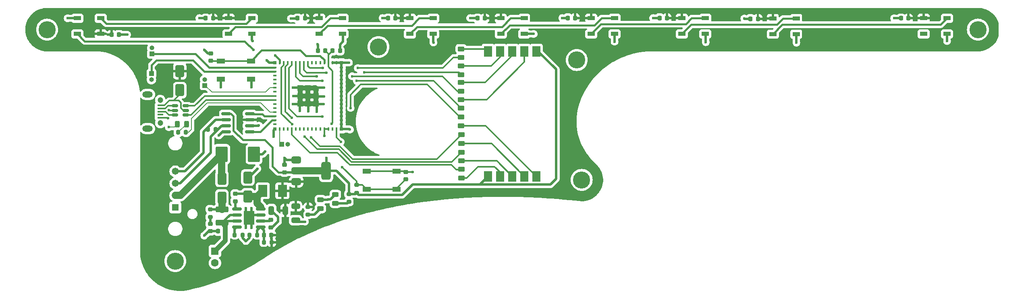
<source format=gbr>
%TF.GenerationSoftware,KiCad,Pcbnew,8.0.5*%
%TF.CreationDate,2025-02-04T15:21:29-08:00*%
%TF.ProjectId,MM36-Dash,4d4d3336-2d44-4617-9368-2e6b69636164,rev?*%
%TF.SameCoordinates,Original*%
%TF.FileFunction,Copper,L1,Top*%
%TF.FilePolarity,Positive*%
%FSLAX46Y46*%
G04 Gerber Fmt 4.6, Leading zero omitted, Abs format (unit mm)*
G04 Created by KiCad (PCBNEW 8.0.5) date 2025-02-04 15:21:29*
%MOMM*%
%LPD*%
G01*
G04 APERTURE LIST*
G04 Aperture macros list*
%AMRoundRect*
0 Rectangle with rounded corners*
0 $1 Rounding radius*
0 $2 $3 $4 $5 $6 $7 $8 $9 X,Y pos of 4 corners*
0 Add a 4 corners polygon primitive as box body*
4,1,4,$2,$3,$4,$5,$6,$7,$8,$9,$2,$3,0*
0 Add four circle primitives for the rounded corners*
1,1,$1+$1,$2,$3*
1,1,$1+$1,$4,$5*
1,1,$1+$1,$6,$7*
1,1,$1+$1,$8,$9*
0 Add four rect primitives between the rounded corners*
20,1,$1+$1,$2,$3,$4,$5,0*
20,1,$1+$1,$4,$5,$6,$7,0*
20,1,$1+$1,$6,$7,$8,$9,0*
20,1,$1+$1,$8,$9,$2,$3,0*%
%AMFreePoly0*
4,1,6,0.600000,-0.600000,-0.600000,-0.600000,-0.600000,0.000000,0.000000,0.600000,0.600000,0.600000,0.600000,-0.600000,0.600000,-0.600000,$1*%
G04 Aperture macros list end*
%TA.AperFunction,ComponentPad*%
%ADD10R,1.000000X1.000000*%
%TD*%
%TA.AperFunction,ComponentPad*%
%ADD11O,1.000000X1.000000*%
%TD*%
%TA.AperFunction,SMDPad,CuDef*%
%ADD12RoundRect,0.243750X-0.243750X-0.456250X0.243750X-0.456250X0.243750X0.456250X-0.243750X0.456250X0*%
%TD*%
%TA.AperFunction,SMDPad,CuDef*%
%ADD13RoundRect,0.225000X-0.225000X-0.250000X0.225000X-0.250000X0.225000X0.250000X-0.225000X0.250000X0*%
%TD*%
%TA.AperFunction,SMDPad,CuDef*%
%ADD14RoundRect,0.225000X0.225000X0.250000X-0.225000X0.250000X-0.225000X-0.250000X0.225000X-0.250000X0*%
%TD*%
%TA.AperFunction,SMDPad,CuDef*%
%ADD15R,1.700000X1.000000*%
%TD*%
%TA.AperFunction,SMDPad,CuDef*%
%ADD16RoundRect,0.250000X0.450000X-0.262500X0.450000X0.262500X-0.450000X0.262500X-0.450000X-0.262500X0*%
%TD*%
%TA.AperFunction,SMDPad,CuDef*%
%ADD17RoundRect,0.150000X0.825000X0.150000X-0.825000X0.150000X-0.825000X-0.150000X0.825000X-0.150000X0*%
%TD*%
%TA.AperFunction,SMDPad,CuDef*%
%ADD18R,1.500000X0.900000*%
%TD*%
%TA.AperFunction,SMDPad,CuDef*%
%ADD19RoundRect,0.200000X0.200000X0.275000X-0.200000X0.275000X-0.200000X-0.275000X0.200000X-0.275000X0*%
%TD*%
%TA.AperFunction,SMDPad,CuDef*%
%ADD20RoundRect,0.225000X0.250000X-0.225000X0.250000X0.225000X-0.250000X0.225000X-0.250000X-0.225000X0*%
%TD*%
%TA.AperFunction,SMDPad,CuDef*%
%ADD21RoundRect,0.200000X-0.275000X0.200000X-0.275000X-0.200000X0.275000X-0.200000X0.275000X0.200000X0*%
%TD*%
%TA.AperFunction,SMDPad,CuDef*%
%ADD22RoundRect,0.200000X0.275000X-0.200000X0.275000X0.200000X-0.275000X0.200000X-0.275000X-0.200000X0*%
%TD*%
%TA.AperFunction,SMDPad,CuDef*%
%ADD23RoundRect,0.200000X-0.200000X-0.275000X0.200000X-0.275000X0.200000X0.275000X-0.200000X0.275000X0*%
%TD*%
%TA.AperFunction,SMDPad,CuDef*%
%ADD24R,0.800000X0.800000*%
%TD*%
%TA.AperFunction,SMDPad,CuDef*%
%ADD25R,1.200000X1.200000*%
%TD*%
%TA.AperFunction,SMDPad,CuDef*%
%ADD26FreePoly0,270.000000*%
%TD*%
%TA.AperFunction,SMDPad,CuDef*%
%ADD27R,0.800000X0.400000*%
%TD*%
%TA.AperFunction,SMDPad,CuDef*%
%ADD28R,0.400000X0.800000*%
%TD*%
%TA.AperFunction,SMDPad,CuDef*%
%ADD29RoundRect,0.250000X-0.650000X0.325000X-0.650000X-0.325000X0.650000X-0.325000X0.650000X0.325000X0*%
%TD*%
%TA.AperFunction,SMDPad,CuDef*%
%ADD30RoundRect,0.243750X-0.456250X0.243750X-0.456250X-0.243750X0.456250X-0.243750X0.456250X0.243750X0*%
%TD*%
%TA.AperFunction,SMDPad,CuDef*%
%ADD31RoundRect,0.250000X-1.075000X0.375000X-1.075000X-0.375000X1.075000X-0.375000X1.075000X0.375000X0*%
%TD*%
%TA.AperFunction,SMDPad,CuDef*%
%ADD32RoundRect,0.225000X-0.250000X0.225000X-0.250000X-0.225000X0.250000X-0.225000X0.250000X0.225000X0*%
%TD*%
%TA.AperFunction,SMDPad,CuDef*%
%ADD33RoundRect,0.250000X0.650000X-1.000000X0.650000X1.000000X-0.650000X1.000000X-0.650000X-1.000000X0*%
%TD*%
%TA.AperFunction,ComponentPad*%
%ADD34C,1.600000*%
%TD*%
%TA.AperFunction,ComponentPad*%
%ADD35R,1.600000X1.600000*%
%TD*%
%TA.AperFunction,SMDPad,CuDef*%
%ADD36RoundRect,0.250000X-0.650000X1.000000X-0.650000X-1.000000X0.650000X-1.000000X0.650000X1.000000X0*%
%TD*%
%TA.AperFunction,SMDPad,CuDef*%
%ADD37RoundRect,0.150000X-0.512500X-0.150000X0.512500X-0.150000X0.512500X0.150000X-0.512500X0.150000X0*%
%TD*%
%TA.AperFunction,SMDPad,CuDef*%
%ADD38R,1.900000X2.500000*%
%TD*%
%TA.AperFunction,SMDPad,CuDef*%
%ADD39RoundRect,0.250000X1.000000X-1.400000X1.000000X1.400000X-1.000000X1.400000X-1.000000X-1.400000X0*%
%TD*%
%TA.AperFunction,HeatsinkPad*%
%ADD40R,2.290000X3.000000*%
%TD*%
%TA.AperFunction,SMDPad,CuDef*%
%ADD41RoundRect,0.150000X-0.825000X-0.150000X0.825000X-0.150000X0.825000X0.150000X-0.825000X0.150000X0*%
%TD*%
%TA.AperFunction,ComponentPad*%
%ADD42C,1.200000*%
%TD*%
%TA.AperFunction,ComponentPad*%
%ADD43O,2.200000X1.300000*%
%TD*%
%TA.AperFunction,SMDPad,CuDef*%
%ADD44R,1.250000X0.400000*%
%TD*%
%TA.AperFunction,SMDPad,CuDef*%
%ADD45RoundRect,0.250000X0.325000X0.650000X-0.325000X0.650000X-0.325000X-0.650000X0.325000X-0.650000X0*%
%TD*%
%TA.AperFunction,SMDPad,CuDef*%
%ADD46RoundRect,0.375000X-0.625000X-0.375000X0.625000X-0.375000X0.625000X0.375000X-0.625000X0.375000X0*%
%TD*%
%TA.AperFunction,SMDPad,CuDef*%
%ADD47RoundRect,0.500000X-0.500000X-1.400000X0.500000X-1.400000X0.500000X1.400000X-0.500000X1.400000X0*%
%TD*%
%TA.AperFunction,ComponentPad*%
%ADD48C,3.600000*%
%TD*%
%TA.AperFunction,SMDPad,CuDef*%
%ADD49R,1.651000X2.311400*%
%TD*%
%TA.AperFunction,ComponentPad*%
%ADD50R,1.478000X1.478000*%
%TD*%
%TA.AperFunction,ComponentPad*%
%ADD51C,1.478000*%
%TD*%
%TA.AperFunction,ViaPad*%
%ADD52C,0.600000*%
%TD*%
%TA.AperFunction,Conductor*%
%ADD53C,0.200000*%
%TD*%
%TA.AperFunction,Conductor*%
%ADD54C,0.500000*%
%TD*%
%TA.AperFunction,Conductor*%
%ADD55C,1.000000*%
%TD*%
%TA.AperFunction,Conductor*%
%ADD56C,0.300000*%
%TD*%
%TA.AperFunction,Conductor*%
%ADD57C,0.350000*%
%TD*%
%TA.AperFunction,Conductor*%
%ADD58C,1.500000*%
%TD*%
%TA.AperFunction,Conductor*%
%ADD59C,0.400000*%
%TD*%
G04 APERTURE END LIST*
D10*
%TO.P,J5,1,Pin_1*%
%TO.N,BUTTON4*%
X141700000Y-135200000D03*
D11*
%TO.P,J5,2,Pin_2*%
%TO.N,GND*%
X141700000Y-133930000D03*
%TD*%
D10*
%TO.P,J1,1,Pin_1*%
%TO.N,BUTTON3*%
X157830000Y-147600000D03*
D11*
%TO.P,J1,2,Pin_2*%
%TO.N,GND*%
X159100000Y-147600000D03*
%TD*%
D12*
%TO.P,D16,2,A*%
%TO.N,Net-(D16-A)*%
X137847500Y-143340000D03*
%TO.P,D16,1,K*%
%TO.N,GND*%
X135972500Y-143340000D03*
%TD*%
D13*
%TO.P,C21,2*%
%TO.N,+5V*%
X257900000Y-121150000D03*
%TO.P,C21,1*%
%TO.N,GND*%
X256350000Y-121150000D03*
%TD*%
D14*
%TO.P,C7,2*%
%TO.N,GND*%
X144500000Y-165900000D03*
%TO.P,C7,1*%
%TO.N,Net-(U2-EN)*%
X146050000Y-165900000D03*
%TD*%
D15*
%TO.P,SW1,2,2*%
%TO.N,GND*%
X175700000Y-153300000D03*
X182000000Y-153300000D03*
%TO.P,SW1,1,1*%
%TO.N,Net-(U1-EN)*%
X175700000Y-157100000D03*
X182000000Y-157100000D03*
%TD*%
D13*
%TO.P,C17,2*%
%TO.N,+5V*%
X181750000Y-121050000D03*
%TO.P,C17,1*%
%TO.N,GND*%
X180200000Y-121050000D03*
%TD*%
%TO.P,C20,2*%
%TO.N,+5V*%
X238800000Y-121000000D03*
%TO.P,C20,1*%
%TO.N,GND*%
X237250000Y-121000000D03*
%TD*%
D16*
%TO.P,R9,2*%
%TO.N,GLED07*%
X195600000Y-149275000D03*
%TO.P,R9,1*%
%TO.N,Net-(LED1-Cathode-Pad8)*%
X195600000Y-151100000D03*
%TD*%
D13*
%TO.P,C22,2*%
%TO.N,+5V*%
X289525000Y-121050000D03*
%TO.P,C22,1*%
%TO.N,GND*%
X287975000Y-121050000D03*
%TD*%
D17*
%TO.P,U4,8,S*%
%TO.N,GND*%
X146200000Y-144960000D03*
%TO.P,U4,7,CANH*%
%TO.N,CANH*%
X146200000Y-143690000D03*
%TO.P,U4,6,CANL*%
%TO.N,CANL*%
X146200000Y-142420000D03*
%TO.P,U4,5,VIO*%
%TO.N,+3.3V*%
X146200000Y-141150000D03*
%TO.P,U4,4,RXD*%
%TO.N,RX*%
X151150000Y-141150000D03*
%TO.P,U4,3,VCC*%
%TO.N,+5V*%
X151150000Y-142420000D03*
%TO.P,U4,2,GND*%
%TO.N,GND*%
X151150000Y-143690000D03*
%TO.P,U4,1,TXD*%
%TO.N,TX*%
X151150000Y-144960000D03*
%TD*%
D18*
%TO.P,D6,4,DIN*%
%TO.N,Net-(D5-DOUT)*%
X227800000Y-121050000D03*
%TO.P,D6,3,VSS*%
%TO.N,GND*%
X227800000Y-124350000D03*
%TO.P,D6,2,DOUT*%
%TO.N,Net-(D6-DOUT)*%
X222900000Y-124350000D03*
%TO.P,D6,1,VDD*%
%TO.N,+5V*%
X222900000Y-121050000D03*
%TD*%
D19*
%TO.P,R3,2*%
%TO.N,GND*%
X151050000Y-166697349D03*
%TO.P,R3,1*%
%TO.N,Net-(U2-FB)*%
X152700000Y-166697349D03*
%TD*%
D13*
%TO.P,C5,2*%
%TO.N,GND*%
X170100000Y-127900000D03*
%TO.P,C5,1*%
%TO.N,+3.3V*%
X168550000Y-127900000D03*
%TD*%
D20*
%TO.P,C13,2*%
%TO.N,GND*%
X158450000Y-151950000D03*
%TO.P,C13,1*%
%TO.N,+3.3V*%
X158450000Y-153500000D03*
%TD*%
D21*
%TO.P,R5,2*%
%TO.N,Net-(D12-A)*%
X163400000Y-162425000D03*
%TO.P,R5,1*%
%TO.N,+5V*%
X163400000Y-160775000D03*
%TD*%
D22*
%TO.P,R11,2*%
%TO.N,Net-(U1-EN)*%
X173600000Y-156175000D03*
%TO.P,R11,1*%
%TO.N,+3.3V*%
X173600000Y-157825000D03*
%TD*%
D23*
%TO.P,R4,2*%
%TO.N,+5V*%
X155750000Y-168247349D03*
%TO.P,R4,1*%
%TO.N,Net-(U2-FB)*%
X154100000Y-168247349D03*
%TD*%
D18*
%TO.P,D13,4,DIN*%
%TO.N,Net-(D10-DOUT)*%
X297650000Y-121050000D03*
%TO.P,D13,3,VSS*%
%TO.N,GND*%
X297650000Y-124350000D03*
%TO.P,D13,2,DOUT*%
%TO.N,unconnected-(D13-DOUT-Pad2)*%
X292750000Y-124350000D03*
%TO.P,D13,1,VDD*%
%TO.N,+5V*%
X292750000Y-121050000D03*
%TD*%
D14*
%TO.P,C10,2*%
%TO.N,Net-(U2-FB)*%
X154150000Y-166697349D03*
%TO.P,C10,1*%
%TO.N,+5V*%
X155700000Y-166697349D03*
%TD*%
D24*
%TO.P,U1,65,GND*%
%TO.N,GND*%
X170400000Y-144400000D03*
%TO.P,U1,64,GND*%
X156400000Y-144400000D03*
%TO.P,U1,63,GND*%
X156400000Y-130400000D03*
%TO.P,U1,62,GND*%
X170400000Y-130400000D03*
D25*
%TO.P,U1,61,GND*%
X161750000Y-139050000D03*
X163400000Y-139050000D03*
X165050000Y-139050000D03*
X161750000Y-137400000D03*
X163400000Y-137400000D03*
X165050000Y-137400000D03*
X161750000Y-135750000D03*
X163400000Y-135750000D03*
D26*
X165050000Y-135750000D03*
D27*
%TO.P,U1,60,GND*%
X170400000Y-131450000D03*
%TO.P,U1,59,GND*%
X170400000Y-132300000D03*
%TO.P,U1,58,GND*%
X170400000Y-133150000D03*
%TO.P,U1,57,GND*%
X170400000Y-134000000D03*
%TO.P,U1,56,GND*%
X170400000Y-134850000D03*
%TO.P,U1,55,GND*%
X170400000Y-135700000D03*
%TO.P,U1,54,GND*%
X170400000Y-136550000D03*
%TO.P,U1,53,GND*%
X170400000Y-137400000D03*
%TO.P,U1,52,GND*%
X170400000Y-138250000D03*
%TO.P,U1,51,GND*%
X170400000Y-139100000D03*
%TO.P,U1,50,GND*%
X170400000Y-139950000D03*
%TO.P,U1,49,GND*%
X170400000Y-140800000D03*
%TO.P,U1,48,GND*%
X170400000Y-141650000D03*
%TO.P,U1,47,GND*%
X170400000Y-142500000D03*
%TO.P,U1,46,GND*%
X170400000Y-143350000D03*
D28*
%TO.P,U1,45,EN*%
%TO.N,Net-(U1-EN)*%
X169350000Y-144400000D03*
%TO.P,U1,44,GPIO46*%
%TO.N,unconnected-(U1-GPIO46-Pad44)*%
X168500000Y-144400000D03*
%TO.P,U1,43,GND*%
%TO.N,GND*%
X167650000Y-144400000D03*
%TO.P,U1,42,GND*%
X166800000Y-144400000D03*
%TO.P,U1,41,GPIO45*%
%TO.N,unconnected-(U1-GPIO45-Pad41)*%
X165950000Y-144400000D03*
%TO.P,U1,40,U0RXD/GPIO44/CLK_OUT2*%
%TO.N,unconnected-(U1-U0RXD{slash}GPIO44{slash}CLK_OUT2-Pad40)*%
X165100000Y-144400000D03*
%TO.P,U1,39,U0TXD/GPIO43/CLK_OUT1*%
%TO.N,unconnected-(U1-U0TXD{slash}GPIO43{slash}CLK_OUT1-Pad39)*%
X164250000Y-144400000D03*
%TO.P,U1,38,MTMS/GPIO42*%
%TO.N,unconnected-(U1-MTMS{slash}GPIO42-Pad38)*%
X163400000Y-144400000D03*
%TO.P,U1,37,MTDI/GPIO41/CLK_OUT1*%
%TO.N,unconnected-(U1-MTDI{slash}GPIO41{slash}CLK_OUT1-Pad37)*%
X162550000Y-144400000D03*
%TO.P,U1,36,MTDO/GPIO40/CLK_OUT2*%
%TO.N,unconnected-(U1-MTDO{slash}GPIO40{slash}CLK_OUT2-Pad36)*%
X161700000Y-144400000D03*
%TO.P,U1,35,MTCK/GPIO39/CLK_OUT3/SUBSPICS1*%
%TO.N,unconnected-(U1-MTCK{slash}GPIO39{slash}CLK_OUT3{slash}SUBSPICS1-Pad35)*%
X160850000Y-144400000D03*
%TO.P,U1,34,GPIO38/FSPIWP/SUBSPIWP*%
%TO.N,GLED08*%
X160000000Y-144400000D03*
%TO.P,U1,33,SPIDQS/GPIO37/FSPIQ/SUBSPIQ*%
%TO.N,unconnected-(U1-SPIDQS{slash}GPIO37{slash}FSPIQ{slash}SUBSPIQ-Pad33)*%
X159150000Y-144400000D03*
%TO.P,U1,32,SPIIO7/GPIO36/FSPICLK/SUBSPICLK*%
%TO.N,unconnected-(U1-SPIIO7{slash}GPIO36{slash}FSPICLK{slash}SUBSPICLK-Pad32)*%
X158300000Y-144400000D03*
%TO.P,U1,31,SPIIO6/GPIO35/FSPID/SUBSPID*%
%TO.N,BUTTON3*%
X157450000Y-144400000D03*
D27*
%TO.P,U1,30,GPIO48/SPICLK_N/SUBSPICLK_N_DIFF*%
%TO.N,unconnected-(U1-GPIO48{slash}SPICLK_N{slash}SUBSPICLK_N_DIFF-Pad30)*%
X156400000Y-143350000D03*
%TO.P,U1,29,SPIIO5/GPIO34/FSPICS0/SUBSPICS0*%
%TO.N,TX*%
X156400000Y-142500000D03*
%TO.P,U1,28,SPIIO4/GPIO33/FSPIHD/SUBSPIHD*%
%TO.N,RX*%
X156400000Y-141650000D03*
%TO.P,U1,27,GPIO47/SPICLK_P/SUBSPICLK_P_DIFF*%
%TO.N,Net-(U1-GPIO47{slash}SPICLK_P{slash}SUBSPICLK_P_DIFF)*%
X156400000Y-140800000D03*
%TO.P,U1,26,GPIO26*%
%TO.N,unconnected-(U1-GPIO26-Pad26)*%
X156400000Y-139950000D03*
%TO.P,U1,25,GPIO21*%
%TO.N,unconnected-(U1-GPIO21-Pad25)*%
X156400000Y-139100000D03*
%TO.P,U1,24,GPIO20/U1CTS/ADC2_CH9/CLK_OUT1/USB_D+*%
%TO.N,USB_P*%
X156400000Y-138250000D03*
%TO.P,U1,23,GPIO19/U1RTS/ADC2_CH8/CLK_OUT2/USB_D-*%
%TO.N,USB_N*%
X156400000Y-137400000D03*
%TO.P,U1,22,GPIO18/U1RXD/ADC2_CH7/CLK_OUT3*%
%TO.N,unconnected-(U1-GPIO18{slash}U1RXD{slash}ADC2_CH7{slash}CLK_OUT3-Pad22)*%
X156400000Y-136550000D03*
%TO.P,U1,21,GPIO17/U1TXD/ADC2_CH6*%
%TO.N,BUTTON4*%
X156400000Y-135700000D03*
%TO.P,U1,20,GPIO16/U0CTS/ADC2_CH5/XTAL_32K_N*%
%TO.N,unconnected-(U1-GPIO16{slash}U0CTS{slash}ADC2_CH5{slash}XTAL_32K_N-Pad20)*%
X156400000Y-134850000D03*
%TO.P,U1,19,GPIO15/U0RTS/ADC2_CH4/XTAL_32K_P*%
%TO.N,unconnected-(U1-GPIO15{slash}U0RTS{slash}ADC2_CH4{slash}XTAL_32K_P-Pad19)*%
X156400000Y-134000000D03*
%TO.P,U1,18,GPIO14/TOUCH14/ADC2_CH3/FSPIWP/FSPIDQS/SUBSPIWP*%
%TO.N,unconnected-(U1-GPIO14{slash}TOUCH14{slash}ADC2_CH3{slash}FSPIWP{slash}FSPIDQS{slash}SUBSPIWP-Pad18)*%
X156400000Y-133150000D03*
%TO.P,U1,17,GPIO13/TOUCH13/ADC2_CH2/FSPIQ/FSPIIO7/SUBSPIQ*%
%TO.N,BUTTON1*%
X156400000Y-132300000D03*
%TO.P,U1,16,GPIO12/TOUCH12/ADC2_CH1/FSPICLK/FSPIIO6/SUBSPICLK*%
%TO.N,BUTTON2*%
X156400000Y-131450000D03*
D28*
%TO.P,U1,15,GPIO11/TOUCH11/ADC2_CH0/FSPID/FSPIIO5/SUBSPID*%
%TO.N,DIN*%
X157450000Y-130400000D03*
%TO.P,U1,14,GPIO10/TOUCH10/ADC1_CH9/FSPICS0/FSPIIO4/SUBSPICS0*%
%TO.N,GLED07*%
X158300000Y-130400000D03*
%TO.P,U1,13,GPIO9/TOUCH9/ADC1_CH8/FSPIHD/SUBSPIHD*%
%TO.N,GLED06*%
X159150000Y-130400000D03*
%TO.P,U1,12,GPIO8/TOUCH8/ADC1_CH7/SUBSPICS1*%
%TO.N,GLED01*%
X160000000Y-130400000D03*
%TO.P,U1,11,GPIO7/TOUCH7/ADC1_CH6*%
%TO.N,GLED02*%
X160850000Y-130400000D03*
%TO.P,U1,10,GPIO6/TOUCH6/ADC1_CH5*%
%TO.N,GLED03*%
X161700000Y-130400000D03*
%TO.P,U1,9,GPIO5/TOUCH5/ADC1_CH4*%
%TO.N,GLED04*%
X162550000Y-130400000D03*
%TO.P,U1,8,GPIO4/TOUCH4/ADC1_CH3*%
%TO.N,GLED05*%
X163400000Y-130400000D03*
%TO.P,U1,7,GPIO3/TOUCH3/ADC1_CH2*%
%TO.N,unconnected-(U1-GPIO3{slash}TOUCH3{slash}ADC1_CH2-Pad7)*%
X164250000Y-130400000D03*
%TO.P,U1,6,GPIO2/TOUCH2/ADC1_CH1*%
%TO.N,unconnected-(U1-GPIO2{slash}TOUCH2{slash}ADC1_CH1-Pad6)*%
X165100000Y-130400000D03*
%TO.P,U1,5,GPIO1/TOUCH1/ADC1_CH0*%
%TO.N,unconnected-(U1-GPIO1{slash}TOUCH1{slash}ADC1_CH0-Pad5)*%
X165950000Y-130400000D03*
%TO.P,U1,4,GPIO0/BOOT*%
%TO.N,Net-(U1-GPIO0{slash}BOOT)*%
X166800000Y-130400000D03*
%TO.P,U1,3,3V3*%
%TO.N,+3.3V*%
X167650000Y-130400000D03*
%TO.P,U1,2,GND*%
%TO.N,GND*%
X168500000Y-130400000D03*
%TO.P,U1,1,GND*%
X169350000Y-130400000D03*
%TD*%
D18*
%TO.P,D1,4,DIN*%
%TO.N,DIN*%
X114950000Y-124350000D03*
%TO.P,D1,3,VSS*%
%TO.N,GND*%
X114950000Y-121050000D03*
%TO.P,D1,2,DOUT*%
%TO.N,Net-(D1-DOUT)*%
X119850000Y-121050000D03*
%TO.P,D1,1,VDD*%
%TO.N,+5V*%
X119850000Y-124350000D03*
%TD*%
D14*
%TO.P,C4,2*%
%TO.N,GND*%
X165450000Y-127900000D03*
%TO.P,C4,1*%
%TO.N,+3.3V*%
X167000000Y-127900000D03*
%TD*%
D16*
%TO.P,R13,2*%
%TO.N,Net-(LED1-Cathode-Pad3)*%
X195500000Y-134587500D03*
%TO.P,R13,1*%
%TO.N,GLED03*%
X195500000Y-136412500D03*
%TD*%
%TO.P,R10,2*%
%TO.N,GLED08*%
X195600000Y-152887500D03*
%TO.P,R10,1*%
%TO.N,Net-(LED1-Cathode-Pad7)*%
X195600000Y-154712500D03*
%TD*%
D29*
%TO.P,C12,2*%
%TO.N,GND*%
X160800000Y-163600000D03*
%TO.P,C12,1*%
%TO.N,+5V*%
X160800000Y-160650000D03*
%TD*%
D18*
%TO.P,D7,4,DIN*%
%TO.N,Net-(D6-DOUT)*%
X246850000Y-121050000D03*
%TO.P,D7,3,VSS*%
%TO.N,GND*%
X246850000Y-124350000D03*
%TO.P,D7,2,DOUT*%
%TO.N,Net-(D10-DIN)*%
X241950000Y-124350000D03*
%TO.P,D7,1,VDD*%
%TO.N,+5V*%
X241950000Y-121050000D03*
%TD*%
%TO.P,D5,4,DIN*%
%TO.N,Net-(D4-DOUT)*%
X208800000Y-121050000D03*
%TO.P,D5,3,VSS*%
%TO.N,GND*%
X208800000Y-124350000D03*
%TO.P,D5,2,DOUT*%
%TO.N,Net-(D5-DOUT)*%
X203900000Y-124350000D03*
%TO.P,D5,1,VDD*%
%TO.N,+5V*%
X203900000Y-121050000D03*
%TD*%
D13*
%TO.P,C18,2*%
%TO.N,+5V*%
X200550000Y-121050000D03*
%TO.P,C18,1*%
%TO.N,GND*%
X199000000Y-121050000D03*
%TD*%
D18*
%TO.P,D10,4,DIN*%
%TO.N,Net-(D10-DIN)*%
X265950000Y-121100000D03*
%TO.P,D10,3,VSS*%
%TO.N,GND*%
X265950000Y-124400000D03*
%TO.P,D10,2,DOUT*%
%TO.N,Net-(D10-DOUT)*%
X261050000Y-124400000D03*
%TO.P,D10,1,VDD*%
%TO.N,+5V*%
X261050000Y-121100000D03*
%TD*%
D15*
%TO.P,SW2,2,2*%
%TO.N,GND*%
X151400000Y-133850000D03*
X145100000Y-133850000D03*
%TO.P,SW2,1,1*%
%TO.N,Net-(U1-GPIO0{slash}BOOT)*%
X151400000Y-130050000D03*
X145100000Y-130050000D03*
%TD*%
D19*
%TO.P,R8,1*%
%TO.N,Net-(U1-GPIO47{slash}SPICLK_P{slash}SUBSPICLK_P_DIFF)*%
X137750000Y-145100000D03*
%TO.P,R8,2*%
%TO.N,Net-(D16-A)*%
X136100000Y-145100000D03*
%TD*%
D30*
%TO.P,D15,2,A*%
%TO.N,Net-(D15-A)*%
X169150000Y-160037500D03*
%TO.P,D15,1,K*%
%TO.N,GND*%
X169150000Y-158162500D03*
%TD*%
D18*
%TO.P,D4,4,DIN*%
%TO.N,Net-(D3-DOUT)*%
X189700000Y-121050000D03*
%TO.P,D4,3,VSS*%
%TO.N,GND*%
X189700000Y-124350000D03*
%TO.P,D4,2,DOUT*%
%TO.N,Net-(D4-DOUT)*%
X184800000Y-124350000D03*
%TO.P,D4,1,VDD*%
%TO.N,+5V*%
X184800000Y-121050000D03*
%TD*%
D16*
%TO.P,R17,2*%
%TO.N,GLED01*%
X195550000Y-141850000D03*
%TO.P,R17,1*%
%TO.N,Net-(LED1-Cathode-Pad10)*%
X195550000Y-143675000D03*
%TD*%
%TO.P,R14,2*%
%TO.N,Net-(LED1-Cathode-Pad2)*%
X195500000Y-138175000D03*
%TO.P,R14,1*%
%TO.N,GLED02*%
X195500000Y-140000000D03*
%TD*%
D13*
%TO.P,C19,2*%
%TO.N,+5V*%
X219525000Y-121000000D03*
%TO.P,C19,1*%
%TO.N,GND*%
X217975000Y-121000000D03*
%TD*%
D31*
%TO.P,L1,2,2*%
%TO.N,Net-(U2-EN)*%
X145350000Y-164150000D03*
%TO.P,L1,1,1*%
%TO.N,Net-(D9-K)*%
X145350000Y-161350000D03*
%TD*%
D11*
%TO.P,J4,2,Pin_2*%
%TO.N,GND*%
X130575000Y-127305000D03*
D10*
%TO.P,J4,1,Pin_1*%
%TO.N,BUTTON2*%
X130575000Y-128575000D03*
%TD*%
D32*
%TO.P,C8,2*%
%TO.N,GND*%
X155600000Y-165097349D03*
%TO.P,C8,1*%
%TO.N,Net-(U2-SS)*%
X155600000Y-163547349D03*
%TD*%
D30*
%TO.P,D12,2,A*%
%TO.N,Net-(D12-A)*%
X166000000Y-161137500D03*
%TO.P,D12,1,K*%
%TO.N,GND*%
X166000000Y-159262500D03*
%TD*%
D14*
%TO.P,C14,2*%
%TO.N,+5V*%
X122100000Y-124500000D03*
%TO.P,C14,1*%
%TO.N,GND*%
X123650000Y-124500000D03*
%TD*%
D13*
%TO.P,C16,2*%
%TO.N,+5V*%
X162750000Y-121050000D03*
%TO.P,C16,1*%
%TO.N,GND*%
X161200000Y-121050000D03*
%TD*%
D18*
%TO.P,D2,4,DIN*%
%TO.N,Net-(D1-DOUT)*%
X151600000Y-121050000D03*
%TO.P,D2,3,VSS*%
%TO.N,GND*%
X151600000Y-124350000D03*
%TO.P,D2,2,DOUT*%
%TO.N,Net-(D2-DOUT)*%
X146700000Y-124350000D03*
%TO.P,D2,1,VDD*%
%TO.N,+5V*%
X146700000Y-121050000D03*
%TD*%
D33*
%TO.P,D11,2,A*%
%TO.N,GND*%
X150750000Y-154597349D03*
%TO.P,D11,1,K*%
%TO.N,Net-(D11-K)*%
X150750000Y-158597349D03*
%TD*%
D11*
%TO.P,J2,2,Pin_2*%
%TO.N,GND*%
X130500000Y-133970000D03*
D10*
%TO.P,J2,1,Pin_1*%
%TO.N,BUTTON1*%
X130500000Y-132700000D03*
%TD*%
D34*
%TO.P,C2,2*%
%TO.N,GND*%
X143850000Y-172600000D03*
D35*
%TO.P,C2,1*%
%TO.N,Net-(U2-EN)*%
X143850000Y-170100000D03*
%TD*%
D36*
%TO.P,D14,2,A*%
%TO.N,VBUS*%
X136450000Y-136200000D03*
%TO.P,D14,1,K*%
%TO.N,+5V*%
X136450000Y-132200000D03*
%TD*%
D37*
%TO.P,U7,6,I/O1*%
%TO.N,USB_N*%
X137725000Y-139500000D03*
%TO.P,U7,5,VBUS*%
%TO.N,VBUS*%
X137725000Y-140450000D03*
%TO.P,U7,4,I/O2*%
%TO.N,USB_P*%
X137725000Y-141400000D03*
%TO.P,U7,3,I/O2*%
%TO.N,Net-(USB1-D+)*%
X135450000Y-141400000D03*
%TO.P,U7,2,GND*%
%TO.N,GND*%
X135450000Y-140450000D03*
%TO.P,U7,1,I/O1*%
%TO.N,Net-(USB1-D-)*%
X135450000Y-139500000D03*
%TD*%
D20*
%TO.P,C6,2*%
%TO.N,GND*%
X143000000Y-128425000D03*
%TO.P,C6,1*%
%TO.N,Net-(U1-GPIO0{slash}BOOT)*%
X143000000Y-129975000D03*
%TD*%
D33*
%TO.P,D9,2,A*%
%TO.N,+12V*%
X145300000Y-154850000D03*
%TO.P,D9,1,K*%
%TO.N,Net-(D9-K)*%
X145300000Y-158850000D03*
%TD*%
D38*
%TO.P,L2,2,2*%
%TO.N,+5V*%
X158000000Y-157397349D03*
%TO.P,L2,1,1*%
%TO.N,Net-(D11-K)*%
X153900000Y-157397349D03*
%TD*%
D39*
%TO.P,D8,2,A2*%
%TO.N,GND*%
X152050000Y-149700000D03*
%TO.P,D8,1,A1*%
%TO.N,+12V*%
X145250000Y-149700000D03*
%TD*%
D20*
%TO.P,C9,2*%
%TO.N,Net-(D11-K)*%
X148100000Y-158047349D03*
%TO.P,C9,1*%
%TO.N,Net-(U2-BOOT)*%
X148100000Y-159597349D03*
%TD*%
D40*
%TO.P,U2,9,GND*%
%TO.N,GND*%
X150970000Y-163097349D03*
D41*
%TO.P,U2,8,SW*%
%TO.N,Net-(D11-K)*%
X153445000Y-161192349D03*
%TO.P,U2,7,GND*%
%TO.N,GND*%
X153445000Y-162462349D03*
%TO.P,U2,6,SS*%
%TO.N,Net-(U2-SS)*%
X153445000Y-163732349D03*
%TO.P,U2,5,FB*%
%TO.N,Net-(U2-FB)*%
X153445000Y-165002349D03*
%TO.P,U2,4,RT*%
%TO.N,Net-(U2-RT)*%
X148495000Y-165002349D03*
%TO.P,U2,3,EN*%
%TO.N,Net-(U2-EN)*%
X148495000Y-163732349D03*
%TO.P,U2,2,VIN*%
X148495000Y-162462349D03*
%TO.P,U2,1,BOOT*%
%TO.N,Net-(U2-BOOT)*%
X148495000Y-161192349D03*
%TD*%
D42*
%TO.P,USB1,SH3,3*%
%TO.N,GND*%
X132350000Y-143125000D03*
D43*
%TO.P,USB1,SH2,2*%
X129700000Y-144300000D03*
%TO.P,USB1,SH1,1*%
X129700000Y-137100000D03*
D42*
%TO.P,USB1,SH0,MTN*%
X132350000Y-138275000D03*
D44*
%TO.P,USB1,5,V-*%
X132350000Y-142000000D03*
%TO.P,USB1,4,ID*%
%TO.N,unconnected-(USB1-ID-Pad4)*%
X132350000Y-141350000D03*
%TO.P,USB1,3,D+*%
%TO.N,Net-(USB1-D+)*%
X132350000Y-140700000D03*
%TO.P,USB1,2,D-*%
%TO.N,Net-(USB1-D-)*%
X132350000Y-140050000D03*
%TO.P,USB1,1,V+*%
%TO.N,VBUS*%
X132350000Y-139400000D03*
%TD*%
D13*
%TO.P,C15,2*%
%TO.N,+5V*%
X143450000Y-121050000D03*
%TO.P,C15,1*%
%TO.N,GND*%
X141900000Y-121050000D03*
%TD*%
D16*
%TO.P,R18,2*%
%TO.N,Net-(LED1-Cathode-Pad5)*%
X195550000Y-127500000D03*
%TO.P,R18,1*%
%TO.N,GLED05*%
X195550000Y-129325000D03*
%TD*%
D18*
%TO.P,D3,4,DIN*%
%TO.N,Net-(D2-DOUT)*%
X170650000Y-121050000D03*
%TO.P,D3,3,VSS*%
%TO.N,GND*%
X170650000Y-124350000D03*
%TO.P,D3,2,DOUT*%
%TO.N,Net-(D3-DOUT)*%
X165750000Y-124350000D03*
%TO.P,D3,1,VDD*%
%TO.N,+5V*%
X165750000Y-121050000D03*
%TD*%
D45*
%TO.P,C11,2*%
%TO.N,GND*%
X155700000Y-161547349D03*
%TO.P,C11,1*%
%TO.N,+5V*%
X158650000Y-161547349D03*
%TD*%
D23*
%TO.P,R2,2*%
%TO.N,GND*%
X149650000Y-166697349D03*
%TO.P,R2,1*%
%TO.N,Net-(U2-RT)*%
X148000000Y-166697349D03*
%TD*%
%TO.P,R7,2*%
%TO.N,CANH*%
X144000000Y-144500000D03*
%TO.P,R7,1*%
%TO.N,CANL*%
X142350000Y-144500000D03*
%TD*%
D21*
%TO.P,R1,2*%
%TO.N,Net-(C1-Pad1)*%
X142850000Y-162925000D03*
%TO.P,R1,1*%
%TO.N,Net-(D9-K)*%
X142850000Y-161275000D03*
%TD*%
D20*
%TO.P,C3,2*%
%TO.N,GND*%
X183900000Y-153425000D03*
%TO.P,C3,1*%
%TO.N,Net-(U1-EN)*%
X183900000Y-154975000D03*
%TD*%
D16*
%TO.P,R12,2*%
%TO.N,Net-(LED1-Cathode-Pad4)*%
X195550000Y-131100000D03*
%TO.P,R12,1*%
%TO.N,GLED04*%
X195550000Y-132925000D03*
%TD*%
%TO.P,R16,2*%
%TO.N,GLED06*%
X195600000Y-145600000D03*
%TO.P,R16,1*%
%TO.N,Net-(LED1-Cathode-Pad9)*%
X195600000Y-147425000D03*
%TD*%
D46*
%TO.P,U3,3,VI*%
%TO.N,+5V*%
X160900000Y-155500000D03*
D47*
%TO.P,U3,2,VO*%
%TO.N,+3.3V*%
X167200000Y-153200000D03*
D46*
X160900000Y-153200000D03*
%TO.P,U3,1,GND*%
%TO.N,GND*%
X160900000Y-150900000D03*
%TD*%
D32*
%TO.P,C1,2*%
%TO.N,GND*%
X142850000Y-165900000D03*
%TO.P,C1,1*%
%TO.N,Net-(C1-Pad1)*%
X142850000Y-164350000D03*
%TD*%
D22*
%TO.P,R6,2*%
%TO.N,+3.3V*%
X172000000Y-158075000D03*
%TO.P,R6,1*%
%TO.N,Net-(D15-A)*%
X172000000Y-159725000D03*
%TD*%
D48*
%TO.P,H1,1*%
%TO.N,GND*%
X135500000Y-172200000D03*
%TD*%
%TO.P,H1,1*%
%TO.N,GND*%
X108579996Y-123443576D03*
%TD*%
%TO.P,REF\u002A\u002A,1*%
%TO.N,GND*%
X178200000Y-127100000D03*
%TD*%
%TO.P,REF\u002A\u002A,1*%
%TO.N,GND*%
X219850000Y-129850000D03*
%TD*%
%TO.P,REF\u002A\u002A,1*%
%TO.N,GND*%
X304133706Y-123443576D03*
%TD*%
%TO.P,REF\u002A\u002A,1*%
%TO.N,GND*%
X220896696Y-155104076D03*
%TD*%
D49*
%TO.P,LED1,1,Anode*%
%TO.N,+3.3V*%
X211400000Y-128050000D03*
%TO.P,LED1,2,Cathode*%
%TO.N,Net-(LED1-Cathode-Pad2)*%
X208860000Y-128050000D03*
%TO.P,LED1,3,Cathode*%
%TO.N,Net-(LED1-Cathode-Pad3)*%
X206320000Y-128050000D03*
%TO.P,LED1,4,Cathode*%
%TO.N,Net-(LED1-Cathode-Pad4)*%
X203780000Y-128050000D03*
%TO.P,LED1,5,Cathode*%
%TO.N,Net-(LED1-Cathode-Pad5)*%
X201240000Y-128050000D03*
%TO.P,LED1,6,Anode*%
%TO.N,+3.3V*%
X201240000Y-154339000D03*
%TO.P,LED1,7,Cathode*%
%TO.N,Net-(LED1-Cathode-Pad7)*%
X203780000Y-154339000D03*
%TO.P,LED1,8,Cathode*%
%TO.N,Net-(LED1-Cathode-Pad8)*%
X206320000Y-154339000D03*
%TO.P,LED1,9,Cathode*%
%TO.N,Net-(LED1-Cathode-Pad9)*%
X208860000Y-154339000D03*
%TO.P,LED1,10,Cathode*%
%TO.N,Net-(LED1-Cathode-Pad10)*%
X211400000Y-154339000D03*
%TD*%
D50*
%TO.P,J3,1,1*%
%TO.N,GND*%
X135512500Y-160910000D03*
D51*
%TO.P,J3,2,2*%
%TO.N,+12V*%
X135512500Y-158370000D03*
%TO.P,J3,3,3*%
%TO.N,CANH*%
X135512500Y-155830000D03*
%TO.P,J3,4,4*%
%TO.N,CANL*%
X135512500Y-153290000D03*
%TD*%
D52*
%TO.N,GND*%
X112900000Y-121050000D03*
X166750000Y-135650000D03*
X159800000Y-121100000D03*
X161700000Y-140600000D03*
X154400000Y-149100000D03*
X170750000Y-125950000D03*
X151800000Y-125850000D03*
X160300000Y-137400000D03*
X210800000Y-124350000D03*
X150350000Y-168000000D03*
X140550000Y-121000000D03*
X166700000Y-139150000D03*
X157100000Y-163850000D03*
X134000000Y-142100000D03*
X286550000Y-121050000D03*
X160250000Y-139100000D03*
X189750000Y-126150000D03*
X141650000Y-127700000D03*
X266000000Y-126200000D03*
X166750000Y-137550000D03*
X297650000Y-125850000D03*
X246950000Y-126100000D03*
X150300000Y-161050000D03*
X160250000Y-135700000D03*
X185400000Y-153400000D03*
X154700000Y-129900000D03*
X172200000Y-144500000D03*
X163450000Y-140650000D03*
X141600000Y-166850000D03*
X179050000Y-121000000D03*
X162750000Y-163900000D03*
X165400000Y-126550000D03*
X158450000Y-150450000D03*
X235900000Y-121000000D03*
X172000000Y-130400000D03*
X144650000Y-145750000D03*
X151500000Y-135600000D03*
X166800000Y-145850000D03*
X255050000Y-121100000D03*
X134150000Y-144000000D03*
X197450000Y-121000000D03*
X151500000Y-165250000D03*
X152750000Y-152750000D03*
X165200000Y-140700000D03*
X134150000Y-140400000D03*
X151500000Y-161050000D03*
X145050000Y-135550000D03*
X156200000Y-145950000D03*
X150350000Y-165250000D03*
X153050000Y-143650000D03*
X227800000Y-126000000D03*
X125400000Y-124500000D03*
X216800000Y-121000000D03*
X167650000Y-159200000D03*
%TO.N,+3.3V*%
X167300000Y-150500000D03*
X168350000Y-143300000D03*
%TO.N,Net-(U1-EN)*%
X170300000Y-147100000D03*
X170600000Y-152400000D03*
%TO.N,DIN*%
X156550000Y-128900000D03*
X151925000Y-127725000D03*
%TO.N,GLED01*%
X172350000Y-139950000D03*
X166450000Y-141800000D03*
%TO.N,GLED02*%
X166450000Y-134200000D03*
X173650000Y-134250000D03*
%TO.N,GLED03*%
X165200000Y-133250000D03*
X172650000Y-133250000D03*
%TO.N,GLED04*%
X175250000Y-132450000D03*
X167250000Y-132500000D03*
%TO.N,GLED05*%
X166500000Y-131550000D03*
X173850000Y-131550000D03*
%TO.N,GLED06*%
X159950000Y-142050000D03*
X164050000Y-146150000D03*
%TO.N,GLED07*%
X162650000Y-145950000D03*
X160050000Y-143400000D03*
%TD*%
D53*
%TO.N,Net-(U1-GPIO47{slash}SPICLK_P{slash}SUBSPICLK_P_DIFF)*%
X155390000Y-140800000D02*
X156400000Y-140800000D01*
X138900000Y-144500000D02*
X138900000Y-142200000D01*
X138300000Y-145100000D02*
X138900000Y-144500000D01*
X137750000Y-145100000D02*
X138300000Y-145100000D01*
X138900000Y-142200000D02*
X142200000Y-138900000D01*
X142200000Y-138900000D02*
X153490000Y-138900000D01*
X153490000Y-138900000D02*
X155390000Y-140800000D01*
%TO.N,Net-(D16-A)*%
X136100000Y-145087500D02*
X137847500Y-143340000D01*
X136100000Y-145100000D02*
X136100000Y-145087500D01*
%TO.N,BUTTON4*%
X141800000Y-135200000D02*
X141700000Y-135200000D01*
X154500000Y-136600000D02*
X143200000Y-136600000D01*
X143200000Y-136600000D02*
X141800000Y-135200000D01*
X155400000Y-135700000D02*
X154500000Y-136600000D01*
X156400000Y-135700000D02*
X155400000Y-135700000D01*
%TO.N,BUTTON3*%
X157450000Y-147450000D02*
X157600000Y-147600000D01*
X157450000Y-144400000D02*
X157450000Y-147450000D01*
D54*
%TO.N,Net-(C1-Pad1)*%
X142850000Y-164350000D02*
X142850000Y-162925000D01*
%TO.N,GND*%
X286550000Y-121050000D02*
X287975000Y-121050000D01*
X141900000Y-121050000D02*
X140600000Y-121050000D01*
X170400000Y-134850000D02*
X170400000Y-134000000D01*
X170400000Y-140200000D02*
X170400000Y-139950000D01*
X166000000Y-159262500D02*
X167587500Y-159262500D01*
D55*
X161750000Y-139050000D02*
X161750000Y-137400000D01*
D54*
X170400000Y-140800000D02*
X170400000Y-140200000D01*
X150970000Y-163097349D02*
X151605000Y-162462349D01*
X179050000Y-121000000D02*
X180150000Y-121000000D01*
X266000000Y-126200000D02*
X266000000Y-124450000D01*
X167650000Y-159200000D02*
X168112500Y-159200000D01*
X166700000Y-139150000D02*
X165150000Y-139150000D01*
X165150000Y-135650000D02*
X165050000Y-135750000D01*
X168112500Y-159200000D02*
X169150000Y-158162500D01*
D56*
X182000000Y-153300000D02*
X183775000Y-153300000D01*
D54*
X227800000Y-126000000D02*
X227800000Y-124350000D01*
X165200000Y-140700000D02*
X165200000Y-139200000D01*
X189700000Y-126100000D02*
X189750000Y-126150000D01*
X163450000Y-140650000D02*
X163450000Y-139100000D01*
X158900000Y-150900000D02*
X160900000Y-150900000D01*
X189700000Y-124350000D02*
X189700000Y-126100000D01*
X157100000Y-163850000D02*
X155852651Y-165097349D01*
D56*
X185375000Y-153425000D02*
X185400000Y-153400000D01*
D54*
X170400000Y-131450000D02*
X170400000Y-130400000D01*
X246950000Y-124450000D02*
X246850000Y-124350000D01*
X170400000Y-136550000D02*
X170400000Y-135700000D01*
X142850000Y-165900000D02*
X142550000Y-165900000D01*
D55*
X163400000Y-139050000D02*
X163400000Y-137400000D01*
D54*
X163450000Y-139100000D02*
X163400000Y-139050000D01*
X156200000Y-145950000D02*
X156200000Y-144600000D01*
D55*
X165050000Y-139050000D02*
X163400000Y-139050000D01*
D54*
X169350000Y-130400000D02*
X168500000Y-130400000D01*
X150300000Y-162427349D02*
X150970000Y-163097349D01*
D56*
X183900000Y-153425000D02*
X185375000Y-153425000D01*
D57*
X135450000Y-140450000D02*
X134200000Y-140450000D01*
D55*
X163400000Y-137400000D02*
X163400000Y-135750000D01*
D54*
X150350000Y-163717349D02*
X150970000Y-163097349D01*
X172000000Y-130400000D02*
X170400000Y-130400000D01*
X151500000Y-133950000D02*
X151400000Y-133850000D01*
X150350000Y-168000000D02*
X151050000Y-167300000D01*
X142375000Y-128425000D02*
X141650000Y-127700000D01*
X170750000Y-125950000D02*
X170750000Y-124450000D01*
X235900000Y-121000000D02*
X237250000Y-121000000D01*
X165150000Y-139150000D02*
X165050000Y-139050000D01*
X150350000Y-165250000D02*
X150350000Y-163717349D01*
X160250000Y-139100000D02*
X161700000Y-139100000D01*
D55*
X165050000Y-137400000D02*
X165050000Y-139050000D01*
D54*
X170400000Y-139100000D02*
X170400000Y-138250000D01*
D55*
X163400000Y-139050000D02*
X161750000Y-139050000D01*
X161750000Y-135750000D02*
X163400000Y-135750000D01*
D54*
X297650000Y-125850000D02*
X297650000Y-124350000D01*
X150750000Y-154597349D02*
X150902651Y-154597349D01*
D55*
X163400000Y-135750000D02*
X165050000Y-135750000D01*
D54*
X165200000Y-137550000D02*
X165050000Y-137400000D01*
X167587500Y-159262500D02*
X167650000Y-159200000D01*
X161700000Y-140600000D02*
X161700000Y-139100000D01*
X152050000Y-149700000D02*
X153800000Y-149700000D01*
X151600000Y-124350000D02*
X151600000Y-125650000D01*
X157100000Y-163850000D02*
X157100000Y-162947349D01*
X140600000Y-121050000D02*
X140550000Y-121000000D01*
X166750000Y-137550000D02*
X165200000Y-137550000D01*
X160300000Y-137400000D02*
X161750000Y-137400000D01*
X210800000Y-124350000D02*
X208800000Y-124350000D01*
X198950000Y-121000000D02*
X199000000Y-121050000D01*
X165450000Y-126600000D02*
X165400000Y-126550000D01*
X158450000Y-150450000D02*
X158450000Y-151950000D01*
X216800000Y-121000000D02*
X217975000Y-121000000D01*
X255050000Y-121100000D02*
X255100000Y-121150000D01*
X170400000Y-130400000D02*
X169350000Y-130400000D01*
X170400000Y-137400000D02*
X170400000Y-136550000D01*
X166750000Y-135650000D02*
X165150000Y-135650000D01*
X170400000Y-143350000D02*
X170400000Y-142500000D01*
X112900000Y-121050000D02*
X114950000Y-121050000D01*
X144500000Y-165900000D02*
X142850000Y-165900000D01*
D55*
X165050000Y-137400000D02*
X163400000Y-137400000D01*
X161750000Y-137400000D02*
X163400000Y-137400000D01*
D53*
X135312500Y-144000000D02*
X134150000Y-144000000D01*
D54*
X151050000Y-167300000D02*
X151050000Y-166697349D01*
X170400000Y-133150000D02*
X170400000Y-132300000D01*
X143000000Y-128425000D02*
X142375000Y-128425000D01*
D55*
X165050000Y-135750000D02*
X165050000Y-137400000D01*
D54*
X170100000Y-127900000D02*
X170100000Y-126600000D01*
X151600000Y-125650000D02*
X151800000Y-125850000D01*
X150350000Y-168000000D02*
X149650000Y-167300000D01*
D56*
X175700000Y-153300000D02*
X182000000Y-153300000D01*
D54*
X170100000Y-126600000D02*
X170750000Y-125950000D01*
X180150000Y-121000000D02*
X180200000Y-121050000D01*
D57*
X134200000Y-140450000D02*
X134150000Y-140400000D01*
D54*
X158450000Y-150450000D02*
X158900000Y-150900000D01*
X151500000Y-163627349D02*
X150970000Y-163097349D01*
X159800000Y-121100000D02*
X161150000Y-121100000D01*
D57*
X133900000Y-142000000D02*
X134000000Y-142100000D01*
D54*
X155852651Y-165097349D02*
X155600000Y-165097349D01*
X162750000Y-163900000D02*
X161100000Y-163900000D01*
X165450000Y-127900000D02*
X165450000Y-126600000D01*
D56*
X183775000Y-153300000D02*
X183900000Y-153425000D01*
D54*
X170400000Y-141650000D02*
X170400000Y-140800000D01*
X170400000Y-144400000D02*
X172100000Y-144400000D01*
X165200000Y-139200000D02*
X165050000Y-139050000D01*
X266000000Y-124450000D02*
X265950000Y-124400000D01*
X170400000Y-135700000D02*
X170400000Y-134850000D01*
X155200000Y-130400000D02*
X154700000Y-129900000D01*
D55*
X161750000Y-137400000D02*
X161750000Y-135750000D01*
D54*
X172100000Y-144400000D02*
X172200000Y-144500000D01*
X161700000Y-135700000D02*
X161750000Y-135750000D01*
X255100000Y-121150000D02*
X256350000Y-121150000D01*
X151605000Y-162462349D02*
X153445000Y-162462349D01*
X149650000Y-167300000D02*
X149650000Y-166697349D01*
D57*
X166800000Y-144400000D02*
X167650000Y-144400000D01*
D54*
X170400000Y-144400000D02*
X170400000Y-143350000D01*
X161700000Y-139100000D02*
X161750000Y-139050000D01*
D57*
X166800000Y-145850000D02*
X166800000Y-144400000D01*
D54*
X151500000Y-165250000D02*
X151500000Y-163627349D01*
X170400000Y-132300000D02*
X170400000Y-131450000D01*
X151500000Y-135600000D02*
X151500000Y-133950000D01*
X170400000Y-134000000D02*
X170400000Y-133150000D01*
X145050000Y-135550000D02*
X145050000Y-133900000D01*
X156200000Y-144600000D02*
X156400000Y-144400000D01*
X197450000Y-121000000D02*
X198950000Y-121000000D01*
X142550000Y-165900000D02*
X141600000Y-166850000D01*
X151500000Y-161050000D02*
X151500000Y-162567349D01*
X145050000Y-133900000D02*
X145100000Y-133850000D01*
D57*
X132250000Y-142000000D02*
X133900000Y-142000000D01*
D54*
X153800000Y-149700000D02*
X154400000Y-149100000D01*
X170750000Y-124450000D02*
X170650000Y-124350000D01*
X170400000Y-138250000D02*
X170400000Y-137400000D01*
X170400000Y-142500000D02*
X170400000Y-141650000D01*
X156400000Y-130400000D02*
X155200000Y-130400000D01*
X170400000Y-140200000D02*
X170400000Y-139100000D01*
X246950000Y-126100000D02*
X246950000Y-124450000D01*
X150902651Y-154597349D02*
X152750000Y-152750000D01*
X160250000Y-135700000D02*
X161700000Y-135700000D01*
X150300000Y-161050000D02*
X150300000Y-162427349D01*
D53*
X135972500Y-143340000D02*
X135312500Y-144000000D01*
D54*
X157100000Y-162947349D02*
X155700000Y-161547349D01*
X151500000Y-162567349D02*
X150970000Y-163097349D01*
X123650000Y-124500000D02*
X125400000Y-124500000D01*
X161150000Y-121100000D02*
X161200000Y-121050000D01*
X161100000Y-163900000D02*
X160800000Y-163600000D01*
%TO.N,+3.3V*%
X199479000Y-156100000D02*
X201240000Y-154339000D01*
X160600000Y-153500000D02*
X160900000Y-153200000D01*
X215500000Y-131800000D02*
X211750000Y-128050000D01*
X172000000Y-155800000D02*
X169400000Y-153200000D01*
D56*
X167650000Y-128800000D02*
X168550000Y-127900000D01*
D54*
X172000000Y-158075000D02*
X173350000Y-158075000D01*
D58*
X160900000Y-153200000D02*
X167200000Y-153200000D01*
D54*
X169400000Y-153200000D02*
X167200000Y-153200000D01*
X167300000Y-150500000D02*
X167300000Y-153100000D01*
X172000000Y-158075000D02*
X172000000Y-155800000D01*
X173350000Y-158075000D02*
X173600000Y-157825000D01*
D56*
X167650000Y-130400000D02*
X167650000Y-128800000D01*
D54*
X215500000Y-154900000D02*
X215500000Y-131800000D01*
X173600000Y-157825000D02*
X174075000Y-158300000D01*
X185350000Y-156100000D02*
X199479000Y-156100000D01*
D56*
X167650000Y-128550000D02*
X167000000Y-127900000D01*
X167650000Y-130400000D02*
X167650000Y-128550000D01*
X167650000Y-131300000D02*
X167650000Y-130400000D01*
X168550000Y-132200000D02*
X167650000Y-131300000D01*
X168550000Y-143100000D02*
X168550000Y-132200000D01*
D54*
X199479000Y-156100000D02*
X214300000Y-156100000D01*
X158450000Y-153500000D02*
X160600000Y-153500000D01*
D56*
X168350000Y-143300000D02*
X168550000Y-143100000D01*
D54*
X167300000Y-153100000D02*
X167200000Y-153200000D01*
X174075000Y-158300000D02*
X183150000Y-158300000D01*
X183150000Y-158300000D02*
X185350000Y-156100000D01*
X214300000Y-156100000D02*
X215500000Y-154900000D01*
X211750000Y-128050000D02*
X211400000Y-128050000D01*
D57*
%TO.N,Net-(U1-EN)*%
X170300000Y-147100000D02*
X169350000Y-146150000D01*
D56*
X182000000Y-157100000D02*
X182000000Y-156875000D01*
D57*
X173600000Y-155400000D02*
X173600000Y-156175000D01*
X174775000Y-156175000D02*
X175700000Y-157100000D01*
X169350000Y-146150000D02*
X169350000Y-144400000D01*
X170600000Y-152400000D02*
X173600000Y-155400000D01*
X173600000Y-156175000D02*
X174775000Y-156175000D01*
D56*
X182000000Y-156875000D02*
X183900000Y-154975000D01*
D57*
X175700000Y-157100000D02*
X182000000Y-157100000D01*
D59*
%TO.N,Net-(U1-GPIO0{slash}BOOT)*%
X151400000Y-130050000D02*
X153650000Y-127800000D01*
X161800000Y-127800000D02*
X162950000Y-128950000D01*
X162950000Y-128950000D02*
X165900000Y-128950000D01*
X166800000Y-129850000D02*
X166800000Y-130400000D01*
X165900000Y-128950000D02*
X166800000Y-129850000D01*
D56*
X145100000Y-130050000D02*
X151400000Y-130050000D01*
X143100000Y-130050000D02*
X143050000Y-130100000D01*
X145100000Y-130050000D02*
X143100000Y-130050000D01*
D59*
X153650000Y-127800000D02*
X161800000Y-127800000D01*
D58*
%TO.N,Net-(D11-K)*%
X152700000Y-158597349D02*
X153900000Y-157397349D01*
X152700000Y-158597349D02*
X152700000Y-160050000D01*
D54*
X150200000Y-158047349D02*
X150750000Y-158597349D01*
D58*
X150750000Y-158597349D02*
X152700000Y-158597349D01*
X153445000Y-157852349D02*
X153900000Y-157397349D01*
D54*
X148100000Y-158047349D02*
X150200000Y-158047349D01*
D58*
X152700000Y-160050000D02*
X153500000Y-160850000D01*
D59*
%TO.N,DIN*%
X157450000Y-129800000D02*
X157450000Y-130400000D01*
X114950000Y-124350000D02*
X116500000Y-125900000D01*
X116500000Y-125900000D02*
X150100000Y-125900000D01*
X150100000Y-125900000D02*
X151925000Y-127725000D01*
X156550000Y-128900000D02*
X157450000Y-129800000D01*
%TO.N,Net-(D1-DOUT)*%
X121000000Y-122200000D02*
X150450000Y-122200000D01*
X150450000Y-122200000D02*
X151600000Y-121050000D01*
X119850000Y-121050000D02*
X121000000Y-122200000D01*
%TO.N,Net-(D2-DOUT)*%
X168100000Y-121050000D02*
X170650000Y-121050000D01*
X146700000Y-124350000D02*
X148150000Y-122900000D01*
X166250000Y-122900000D02*
X168100000Y-121050000D01*
X148150000Y-122900000D02*
X166250000Y-122900000D01*
%TO.N,Net-(D3-DOUT)*%
X185200000Y-122600000D02*
X186750000Y-121050000D01*
X167500000Y-122600000D02*
X185200000Y-122600000D01*
X165750000Y-124350000D02*
X167500000Y-122600000D01*
X186750000Y-121050000D02*
X189700000Y-121050000D01*
D58*
%TO.N,+12V*%
X136580000Y-158370000D02*
X135512500Y-158370000D01*
X145250000Y-154800000D02*
X145300000Y-154850000D01*
X145250000Y-149700000D02*
X145250000Y-154800000D01*
X145250000Y-149700000D02*
X136580000Y-158370000D01*
D56*
%TO.N,VBUS*%
X136712500Y-138862500D02*
X136712500Y-139962500D01*
X136712500Y-139962500D02*
X137200000Y-140450000D01*
X136250000Y-138400000D02*
X136712500Y-138862500D01*
X136650000Y-136500000D02*
X136650000Y-136926238D01*
X133200000Y-139400000D02*
X134200000Y-138400000D01*
X136650000Y-136926238D02*
X135176238Y-138400000D01*
X137200000Y-140450000D02*
X137725000Y-140450000D01*
X134200000Y-138400000D02*
X135176238Y-138400000D01*
X135176238Y-138400000D02*
X136250000Y-138400000D01*
X132250000Y-139400000D02*
X133200000Y-139400000D01*
D58*
%TO.N,Net-(D9-K)*%
X145300000Y-158850000D02*
X145300000Y-161300000D01*
D54*
X142850000Y-161275000D02*
X145275000Y-161275000D01*
D58*
X145300000Y-161300000D02*
X145350000Y-161350000D01*
D54*
X145275000Y-161275000D02*
X145350000Y-161350000D01*
D56*
%TO.N,USB_N*%
X139600000Y-139500000D02*
X141700000Y-137400000D01*
X137725000Y-139500000D02*
X139600000Y-139500000D01*
X141700000Y-137400000D02*
X156400000Y-137400000D01*
D59*
%TO.N,Net-(D4-DOUT)*%
X184800000Y-124350000D02*
X186300000Y-122850000D01*
X205950000Y-121050000D02*
X208800000Y-121050000D01*
X204150000Y-122850000D02*
X205950000Y-121050000D01*
X186300000Y-122850000D02*
X204150000Y-122850000D01*
D56*
%TO.N,USB_P*%
X141950000Y-138250000D02*
X156400000Y-138250000D01*
X137725000Y-141400000D02*
X138800000Y-141400000D01*
X138800000Y-141400000D02*
X141950000Y-138250000D01*
D57*
%TO.N,GLED01*%
X188400000Y-135000000D02*
X195250000Y-141850000D01*
X172350000Y-139950000D02*
X172350000Y-137150000D01*
X159400000Y-140100000D02*
X159400000Y-131500000D01*
X174500000Y-135000000D02*
X188400000Y-135000000D01*
X161100000Y-141800000D02*
X159400000Y-140100000D01*
X159400000Y-131500000D02*
X160000000Y-130900000D01*
X172350000Y-137150000D02*
X174500000Y-135000000D01*
X195250000Y-141850000D02*
X195550000Y-141850000D01*
X160000000Y-130900000D02*
X160000000Y-130400000D01*
X166450000Y-141800000D02*
X161100000Y-141800000D01*
%TO.N,GLED02*%
X160850000Y-133350000D02*
X160850000Y-130400000D01*
X166450000Y-134200000D02*
X161700000Y-134200000D01*
X173650000Y-134250000D02*
X189825000Y-134250000D01*
X189825000Y-134250000D02*
X195550000Y-139975000D01*
X161700000Y-134200000D02*
X160850000Y-133350000D01*
%TO.N,GLED03*%
X191625000Y-133250000D02*
X194800000Y-136425000D01*
X162350000Y-133250000D02*
X161700000Y-132600000D01*
X172650000Y-133250000D02*
X191625000Y-133250000D01*
X165200000Y-133250000D02*
X162350000Y-133250000D01*
X194800000Y-136425000D02*
X195500000Y-136425000D01*
X161700000Y-132600000D02*
X161700000Y-130400000D01*
%TO.N,GLED04*%
X175250000Y-132450000D02*
X195075000Y-132450000D01*
X195075000Y-132450000D02*
X195550000Y-132925000D01*
X167250000Y-132500000D02*
X163150000Y-132500000D01*
X162550000Y-131900000D02*
X162550000Y-130400000D01*
X163150000Y-132500000D02*
X162550000Y-131900000D01*
%TO.N,GLED05*%
X173850000Y-131550000D02*
X191700000Y-131550000D01*
X191700000Y-131550000D02*
X193925000Y-129325000D01*
X193925000Y-129325000D02*
X195550000Y-129325000D01*
X163800000Y-131550000D02*
X163400000Y-131150000D01*
X163400000Y-131150000D02*
X163400000Y-130400000D01*
X166500000Y-131550000D02*
X163800000Y-131550000D01*
%TO.N,GLED06*%
X159150000Y-130724580D02*
X159150000Y-130400000D01*
X165900000Y-148000000D02*
X170050000Y-148000000D01*
X172750000Y-150700000D02*
X190500000Y-150700000D01*
X158650000Y-140750000D02*
X158650000Y-131224580D01*
X159950000Y-142050000D02*
X158650000Y-140750000D01*
X164050000Y-146150000D02*
X165900000Y-148000000D01*
X158650000Y-131224580D02*
X159150000Y-130724580D01*
X170050000Y-148000000D02*
X172750000Y-150700000D01*
X190500000Y-150700000D02*
X195600000Y-145600000D01*
%TO.N,GLED07*%
X165350000Y-148650000D02*
X169850000Y-148650000D01*
X172500000Y-151300000D02*
X193575000Y-151300000D01*
X160050000Y-143400000D02*
X157800000Y-141150000D01*
X157800000Y-141150000D02*
X157800000Y-131400000D01*
X193575000Y-151300000D02*
X195600000Y-149275000D01*
X158300000Y-130900000D02*
X158300000Y-130400000D01*
X169850000Y-148650000D02*
X172500000Y-151300000D01*
X162650000Y-145950000D02*
X165350000Y-148650000D01*
X157800000Y-131400000D02*
X158300000Y-130900000D01*
%TO.N,GLED08*%
X160000000Y-144400000D02*
X160000000Y-145600000D01*
X172150000Y-151950000D02*
X193550000Y-151950000D01*
X160000000Y-145600000D02*
X163750000Y-149350000D01*
X169550000Y-149350000D02*
X172150000Y-151950000D01*
X163750000Y-149350000D02*
X169550000Y-149350000D01*
X193550000Y-151950000D02*
X194525000Y-152925000D01*
X194525000Y-152925000D02*
X195650000Y-152925000D01*
D59*
%TO.N,Net-(D5-DOUT)*%
X225050000Y-121050000D02*
X227800000Y-121050000D01*
X223600000Y-122500000D02*
X225050000Y-121050000D01*
X205750000Y-122500000D02*
X223600000Y-122500000D01*
X203900000Y-124350000D02*
X205750000Y-122500000D01*
%TO.N,Net-(D6-DOUT)*%
X222900000Y-124350000D02*
X224950000Y-122300000D01*
X244000000Y-121050000D02*
X246850000Y-121050000D01*
X242750000Y-122300000D02*
X244000000Y-121050000D01*
X224950000Y-122300000D02*
X242750000Y-122300000D01*
%TO.N,Net-(D10-DIN)*%
X263200000Y-121100000D02*
X265950000Y-121100000D01*
X243900000Y-122400000D02*
X261900000Y-122400000D01*
X241950000Y-124350000D02*
X243900000Y-122400000D01*
X261900000Y-122400000D02*
X263200000Y-121100000D01*
D55*
%TO.N,Net-(U2-EN)*%
X146050000Y-167900000D02*
X143850000Y-170100000D01*
D54*
X147037651Y-162462349D02*
X145350000Y-164150000D01*
D55*
X146050000Y-165900000D02*
X146050000Y-164850000D01*
X146050000Y-165900000D02*
X146050000Y-167900000D01*
D54*
X145767651Y-163732349D02*
X145350000Y-164150000D01*
X148495000Y-162462349D02*
X147037651Y-162462349D01*
X148495000Y-163732349D02*
X145767651Y-163732349D01*
D55*
X146050000Y-164850000D02*
X145350000Y-164150000D01*
D59*
%TO.N,BUTTON1*%
X141600000Y-132300000D02*
X156400000Y-132300000D01*
X139200000Y-129900000D02*
X141600000Y-132300000D01*
X130500000Y-132700000D02*
X130500000Y-130950000D01*
X131550000Y-129900000D02*
X139200000Y-129900000D01*
X130500000Y-130950000D02*
X131550000Y-129900000D01*
%TO.N,BUTTON2*%
X139734882Y-128575000D02*
X142609882Y-131450000D01*
X130575000Y-128575000D02*
X139734882Y-128575000D01*
X142609882Y-131450000D02*
X156400000Y-131450000D01*
D54*
%TO.N,Net-(U2-SS)*%
X153445000Y-163732349D02*
X155415000Y-163732349D01*
X155415000Y-163732349D02*
X155600000Y-163547349D01*
%TO.N,Net-(U2-BOOT)*%
X148100000Y-159597349D02*
X148100000Y-160797349D01*
X148100000Y-160797349D02*
X148495000Y-161192349D01*
%TO.N,Net-(U2-FB)*%
X154150000Y-166697349D02*
X154150000Y-168197349D01*
X152700000Y-165747349D02*
X153445000Y-165002349D01*
X154150000Y-166697349D02*
X154150000Y-165707349D01*
X152700000Y-166697349D02*
X152700000Y-165747349D01*
X154150000Y-165707349D02*
X153445000Y-165002349D01*
X154150000Y-168197349D02*
X154100000Y-168247349D01*
%TO.N,Net-(D12-A)*%
X163400000Y-162425000D02*
X164712500Y-162425000D01*
X164712500Y-162425000D02*
X166000000Y-161137500D01*
D59*
%TO.N,Net-(D10-DOUT)*%
X261050000Y-124400000D02*
X263050000Y-122400000D01*
X296300000Y-122400000D02*
X297650000Y-121050000D01*
X263050000Y-122400000D02*
X296300000Y-122400000D01*
D54*
%TO.N,Net-(D15-A)*%
X171687500Y-160037500D02*
X172000000Y-159725000D01*
X169150000Y-160037500D02*
X171687500Y-160037500D01*
%TO.N,Net-(U2-RT)*%
X148000000Y-166697349D02*
X148000000Y-165497349D01*
X148000000Y-165497349D02*
X148495000Y-165002349D01*
D56*
%TO.N,Net-(LED1-Cathode-Pad9)*%
X201946000Y-147425000D02*
X208860000Y-154339000D01*
X195600000Y-147425000D02*
X201946000Y-147425000D01*
%TO.N,Net-(LED1-Cathode-Pad5)*%
X195550000Y-127500000D02*
X200690000Y-127500000D01*
X200690000Y-127500000D02*
X201240000Y-128050000D01*
%TO.N,Net-(LED1-Cathode-Pad4)*%
X201900000Y-131100000D02*
X203780000Y-129220000D01*
X203780000Y-129220000D02*
X203780000Y-128050000D01*
X195550000Y-131100000D02*
X201900000Y-131100000D01*
%TO.N,Net-(LED1-Cathode-Pad3)*%
X200612500Y-134587500D02*
X206320000Y-128880000D01*
X206320000Y-128880000D02*
X206320000Y-128050000D01*
X195500000Y-134587500D02*
X200612500Y-134587500D01*
%TO.N,Net-(LED1-Cathode-Pad2)*%
X208860000Y-130240000D02*
X208860000Y-128050000D01*
X195500000Y-138175000D02*
X200925000Y-138175000D01*
X200925000Y-138175000D02*
X208860000Y-130240000D01*
%TO.N,Net-(LED1-Cathode-Pad10)*%
X195550000Y-143675000D02*
X200736000Y-143675000D01*
X200736000Y-143675000D02*
X211400000Y-154339000D01*
D59*
%TO.N,Net-(LED1-Cathode-Pad8)*%
X206330000Y-154580200D02*
X206330000Y-154339000D01*
D56*
X195600000Y-151100000D02*
X203081000Y-151100000D01*
X203081000Y-151100000D02*
X206320000Y-154339000D01*
%TO.N,Net-(LED1-Cathode-Pad7)*%
X202600000Y-152300000D02*
X203780000Y-153480000D01*
X199100000Y-152300000D02*
X202600000Y-152300000D01*
X203780000Y-153480000D02*
X203780000Y-154339000D01*
X196687500Y-154712500D02*
X199100000Y-152300000D01*
X195600000Y-154712500D02*
X196687500Y-154712500D01*
%TO.N,Net-(USB1-D-)*%
X132250000Y-140050000D02*
X133400000Y-140050000D01*
X133950000Y-139500000D02*
X135450000Y-139500000D01*
X133400000Y-140050000D02*
X133950000Y-139500000D01*
%TO.N,Net-(USB1-D+)*%
X133450000Y-140700000D02*
X134150000Y-141400000D01*
X132250000Y-140700000D02*
X133450000Y-140700000D01*
X134150000Y-141400000D02*
X135450000Y-141400000D01*
D59*
%TO.N,RX*%
X154200000Y-141650000D02*
X156400000Y-141650000D01*
X153800000Y-141250000D02*
X154200000Y-141650000D01*
X151250000Y-141250000D02*
X153800000Y-141250000D01*
X151150000Y-141150000D02*
X151250000Y-141250000D01*
%TO.N,TX*%
X155850000Y-142500000D02*
X156400000Y-142500000D01*
X153390000Y-144960000D02*
X155850000Y-142500000D01*
X151150000Y-144960000D02*
X153390000Y-144960000D01*
D54*
%TO.N,GND*%
X153010000Y-143690000D02*
X153050000Y-143650000D01*
X151150000Y-143690000D02*
X153010000Y-143690000D01*
X145440000Y-144960000D02*
X144650000Y-145750000D01*
X146200000Y-144960000D02*
X145440000Y-144960000D01*
%TO.N,CANH*%
X136520000Y-155830000D02*
X135512500Y-155830000D01*
X142950000Y-149400000D02*
X136520000Y-155830000D01*
X142950000Y-145950000D02*
X142950000Y-149400000D01*
X145210000Y-143690000D02*
X142950000Y-145950000D01*
X146200000Y-143690000D02*
X145210000Y-143690000D01*
%TO.N,CANL*%
X137510000Y-153290000D02*
X135512500Y-153290000D01*
X141400000Y-145000000D02*
X141400000Y-149400000D01*
X143980000Y-142420000D02*
X141400000Y-145000000D01*
X141400000Y-149400000D02*
X137510000Y-153290000D01*
X146200000Y-142420000D02*
X143980000Y-142420000D01*
D59*
%TO.N,+3.3V*%
X157150000Y-153500000D02*
X158450000Y-153500000D01*
X155900000Y-148250000D02*
X155900000Y-152250000D01*
X155900000Y-152250000D02*
X157150000Y-153500000D01*
X154350000Y-146700000D02*
X155900000Y-148250000D01*
X149700000Y-146700000D02*
X154350000Y-146700000D01*
X147700000Y-141675001D02*
X147700000Y-144700000D01*
X147700000Y-144700000D02*
X149700000Y-146700000D01*
X147174999Y-141150000D02*
X147700000Y-141675001D01*
X146200000Y-141150000D02*
X147174999Y-141150000D01*
%TD*%
%TA.AperFunction,Conductor*%
%TO.N,+5V*%
G36*
X304136479Y-118864201D02*
G01*
X304538654Y-118882262D01*
X304549696Y-118883256D01*
X304945903Y-118936925D01*
X304956816Y-118938905D01*
X305346591Y-119027869D01*
X305357314Y-119030828D01*
X305737530Y-119154368D01*
X305747942Y-119158276D01*
X306115560Y-119315403D01*
X306125585Y-119320230D01*
X306477633Y-119509675D01*
X306487184Y-119515382D01*
X306820824Y-119735616D01*
X306829826Y-119742156D01*
X307142387Y-119991415D01*
X307150766Y-119998735D01*
X307439729Y-120275012D01*
X307447418Y-120283054D01*
X307710456Y-120584124D01*
X307717393Y-120592824D01*
X307952372Y-120916244D01*
X307958497Y-120925521D01*
X308163560Y-121268740D01*
X308168826Y-121278527D01*
X308342280Y-121638710D01*
X308346653Y-121648940D01*
X308487130Y-122023238D01*
X308490567Y-122033817D01*
X308495530Y-122051798D01*
X308500000Y-122084790D01*
X308500000Y-124802409D01*
X308495530Y-124835401D01*
X308490567Y-124853382D01*
X308487130Y-124863961D01*
X308346653Y-125238259D01*
X308342280Y-125248489D01*
X308168826Y-125608672D01*
X308163555Y-125618468D01*
X308116910Y-125696540D01*
X307958502Y-125961670D01*
X307952372Y-125970955D01*
X307717393Y-126294375D01*
X307710456Y-126303075D01*
X307447418Y-126604145D01*
X307439729Y-126612187D01*
X307150766Y-126888464D01*
X307142387Y-126895784D01*
X306829826Y-127145043D01*
X306820824Y-127151583D01*
X306487184Y-127371817D01*
X306477633Y-127377524D01*
X306125585Y-127566969D01*
X306115560Y-127571796D01*
X305747942Y-127728923D01*
X305737525Y-127732833D01*
X305357316Y-127856370D01*
X305346591Y-127859330D01*
X304956834Y-127948290D01*
X304945886Y-127950277D01*
X304549716Y-128003941D01*
X304538634Y-128004938D01*
X304137548Y-128022951D01*
X304131985Y-128023076D01*
X235646672Y-128023076D01*
X235320733Y-128022777D01*
X235320732Y-128022777D01*
X235320724Y-128022777D01*
X234554143Y-128058603D01*
X233790129Y-128130895D01*
X233790124Y-128130895D01*
X233790110Y-128130897D01*
X233790109Y-128130897D01*
X233030441Y-128239487D01*
X233030387Y-128239496D01*
X232276777Y-128384136D01*
X232276743Y-128384143D01*
X231530848Y-128564514D01*
X231530813Y-128564523D01*
X230794350Y-128780212D01*
X230794338Y-128780216D01*
X230418079Y-128910165D01*
X230068953Y-129030743D01*
X230068949Y-129030744D01*
X230068942Y-129030747D01*
X229356332Y-129315526D01*
X229356305Y-129315537D01*
X228658062Y-129633931D01*
X227975780Y-129985213D01*
X227975768Y-129985219D01*
X227975762Y-129985223D01*
X227886294Y-130036819D01*
X227310966Y-130368607D01*
X226665175Y-130783222D01*
X226039869Y-131228114D01*
X226039868Y-131228115D01*
X225436449Y-131702290D01*
X224856316Y-132204645D01*
X224300741Y-132734082D01*
X223771007Y-133289376D01*
X223268354Y-133869230D01*
X222793858Y-134472397D01*
X222348623Y-135097478D01*
X221933680Y-135743025D01*
X221549927Y-136407641D01*
X221549924Y-136407646D01*
X221198264Y-137089773D01*
X220879509Y-137787823D01*
X220879485Y-137787879D01*
X220594342Y-138500300D01*
X220594336Y-138500317D01*
X220492527Y-138794571D01*
X220492502Y-138794630D01*
X220468870Y-138862943D01*
X220468870Y-138862944D01*
X220444826Y-138932439D01*
X220444689Y-138932936D01*
X220359052Y-139180566D01*
X220359049Y-139180574D01*
X220175403Y-139827129D01*
X220028442Y-140483010D01*
X219918638Y-141146109D01*
X219918636Y-141146127D01*
X219846334Y-141814369D01*
X219846334Y-141814371D01*
X219811765Y-142485596D01*
X219811765Y-142485601D01*
X219811765Y-142485610D01*
X219811765Y-142485611D01*
X219812106Y-142555703D01*
X219815037Y-143157755D01*
X219856140Y-143828634D01*
X219934945Y-144496133D01*
X219934945Y-144496136D01*
X220051200Y-145158137D01*
X220204539Y-145812554D01*
X220204542Y-145812566D01*
X220394470Y-146457291D01*
X220394473Y-146457299D01*
X220620404Y-147090335D01*
X220620411Y-147090353D01*
X220881599Y-147709622D01*
X220881624Y-147709677D01*
X221177261Y-148313258D01*
X221177286Y-148313306D01*
X221506423Y-148899277D01*
X221506432Y-148899291D01*
X221857641Y-149449522D01*
X221868074Y-149465866D01*
X222261013Y-150011150D01*
X222261039Y-150011185D01*
X222684042Y-150533475D01*
X222684046Y-150533480D01*
X222684049Y-150533483D01*
X223135810Y-151031163D01*
X223614871Y-151502622D01*
X223751067Y-151622361D01*
X223811636Y-151675612D01*
X223811734Y-151675710D01*
X223865155Y-151722667D01*
X223869280Y-151726461D01*
X223975677Y-151828869D01*
X224107450Y-151955703D01*
X224156330Y-152002750D01*
X224164043Y-152010878D01*
X224345918Y-152220749D01*
X224423115Y-152309829D01*
X224430067Y-152318625D01*
X224661080Y-152639758D01*
X224667209Y-152649146D01*
X224868269Y-152989825D01*
X224873525Y-152999727D01*
X225043000Y-153357186D01*
X225047340Y-153367524D01*
X225183830Y-153738814D01*
X225187219Y-153749501D01*
X225289620Y-154131619D01*
X225292029Y-154142567D01*
X225359497Y-154532353D01*
X225360908Y-154543476D01*
X225392894Y-154937779D01*
X225393294Y-154948983D01*
X225389537Y-155344550D01*
X225388924Y-155355744D01*
X225349453Y-155749364D01*
X225347831Y-155760458D01*
X225272970Y-156148900D01*
X225270353Y-156159801D01*
X225160714Y-156539893D01*
X225157123Y-156550513D01*
X225013604Y-156919145D01*
X225009069Y-156929399D01*
X224832834Y-157283574D01*
X224827391Y-157293375D01*
X224619891Y-157630179D01*
X224613585Y-157639448D01*
X224376513Y-157956136D01*
X224369395Y-157964799D01*
X224104692Y-158258773D01*
X224096821Y-158266756D01*
X223806643Y-158535627D01*
X223798083Y-158542867D01*
X223484819Y-158784420D01*
X223475641Y-158790858D01*
X223141818Y-159003143D01*
X223132095Y-159008725D01*
X222780477Y-159189984D01*
X222770290Y-159194665D01*
X222403738Y-159343425D01*
X222393170Y-159347167D01*
X222014683Y-159462211D01*
X222003819Y-159464984D01*
X221616469Y-159545376D01*
X221605400Y-159547155D01*
X221212397Y-159592230D01*
X221201213Y-159593003D01*
X220805726Y-159602398D01*
X220794517Y-159602157D01*
X220396871Y-159575598D01*
X220391286Y-159575098D01*
X220325097Y-159567659D01*
X220317478Y-159567331D01*
X218371024Y-159362298D01*
X218356744Y-159359944D01*
X218356485Y-159359885D01*
X218295262Y-159354305D01*
X218293531Y-159354135D01*
X218232329Y-159347689D01*
X218232041Y-159347697D01*
X218217597Y-159347226D01*
X216255410Y-159168384D01*
X216241133Y-159166239D01*
X216240721Y-159166152D01*
X216179497Y-159161453D01*
X216177732Y-159161305D01*
X216116522Y-159155726D01*
X216116098Y-159155743D01*
X216101661Y-159155478D01*
X214125628Y-159003801D01*
X214111356Y-159001867D01*
X214110784Y-159001755D01*
X214049564Y-158997950D01*
X214047768Y-158997825D01*
X213986583Y-158993129D01*
X213986580Y-158993129D01*
X213986579Y-158993129D01*
X213986577Y-158993129D01*
X213985994Y-158993161D01*
X213971582Y-158993104D01*
X211983481Y-158869552D01*
X211969206Y-158867830D01*
X211968458Y-158867695D01*
X211907208Y-158864799D01*
X211905375Y-158864698D01*
X211844278Y-158860901D01*
X211843520Y-158860954D01*
X211829147Y-158861109D01*
X209830737Y-158766637D01*
X209816477Y-158765133D01*
X209815528Y-158764977D01*
X209754376Y-158763012D01*
X209752506Y-158762938D01*
X209691411Y-158760051D01*
X209690451Y-158760132D01*
X209676135Y-158760500D01*
X207669196Y-158696060D01*
X207654967Y-158694780D01*
X207653801Y-158694607D01*
X207592761Y-158693592D01*
X207590845Y-158693545D01*
X207529798Y-158691585D01*
X207528622Y-158691702D01*
X207514342Y-158692289D01*
X205500669Y-158658831D01*
X205486463Y-158657776D01*
X205485063Y-158657590D01*
X205424133Y-158657544D01*
X205422169Y-158657527D01*
X205361215Y-158656514D01*
X205359802Y-158656677D01*
X205345574Y-158657485D01*
X203326924Y-158655951D01*
X203312759Y-158655128D01*
X203311097Y-158654935D01*
X203250294Y-158655877D01*
X203248282Y-158655892D01*
X203187624Y-158655847D01*
X203187451Y-158655847D01*
X203187450Y-158655847D01*
X203185783Y-158656065D01*
X203171631Y-158657096D01*
X201149769Y-158688429D01*
X201135646Y-158687842D01*
X201133703Y-158687649D01*
X201073035Y-158689602D01*
X201070970Y-158689651D01*
X201010299Y-158690592D01*
X201008373Y-158690876D01*
X200994287Y-158692137D01*
X198970985Y-158757274D01*
X198956894Y-158756926D01*
X198954663Y-158756743D01*
X198894260Y-158759725D01*
X198892140Y-158759812D01*
X198831563Y-158761763D01*
X198829342Y-158762129D01*
X198815332Y-158763622D01*
X196792378Y-158863494D01*
X196778354Y-158863392D01*
X196775789Y-158863228D01*
X196715551Y-158867267D01*
X196713372Y-158867394D01*
X196653040Y-158870373D01*
X196650506Y-158870835D01*
X196636584Y-158872564D01*
X194615713Y-159008100D01*
X194601749Y-159008248D01*
X194598847Y-159008115D01*
X194538861Y-159013233D01*
X194536622Y-159013404D01*
X194476507Y-159017437D01*
X194473640Y-159018012D01*
X194459828Y-159019978D01*
X192442800Y-159192105D01*
X192428915Y-159192509D01*
X192425644Y-159192420D01*
X192365957Y-159198640D01*
X192363653Y-159198859D01*
X192303772Y-159203970D01*
X192300576Y-159204672D01*
X192286862Y-159206884D01*
X190275440Y-159416521D01*
X190261639Y-159417185D01*
X190257973Y-159417157D01*
X190198540Y-159424513D01*
X190196164Y-159424784D01*
X190136629Y-159430989D01*
X190133067Y-159431841D01*
X190119475Y-159434299D01*
X188115390Y-159682366D01*
X188101683Y-159683296D01*
X188097611Y-159683346D01*
X188038584Y-159691849D01*
X188036138Y-159692177D01*
X187976884Y-159699512D01*
X187972945Y-159700535D01*
X187959463Y-159703248D01*
X185964488Y-159990654D01*
X185950880Y-159991854D01*
X185946366Y-159992002D01*
X185887726Y-160001685D01*
X185885211Y-160002074D01*
X185826313Y-160010561D01*
X185821960Y-160011784D01*
X185808632Y-160014747D01*
X183824495Y-160342406D01*
X183810995Y-160343882D01*
X183806028Y-160344150D01*
X183747789Y-160355045D01*
X183745194Y-160355502D01*
X183686730Y-160365157D01*
X183681966Y-160366602D01*
X183668782Y-160369824D01*
X181697208Y-160738642D01*
X181683839Y-160740397D01*
X181678390Y-160740812D01*
X181620636Y-160752936D01*
X181617965Y-160753466D01*
X181559926Y-160764324D01*
X181554726Y-160766023D01*
X181541701Y-160769506D01*
X179584432Y-161180383D01*
X179571193Y-161182423D01*
X179565247Y-161183012D01*
X179507974Y-161196401D01*
X179505227Y-161197010D01*
X179447709Y-161209086D01*
X179442068Y-161211067D01*
X179429217Y-161214813D01*
X177487966Y-161668653D01*
X177474877Y-161670981D01*
X177468403Y-161671777D01*
X177411700Y-161686448D01*
X177408870Y-161687145D01*
X177351878Y-161700469D01*
X177345787Y-161702766D01*
X177333109Y-161706783D01*
X175409581Y-162204485D01*
X175396649Y-162207106D01*
X175389637Y-162208142D01*
X175333584Y-162224111D01*
X175330674Y-162224902D01*
X175274234Y-162239506D01*
X175267670Y-162242159D01*
X175255189Y-162246445D01*
X173351089Y-162788904D01*
X173338323Y-162791822D01*
X173330773Y-162793132D01*
X173275386Y-162810430D01*
X173272435Y-162811311D01*
X173236160Y-162821646D01*
X173216584Y-162827224D01*
X173209549Y-162830269D01*
X173197270Y-162834829D01*
X171314233Y-163422960D01*
X171301420Y-163425371D01*
X171301583Y-163426182D01*
X171293614Y-163427780D01*
X171238974Y-163446421D01*
X171235909Y-163447422D01*
X171180755Y-163464650D01*
X171173383Y-163468063D01*
X171173042Y-163467327D01*
X171161268Y-163472933D01*
X169300615Y-164107761D01*
X169287693Y-164110544D01*
X169287870Y-164111316D01*
X169279951Y-164113127D01*
X169226055Y-164133152D01*
X169222914Y-164134271D01*
X169168540Y-164152824D01*
X169161257Y-164156430D01*
X169160909Y-164155727D01*
X169149143Y-164161732D01*
X167312307Y-164844267D01*
X167299297Y-164847437D01*
X167299487Y-164848170D01*
X167291617Y-164850202D01*
X167238606Y-164871601D01*
X167235386Y-164872849D01*
X167193569Y-164888388D01*
X167181767Y-164892774D01*
X167181766Y-164892774D01*
X167181765Y-164892775D01*
X167174582Y-164896575D01*
X167174229Y-164895908D01*
X167162485Y-164902328D01*
X165351107Y-165633520D01*
X165338021Y-165637106D01*
X165338220Y-165637792D01*
X165330417Y-165640049D01*
X165278324Y-165662844D01*
X165275033Y-165664228D01*
X165222255Y-165685533D01*
X165215181Y-165689533D01*
X165214830Y-165688913D01*
X165203107Y-165695759D01*
X163418849Y-166476554D01*
X163405700Y-166480577D01*
X163405906Y-166481216D01*
X163398170Y-166483705D01*
X163347024Y-166507926D01*
X163343666Y-166509455D01*
X163291820Y-166532143D01*
X163284874Y-166536339D01*
X163284527Y-166535765D01*
X163272858Y-166543048D01*
X161517353Y-167374411D01*
X161504155Y-167378884D01*
X161504368Y-167379481D01*
X161496711Y-167382207D01*
X161446620Y-167407843D01*
X161443203Y-167409526D01*
X161392310Y-167433628D01*
X161385487Y-167438033D01*
X161385144Y-167437503D01*
X161373549Y-167445239D01*
X159648438Y-168328129D01*
X159635218Y-168333076D01*
X159635434Y-168333625D01*
X159627871Y-168336592D01*
X159578858Y-168363670D01*
X159575389Y-168365515D01*
X159525553Y-168391020D01*
X159518867Y-168395634D01*
X159518532Y-168395149D01*
X159507037Y-168403349D01*
X158532344Y-168941848D01*
X157970719Y-169252135D01*
X157813953Y-169338745D01*
X157800724Y-169344187D01*
X157800941Y-169344691D01*
X157793480Y-169347902D01*
X157745652Y-169376403D01*
X157742145Y-169378416D01*
X157693389Y-169405354D01*
X157686849Y-169410180D01*
X157686523Y-169409739D01*
X157675151Y-169418416D01*
X156015737Y-170407291D01*
X156002533Y-170413244D01*
X156002749Y-170413703D01*
X155995399Y-170417164D01*
X155948775Y-170447115D01*
X155945234Y-170449307D01*
X155897671Y-170477650D01*
X155891294Y-170482686D01*
X155890978Y-170482286D01*
X155879760Y-170491452D01*
X154257603Y-171533545D01*
X154245336Y-171540475D01*
X154243327Y-171541463D01*
X154192951Y-171575056D01*
X154191180Y-171576216D01*
X154135748Y-171611827D01*
X154131931Y-171614658D01*
X153146576Y-172252756D01*
X153143749Y-172254532D01*
X152085514Y-172900073D01*
X152082641Y-172901773D01*
X151007390Y-173518607D01*
X151004473Y-173520229D01*
X149912995Y-174107905D01*
X149910035Y-174109448D01*
X148803135Y-174667529D01*
X148800134Y-174668992D01*
X147678598Y-175197083D01*
X147675559Y-175198464D01*
X146540241Y-175696162D01*
X146537166Y-175697461D01*
X145388857Y-176164421D01*
X145385748Y-176165637D01*
X144225260Y-176601528D01*
X144222120Y-176602659D01*
X143050363Y-177007139D01*
X143047193Y-177008186D01*
X141864940Y-177380987D01*
X141861743Y-177381948D01*
X140669879Y-177722794D01*
X140666658Y-177723668D01*
X139466095Y-178032296D01*
X139462851Y-178033084D01*
X138255207Y-178309103D01*
X138249563Y-178310255D01*
X137711939Y-178407110D01*
X137703842Y-178408295D01*
X137161824Y-178469387D01*
X137153667Y-178470034D01*
X136608841Y-178495243D01*
X136600659Y-178495352D01*
X136055319Y-178484572D01*
X136047148Y-178484140D01*
X135503738Y-178437420D01*
X135495613Y-178436451D01*
X134956434Y-178353987D01*
X134948391Y-178352483D01*
X134415862Y-178234646D01*
X134407935Y-178232616D01*
X133884311Y-178079906D01*
X133876535Y-178077357D01*
X133364131Y-177890447D01*
X133356541Y-177887391D01*
X132857585Y-177667095D01*
X132850212Y-177663545D01*
X132366856Y-177410813D01*
X132359734Y-177406784D01*
X131894110Y-177122731D01*
X131887269Y-177118241D01*
X131441396Y-176804098D01*
X131434866Y-176799167D01*
X131010682Y-176456301D01*
X131004491Y-176450950D01*
X130603842Y-176080852D01*
X130598018Y-176075105D01*
X130222638Y-175679375D01*
X130217206Y-175673255D01*
X129868763Y-175253654D01*
X129863746Y-175247190D01*
X129543728Y-174805510D01*
X129539148Y-174798729D01*
X129248960Y-174336908D01*
X129244837Y-174329840D01*
X129005037Y-173885633D01*
X128985726Y-173849862D01*
X128982083Y-173842544D01*
X128974854Y-173826741D01*
X128755201Y-173346540D01*
X128752047Y-173338995D01*
X128719281Y-173252732D01*
X128558367Y-172829094D01*
X128555729Y-172821394D01*
X128396097Y-172299815D01*
X128393962Y-172291916D01*
X128385169Y-172254532D01*
X128372343Y-172200000D01*
X133194564Y-172200000D01*
X133214287Y-172500918D01*
X133214288Y-172500930D01*
X133273118Y-172796683D01*
X133273122Y-172796698D01*
X133370053Y-173082247D01*
X133370062Y-173082268D01*
X133503431Y-173352713D01*
X133503435Y-173352720D01*
X133670973Y-173603459D01*
X133869810Y-173830189D01*
X134096540Y-174029026D01*
X134347279Y-174196564D01*
X134347286Y-174196568D01*
X134617731Y-174329937D01*
X134617736Y-174329939D01*
X134617748Y-174329945D01*
X134903309Y-174426880D01*
X135103251Y-174466651D01*
X135199069Y-174485711D01*
X135199070Y-174485711D01*
X135199080Y-174485713D01*
X135500000Y-174505436D01*
X135800920Y-174485713D01*
X136096691Y-174426880D01*
X136382252Y-174329945D01*
X136652718Y-174196566D01*
X136903461Y-174029025D01*
X137130189Y-173830189D01*
X137329025Y-173603461D01*
X137496566Y-173352718D01*
X137629945Y-173082252D01*
X137726880Y-172796691D01*
X137785713Y-172500920D01*
X137805436Y-172200000D01*
X137785713Y-171899080D01*
X137726880Y-171603309D01*
X137629945Y-171317748D01*
X137620952Y-171299513D01*
X137496568Y-171047286D01*
X137496564Y-171047279D01*
X137329026Y-170796540D01*
X137130189Y-170569810D01*
X136903459Y-170370973D01*
X136652720Y-170203435D01*
X136652713Y-170203431D01*
X136382268Y-170070062D01*
X136382247Y-170070053D01*
X136096698Y-169973122D01*
X136096692Y-169973120D01*
X136096691Y-169973120D01*
X136096689Y-169973119D01*
X136096683Y-169973118D01*
X135800930Y-169914288D01*
X135800921Y-169914287D01*
X135800920Y-169914287D01*
X135500000Y-169894564D01*
X135199080Y-169914287D01*
X135199079Y-169914287D01*
X135199069Y-169914288D01*
X134903316Y-169973118D01*
X134903301Y-169973122D01*
X134617752Y-170070053D01*
X134617731Y-170070062D01*
X134347286Y-170203431D01*
X134347279Y-170203435D01*
X134096540Y-170370973D01*
X133869810Y-170569810D01*
X133670973Y-170796540D01*
X133503435Y-171047279D01*
X133503431Y-171047286D01*
X133370062Y-171317731D01*
X133370053Y-171317752D01*
X133273122Y-171603301D01*
X133273118Y-171603316D01*
X133214288Y-171899069D01*
X133214287Y-171899081D01*
X133194564Y-172200000D01*
X128372343Y-172200000D01*
X128269081Y-171760961D01*
X128267481Y-171752987D01*
X128177886Y-171214933D01*
X128176810Y-171206824D01*
X128170405Y-171142335D01*
X128122898Y-170664039D01*
X128122363Y-170655939D01*
X128104272Y-170107894D01*
X128104206Y-170103853D01*
X128104206Y-165291902D01*
X134012000Y-165291902D01*
X134012000Y-165528097D01*
X134048946Y-165761368D01*
X134121933Y-165985996D01*
X134229157Y-166196433D01*
X134367983Y-166387510D01*
X134534990Y-166554517D01*
X134726067Y-166693343D01*
X134825491Y-166744002D01*
X134936503Y-166800566D01*
X134936505Y-166800566D01*
X134936508Y-166800568D01*
X135056912Y-166839689D01*
X135161131Y-166873553D01*
X135394403Y-166910500D01*
X135394408Y-166910500D01*
X135630597Y-166910500D01*
X135863868Y-166873553D01*
X135903176Y-166860781D01*
X135936369Y-166849996D01*
X140794435Y-166849996D01*
X140794435Y-166850003D01*
X140814630Y-167029249D01*
X140814631Y-167029254D01*
X140874211Y-167199523D01*
X140909596Y-167255837D01*
X140970184Y-167352262D01*
X141097738Y-167479816D01*
X141250478Y-167575789D01*
X141352960Y-167611649D01*
X141420745Y-167635368D01*
X141420750Y-167635369D01*
X141599996Y-167655565D01*
X141600000Y-167655565D01*
X141600004Y-167655565D01*
X141779249Y-167635369D01*
X141779252Y-167635368D01*
X141779255Y-167635368D01*
X141949522Y-167575789D01*
X142102262Y-167479816D01*
X142229816Y-167352262D01*
X142325789Y-167199522D01*
X142325790Y-167199518D01*
X142328811Y-167193246D01*
X142330655Y-167194134D01*
X142353305Y-167158061D01*
X142624549Y-166886818D01*
X142685872Y-166853333D01*
X142712230Y-166850499D01*
X143148338Y-166850499D01*
X143148344Y-166850499D01*
X143148352Y-166850498D01*
X143148355Y-166850498D01*
X143202760Y-166844940D01*
X143247708Y-166840349D01*
X143408697Y-166787003D01*
X143553044Y-166697968D01*
X143564193Y-166686819D01*
X143625516Y-166653334D01*
X143651874Y-166650500D01*
X143698126Y-166650500D01*
X143765165Y-166670185D01*
X143785807Y-166686819D01*
X143821955Y-166722967D01*
X143821959Y-166722970D01*
X143966294Y-166811998D01*
X143966297Y-166811999D01*
X143966303Y-166812003D01*
X144127292Y-166865349D01*
X144226655Y-166875500D01*
X144773344Y-166875499D01*
X144773352Y-166875498D01*
X144773355Y-166875498D01*
X144827760Y-166869940D01*
X144872708Y-166865349D01*
X144883494Y-166861774D01*
X144886494Y-166860781D01*
X144956322Y-166858378D01*
X145016365Y-166894108D01*
X145047558Y-166956628D01*
X145049500Y-166978486D01*
X145049500Y-167434217D01*
X145029815Y-167501256D01*
X145013181Y-167521898D01*
X143771897Y-168763181D01*
X143710574Y-168796666D01*
X143684216Y-168799500D01*
X143002129Y-168799500D01*
X143002123Y-168799501D01*
X142942516Y-168805908D01*
X142807671Y-168856202D01*
X142807664Y-168856206D01*
X142692455Y-168942452D01*
X142692452Y-168942455D01*
X142606206Y-169057664D01*
X142606202Y-169057671D01*
X142555908Y-169192517D01*
X142549501Y-169252116D01*
X142549500Y-169252135D01*
X142549500Y-170947870D01*
X142549501Y-170947876D01*
X142555908Y-171007483D01*
X142606202Y-171142328D01*
X142606206Y-171142335D01*
X142692452Y-171257544D01*
X142692455Y-171257547D01*
X142807664Y-171343793D01*
X142807671Y-171343797D01*
X142860927Y-171363660D01*
X142942517Y-171394091D01*
X142942527Y-171394092D01*
X142947913Y-171395365D01*
X143008631Y-171429935D01*
X143041021Y-171491843D01*
X143034799Y-171561435D01*
X143007088Y-171603725D01*
X142849951Y-171760862D01*
X142719432Y-171947265D01*
X142719431Y-171947267D01*
X142623261Y-172153502D01*
X142623258Y-172153511D01*
X142564366Y-172373302D01*
X142564364Y-172373313D01*
X142544532Y-172599998D01*
X142544532Y-172600001D01*
X142564364Y-172826686D01*
X142564366Y-172826697D01*
X142623258Y-173046488D01*
X142623261Y-173046497D01*
X142719431Y-173252732D01*
X142719432Y-173252734D01*
X142849954Y-173439141D01*
X143010858Y-173600045D01*
X143010861Y-173600047D01*
X143197266Y-173730568D01*
X143403504Y-173826739D01*
X143403509Y-173826740D01*
X143403511Y-173826741D01*
X143456415Y-173840916D01*
X143623308Y-173885635D01*
X143785230Y-173899801D01*
X143849998Y-173905468D01*
X143850000Y-173905468D01*
X143850002Y-173905468D01*
X143906673Y-173900509D01*
X144076692Y-173885635D01*
X144296496Y-173826739D01*
X144502734Y-173730568D01*
X144689139Y-173600047D01*
X144850047Y-173439139D01*
X144980568Y-173252734D01*
X145076739Y-173046496D01*
X145135635Y-172826692D01*
X145155468Y-172600000D01*
X145135635Y-172373308D01*
X145076739Y-172153504D01*
X144980568Y-171947266D01*
X144850047Y-171760861D01*
X144850045Y-171760858D01*
X144692913Y-171603726D01*
X144659428Y-171542403D01*
X144664412Y-171472711D01*
X144706284Y-171416778D01*
X144752078Y-171395368D01*
X144757480Y-171394091D01*
X144757483Y-171394091D01*
X144892331Y-171343796D01*
X145007546Y-171257546D01*
X145093796Y-171142331D01*
X145144091Y-171007483D01*
X145150500Y-170947873D01*
X145150499Y-170265780D01*
X145170183Y-170198742D01*
X145186813Y-170178105D01*
X146687778Y-168677141D01*
X146687782Y-168677139D01*
X146827139Y-168537782D01*
X146936632Y-168373914D01*
X146995422Y-168231982D01*
X147012051Y-168191836D01*
X147050500Y-167998540D01*
X147050500Y-167801460D01*
X147050500Y-167512869D01*
X147070185Y-167445830D01*
X147122989Y-167400075D01*
X147192147Y-167390131D01*
X147255703Y-167419156D01*
X147262181Y-167425188D01*
X147364811Y-167527818D01*
X147364813Y-167527819D01*
X147364815Y-167527821D01*
X147510394Y-167615827D01*
X147672804Y-167666435D01*
X147743384Y-167672849D01*
X147743387Y-167672849D01*
X148256613Y-167672849D01*
X148256616Y-167672849D01*
X148327196Y-167666435D01*
X148489606Y-167615827D01*
X148635185Y-167527821D01*
X148717142Y-167445863D01*
X148778463Y-167412380D01*
X148848155Y-167417364D01*
X148904089Y-167459235D01*
X148926438Y-167509347D01*
X148928340Y-167518907D01*
X148928342Y-167518915D01*
X148984914Y-167655492D01*
X148984915Y-167655494D01*
X148984916Y-167655495D01*
X149003122Y-167682743D01*
X149006902Y-167688399D01*
X149006903Y-167688402D01*
X149067046Y-167778414D01*
X149067052Y-167778421D01*
X149596692Y-168308059D01*
X149619358Y-168344125D01*
X149621188Y-168343244D01*
X149624209Y-168349518D01*
X149624211Y-168349522D01*
X149720184Y-168502262D01*
X149847738Y-168629816D01*
X150000478Y-168725789D01*
X150170745Y-168785368D01*
X150170750Y-168785369D01*
X150349996Y-168805565D01*
X150350000Y-168805565D01*
X150350004Y-168805565D01*
X150529249Y-168785369D01*
X150529252Y-168785368D01*
X150529255Y-168785368D01*
X150699522Y-168725789D01*
X150852262Y-168629816D01*
X150979816Y-168502262D01*
X151075789Y-168349522D01*
X151075792Y-168349510D01*
X151078810Y-168343248D01*
X151080650Y-168344134D01*
X151103305Y-168308061D01*
X151632951Y-167778416D01*
X151715084Y-167655495D01*
X151771658Y-167518913D01*
X151773558Y-167509357D01*
X151805939Y-167447448D01*
X151866653Y-167412870D01*
X151936422Y-167416606D01*
X151982857Y-167445864D01*
X152064811Y-167527818D01*
X152064813Y-167527819D01*
X152064815Y-167527821D01*
X152210394Y-167615827D01*
X152372804Y-167666435D01*
X152443384Y-167672849D01*
X152443387Y-167672849D01*
X152956613Y-167672849D01*
X152956616Y-167672849D01*
X153027196Y-167666435D01*
X153061251Y-167655822D01*
X153131109Y-167654671D01*
X153190502Y-167691471D01*
X153220570Y-167754540D01*
X153216526Y-167811096D01*
X153205914Y-167845152D01*
X153199500Y-167915735D01*
X153199500Y-168578962D01*
X153205913Y-168649541D01*
X153205913Y-168649543D01*
X153205914Y-168649545D01*
X153256522Y-168811955D01*
X153338058Y-168946832D01*
X153344530Y-168957537D01*
X153464811Y-169077818D01*
X153464813Y-169077819D01*
X153464815Y-169077821D01*
X153610394Y-169165827D01*
X153772804Y-169216435D01*
X153843384Y-169222849D01*
X153843387Y-169222849D01*
X154356613Y-169222849D01*
X154356616Y-169222849D01*
X154427196Y-169216435D01*
X154589606Y-169165827D01*
X154735185Y-169077821D01*
X154837673Y-168975332D01*
X154898994Y-168941848D01*
X154968685Y-168946832D01*
X155013034Y-168975333D01*
X155115122Y-169077421D01*
X155260604Y-169165368D01*
X155260603Y-169165368D01*
X155422894Y-169215939D01*
X155422893Y-169215939D01*
X155493408Y-169222347D01*
X155493426Y-169222348D01*
X156000000Y-169222348D01*
X156006581Y-169222348D01*
X156077102Y-169215940D01*
X156077107Y-169215939D01*
X156239396Y-169165367D01*
X156384877Y-169077421D01*
X156505072Y-168957226D01*
X156593019Y-168811744D01*
X156643590Y-168649455D01*
X156650000Y-168578921D01*
X156650000Y-168497349D01*
X156000000Y-168497349D01*
X156000000Y-169222348D01*
X155493426Y-169222348D01*
X155499999Y-169222347D01*
X155500000Y-169222347D01*
X155500000Y-167715349D01*
X155486319Y-167701668D01*
X155452834Y-167640345D01*
X155450000Y-167613987D01*
X155450000Y-167229349D01*
X155950000Y-167229349D01*
X155963681Y-167243030D01*
X155997166Y-167304353D01*
X156000000Y-167330711D01*
X156000000Y-167997349D01*
X156649999Y-167997349D01*
X156649999Y-167915766D01*
X156643591Y-167845246D01*
X156643590Y-167845241D01*
X156593018Y-167682952D01*
X156501194Y-167531056D01*
X156502925Y-167530009D01*
X156480904Y-167474695D01*
X156494259Y-167406113D01*
X156498827Y-167398047D01*
X156586544Y-167255837D01*
X156586547Y-167255830D01*
X156639855Y-167094955D01*
X156649999Y-166995671D01*
X156650000Y-166995658D01*
X156650000Y-166947349D01*
X155950000Y-166947349D01*
X155950000Y-167229349D01*
X155450000Y-167229349D01*
X155450000Y-166571349D01*
X155469685Y-166504310D01*
X155522489Y-166458555D01*
X155574000Y-166447349D01*
X156649999Y-166447349D01*
X156649999Y-166399041D01*
X156649998Y-166399026D01*
X156639855Y-166299741D01*
X156586547Y-166138867D01*
X156586542Y-166138856D01*
X156497575Y-165994620D01*
X156497572Y-165994616D01*
X156437125Y-165934169D01*
X156403640Y-165872846D01*
X156408624Y-165803154D01*
X156419268Y-165781390D01*
X156422965Y-165775395D01*
X156422968Y-165775393D01*
X156512003Y-165631046D01*
X156565349Y-165470057D01*
X156567479Y-165463630D01*
X156570092Y-165464496D01*
X156597455Y-165413912D01*
X157408061Y-164603305D01*
X157444134Y-164580655D01*
X157443246Y-164578811D01*
X157449518Y-164575790D01*
X157449522Y-164575789D01*
X157602262Y-164479816D01*
X157729816Y-164352262D01*
X157825789Y-164199522D01*
X157885368Y-164029255D01*
X157894698Y-163946447D01*
X157905565Y-163850003D01*
X157905565Y-163849996D01*
X157891002Y-163720745D01*
X157885368Y-163670745D01*
X157857458Y-163590982D01*
X157850500Y-163550028D01*
X157850500Y-163001939D01*
X157870185Y-162934900D01*
X157922989Y-162889145D01*
X157992147Y-162879201D01*
X158013504Y-162884233D01*
X158172302Y-162936854D01*
X158172309Y-162936855D01*
X158275019Y-162947348D01*
X158399999Y-162947348D01*
X158400000Y-162947347D01*
X158400000Y-161797349D01*
X157575001Y-161797349D01*
X157575001Y-162061620D01*
X157555316Y-162128659D01*
X157502512Y-162174414D01*
X157433354Y-162184358D01*
X157369798Y-162155333D01*
X157363320Y-162149301D01*
X156811818Y-161597799D01*
X156778333Y-161536476D01*
X156775499Y-161510118D01*
X156775499Y-160847362D01*
X157575000Y-160847362D01*
X157575000Y-161297349D01*
X158400000Y-161297349D01*
X158400000Y-160147349D01*
X158275027Y-160147349D01*
X158275012Y-160147350D01*
X158172302Y-160157843D01*
X158005880Y-160212990D01*
X158005875Y-160212992D01*
X157856654Y-160305033D01*
X157732684Y-160429003D01*
X157640643Y-160578224D01*
X157640641Y-160578229D01*
X157585494Y-160744651D01*
X157585493Y-160744658D01*
X157575000Y-160847362D01*
X156775499Y-160847362D01*
X156775499Y-160847347D01*
X156775498Y-160847330D01*
X156764999Y-160744552D01*
X156764998Y-160744549D01*
X156730514Y-160640484D01*
X156709814Y-160578015D01*
X156617712Y-160428693D01*
X156493656Y-160304637D01*
X156344334Y-160212535D01*
X156177797Y-160157350D01*
X156177795Y-160157349D01*
X156075010Y-160146849D01*
X155324998Y-160146849D01*
X155324980Y-160146850D01*
X155222203Y-160157349D01*
X155222200Y-160157350D01*
X155055668Y-160212534D01*
X155055663Y-160212536D01*
X154906345Y-160304636D01*
X154841040Y-160369941D01*
X154779716Y-160403425D01*
X154710025Y-160398440D01*
X154654091Y-160356569D01*
X154642874Y-160338553D01*
X154569525Y-160194596D01*
X154535198Y-160147350D01*
X154453828Y-160035354D01*
X153986819Y-159568345D01*
X153953334Y-159507022D01*
X153950500Y-159480664D01*
X153950500Y-159271848D01*
X153970185Y-159204809D01*
X154022989Y-159159054D01*
X154074500Y-159147848D01*
X154897871Y-159147848D01*
X154897872Y-159147848D01*
X154957483Y-159141440D01*
X155092331Y-159091145D01*
X155207546Y-159004895D01*
X155293796Y-158889680D01*
X155344091Y-158754832D01*
X155350500Y-158695222D01*
X155350500Y-158695193D01*
X156550000Y-158695193D01*
X156556401Y-158754721D01*
X156556403Y-158754728D01*
X156606645Y-158889435D01*
X156606649Y-158889442D01*
X156692809Y-159004536D01*
X156692812Y-159004539D01*
X156807906Y-159090699D01*
X156807913Y-159090703D01*
X156942620Y-159140945D01*
X156942627Y-159140947D01*
X157002155Y-159147348D01*
X157002172Y-159147349D01*
X157750000Y-159147349D01*
X158250000Y-159147349D01*
X158997828Y-159147349D01*
X158997844Y-159147348D01*
X159057372Y-159140947D01*
X159057379Y-159140945D01*
X159192086Y-159090703D01*
X159192093Y-159090699D01*
X159307187Y-159004539D01*
X159307190Y-159004536D01*
X159393350Y-158889442D01*
X159393354Y-158889435D01*
X159443596Y-158754728D01*
X159443598Y-158754721D01*
X159449999Y-158695193D01*
X159450000Y-158695176D01*
X159450000Y-157647349D01*
X158250000Y-157647349D01*
X158250000Y-159147349D01*
X157750000Y-159147349D01*
X157750000Y-157647349D01*
X156550000Y-157647349D01*
X156550000Y-158695193D01*
X155350500Y-158695193D01*
X155350499Y-156099521D01*
X156550000Y-156099521D01*
X156550000Y-157147349D01*
X157750000Y-157147349D01*
X158250000Y-157147349D01*
X159450000Y-157147349D01*
X159450000Y-156593253D01*
X159469685Y-156526214D01*
X159522489Y-156480459D01*
X159591647Y-156470515D01*
X159651688Y-156496606D01*
X159800978Y-156616609D01*
X159971476Y-156701168D01*
X160156175Y-156747102D01*
X160198903Y-156750000D01*
X160650000Y-156750000D01*
X161150000Y-156750000D01*
X161601097Y-156750000D01*
X161643824Y-156747102D01*
X161828523Y-156701168D01*
X161999022Y-156616609D01*
X161999025Y-156616607D01*
X162147366Y-156497367D01*
X162147367Y-156497366D01*
X162266607Y-156349025D01*
X162266609Y-156349022D01*
X162351168Y-156178523D01*
X162397102Y-155993824D01*
X162400000Y-155951096D01*
X162400000Y-155750000D01*
X161150000Y-155750000D01*
X161150000Y-156750000D01*
X160650000Y-156750000D01*
X160650000Y-155750000D01*
X159388962Y-155750000D01*
X159351950Y-155770209D01*
X159282259Y-155765223D01*
X159251284Y-155748309D01*
X159192089Y-155703996D01*
X159192086Y-155703994D01*
X159057379Y-155653752D01*
X159057372Y-155653750D01*
X158997844Y-155647349D01*
X158250000Y-155647349D01*
X158250000Y-157147349D01*
X157750000Y-157147349D01*
X157750000Y-155647349D01*
X157002155Y-155647349D01*
X156942627Y-155653750D01*
X156942620Y-155653752D01*
X156807913Y-155703994D01*
X156807906Y-155703998D01*
X156692812Y-155790158D01*
X156692809Y-155790161D01*
X156606649Y-155905255D01*
X156606645Y-155905262D01*
X156556403Y-156039969D01*
X156556401Y-156039976D01*
X156550001Y-156099500D01*
X156550000Y-156099521D01*
X155350499Y-156099521D01*
X155350499Y-156099477D01*
X155344091Y-156039866D01*
X155330265Y-156002797D01*
X155293797Y-155905020D01*
X155293793Y-155905013D01*
X155207547Y-155789804D01*
X155207544Y-155789801D01*
X155092335Y-155703555D01*
X155092328Y-155703551D01*
X154957482Y-155653257D01*
X154957483Y-155653257D01*
X154897883Y-155646850D01*
X154897881Y-155646849D01*
X154897873Y-155646849D01*
X154897864Y-155646849D01*
X152902129Y-155646849D01*
X152902123Y-155646850D01*
X152842516Y-155653257D01*
X152707671Y-155703551D01*
X152707664Y-155703555D01*
X152592455Y-155789801D01*
X152592452Y-155789804D01*
X152506206Y-155905013D01*
X152506202Y-155905020D01*
X152455908Y-156039866D01*
X152449802Y-156096666D01*
X152449501Y-156099472D01*
X152449500Y-156099484D01*
X152449500Y-157028012D01*
X152429815Y-157095051D01*
X152413181Y-157115693D01*
X152259051Y-157269823D01*
X152197728Y-157303308D01*
X152128036Y-157298324D01*
X152072103Y-157256452D01*
X152065831Y-157247239D01*
X152057678Y-157234021D01*
X151992712Y-157128693D01*
X151868656Y-157004637D01*
X151730051Y-156919145D01*
X151719336Y-156912536D01*
X151719331Y-156912534D01*
X151704257Y-156907539D01*
X151552797Y-156857350D01*
X151552795Y-156857349D01*
X151450010Y-156846849D01*
X150049998Y-156846849D01*
X150049981Y-156846850D01*
X149947203Y-156857349D01*
X149947200Y-156857350D01*
X149780668Y-156912534D01*
X149780663Y-156912536D01*
X149631342Y-157004638D01*
X149507289Y-157128691D01*
X149507288Y-157128693D01*
X149442327Y-157234013D01*
X149439901Y-157237946D01*
X149387953Y-157284670D01*
X149334362Y-157296849D01*
X148901874Y-157296849D01*
X148834835Y-157277164D01*
X148814193Y-157260530D01*
X148803044Y-157249381D01*
X148803040Y-157249378D01*
X148658705Y-157160350D01*
X148658699Y-157160347D01*
X148658697Y-157160346D01*
X148628353Y-157150291D01*
X148497709Y-157107000D01*
X148398346Y-157096849D01*
X147801662Y-157096849D01*
X147801644Y-157096850D01*
X147702292Y-157106999D01*
X147702289Y-157107000D01*
X147541305Y-157160345D01*
X147541294Y-157160350D01*
X147396959Y-157249378D01*
X147396955Y-157249381D01*
X147277032Y-157369304D01*
X147277029Y-157369308D01*
X147188001Y-157513643D01*
X147187996Y-157513654D01*
X147134651Y-157674639D01*
X147124500Y-157773996D01*
X147124500Y-158320686D01*
X147124501Y-158320704D01*
X147134650Y-158420056D01*
X147134651Y-158420059D01*
X147187996Y-158581043D01*
X147188001Y-158581054D01*
X147277029Y-158725389D01*
X147277032Y-158725393D01*
X147286307Y-158734668D01*
X147319792Y-158795991D01*
X147314808Y-158865683D01*
X147286307Y-158910030D01*
X147277032Y-158919304D01*
X147277029Y-158919308D01*
X147188001Y-159063643D01*
X147187996Y-159063654D01*
X147134651Y-159224639D01*
X147124500Y-159323996D01*
X147124500Y-159870686D01*
X147124501Y-159870704D01*
X147134650Y-159970056D01*
X147134651Y-159970059D01*
X147187996Y-160131043D01*
X147188001Y-160131054D01*
X147277029Y-160275389D01*
X147277032Y-160275393D01*
X147313181Y-160311542D01*
X147346666Y-160372865D01*
X147349500Y-160399223D01*
X147349500Y-160405420D01*
X147329815Y-160472459D01*
X147288622Y-160512151D01*
X147268140Y-160524263D01*
X147268129Y-160524272D01*
X147230976Y-160561426D01*
X147169653Y-160594911D01*
X147099961Y-160589927D01*
X147044028Y-160548055D01*
X147037756Y-160538841D01*
X147028767Y-160524268D01*
X147017712Y-160506344D01*
X146893656Y-160382288D01*
X146767763Y-160304637D01*
X146744336Y-160290187D01*
X146744325Y-160290182D01*
X146727270Y-160284531D01*
X146669825Y-160244758D01*
X146643003Y-160180242D01*
X146648568Y-160127825D01*
X146689999Y-160002797D01*
X146700500Y-159900009D01*
X146700499Y-157799992D01*
X146697843Y-157773996D01*
X146689999Y-157697203D01*
X146689998Y-157697200D01*
X146658477Y-157602077D01*
X146634814Y-157530666D01*
X146542712Y-157381344D01*
X146418656Y-157257288D01*
X146301317Y-157184913D01*
X146269336Y-157165187D01*
X146269331Y-157165185D01*
X146254725Y-157160345D01*
X146102797Y-157110001D01*
X146102795Y-157110000D01*
X146000010Y-157099500D01*
X144599998Y-157099500D01*
X144599981Y-157099501D01*
X144497203Y-157110000D01*
X144497200Y-157110001D01*
X144330668Y-157165185D01*
X144330663Y-157165187D01*
X144181342Y-157257289D01*
X144057289Y-157381342D01*
X143965187Y-157530663D01*
X143965186Y-157530666D01*
X143910001Y-157697203D01*
X143910001Y-157697204D01*
X143910000Y-157697204D01*
X143899500Y-157799983D01*
X143899500Y-159900001D01*
X143899501Y-159900018D01*
X143910000Y-160002796D01*
X143910001Y-160002799D01*
X143965980Y-160171730D01*
X143968382Y-160241558D01*
X143932650Y-160301600D01*
X143913371Y-160316272D01*
X143806347Y-160382285D01*
X143700450Y-160488182D01*
X143639127Y-160521666D01*
X143612769Y-160524500D01*
X143602977Y-160524500D01*
X143538828Y-160506617D01*
X143414606Y-160431522D01*
X143252196Y-160380914D01*
X143252194Y-160380913D01*
X143252192Y-160380913D01*
X143202778Y-160376423D01*
X143181616Y-160374500D01*
X142518384Y-160374500D01*
X142499145Y-160376248D01*
X142447807Y-160380913D01*
X142285393Y-160431522D01*
X142139811Y-160519530D01*
X142019530Y-160639811D01*
X141931522Y-160785393D01*
X141880913Y-160947807D01*
X141876970Y-160991199D01*
X141874500Y-161018384D01*
X141874500Y-161531616D01*
X141874942Y-161536476D01*
X141880913Y-161602192D01*
X141880913Y-161602194D01*
X141880914Y-161602196D01*
X141931522Y-161764606D01*
X142008128Y-161891328D01*
X142019530Y-161910188D01*
X142121661Y-162012319D01*
X142155146Y-162073642D01*
X142150162Y-162143334D01*
X142121661Y-162187681D01*
X142019531Y-162289810D01*
X142019530Y-162289811D01*
X141931522Y-162435393D01*
X141880913Y-162597807D01*
X141874500Y-162668386D01*
X141874500Y-163181613D01*
X141880913Y-163252192D01*
X141931522Y-163414606D01*
X142018193Y-163557976D01*
X142036029Y-163625531D01*
X142017615Y-163687223D01*
X141937998Y-163816300D01*
X141937996Y-163816305D01*
X141884651Y-163977290D01*
X141874500Y-164076647D01*
X141874500Y-164623337D01*
X141874501Y-164623355D01*
X141884650Y-164722707D01*
X141884651Y-164722710D01*
X141937996Y-164883694D01*
X141938001Y-164883705D01*
X142027029Y-165028040D01*
X142027032Y-165028044D01*
X142036307Y-165037319D01*
X142069792Y-165098642D01*
X142064808Y-165168334D01*
X142036307Y-165212681D01*
X142027032Y-165221955D01*
X142027031Y-165221956D01*
X141937999Y-165366297D01*
X141937997Y-165366302D01*
X141905446Y-165464533D01*
X141875421Y-165513209D01*
X141291937Y-166096693D01*
X141255876Y-166119362D01*
X141256756Y-166121188D01*
X141250478Y-166124211D01*
X141097737Y-166220184D01*
X140970184Y-166347737D01*
X140874211Y-166500476D01*
X140814631Y-166670745D01*
X140814630Y-166670750D01*
X140794435Y-166849996D01*
X135936369Y-166849996D01*
X136088492Y-166800568D01*
X136298933Y-166693343D01*
X136490010Y-166554517D01*
X136657017Y-166387510D01*
X136795843Y-166196433D01*
X136903068Y-165985992D01*
X136976053Y-165761368D01*
X136982312Y-165721849D01*
X137013000Y-165528097D01*
X137013000Y-165291902D01*
X136976053Y-165058631D01*
X136942189Y-164954412D01*
X136903068Y-164834008D01*
X136903066Y-164834005D01*
X136903066Y-164834003D01*
X136837623Y-164705565D01*
X136795843Y-164623567D01*
X136657017Y-164432490D01*
X136490010Y-164265483D01*
X136298933Y-164126657D01*
X136268825Y-164111316D01*
X136088496Y-164019433D01*
X135863868Y-163946446D01*
X135630597Y-163909500D01*
X135630592Y-163909500D01*
X135394408Y-163909500D01*
X135394403Y-163909500D01*
X135161131Y-163946446D01*
X134936503Y-164019433D01*
X134726066Y-164126657D01*
X134625777Y-164199522D01*
X134534990Y-164265483D01*
X134534988Y-164265485D01*
X134534987Y-164265485D01*
X134367985Y-164432487D01*
X134367985Y-164432488D01*
X134367983Y-164432490D01*
X134333599Y-164479815D01*
X134229157Y-164623566D01*
X134121933Y-164834003D01*
X134048946Y-165058631D01*
X134012000Y-165291902D01*
X128104206Y-165291902D01*
X128104206Y-162215350D01*
X138037000Y-162215350D01*
X138037000Y-162384649D01*
X138063481Y-162551847D01*
X138115796Y-162712853D01*
X138165970Y-162811323D01*
X138175747Y-162830512D01*
X138192652Y-162863688D01*
X138292148Y-163000634D01*
X138292152Y-163000639D01*
X138411860Y-163120347D01*
X138411865Y-163120351D01*
X138496186Y-163181613D01*
X138548815Y-163219850D01*
X138644251Y-163268477D01*
X138699646Y-163296703D01*
X138699648Y-163296703D01*
X138699651Y-163296705D01*
X138785950Y-163324745D01*
X138860652Y-163349018D01*
X139027851Y-163375500D01*
X139027856Y-163375500D01*
X139197149Y-163375500D01*
X139364347Y-163349018D01*
X139525349Y-163296705D01*
X139676185Y-163219850D01*
X139813141Y-163120346D01*
X139932846Y-163000641D01*
X140032350Y-162863685D01*
X140109205Y-162712849D01*
X140161518Y-162551847D01*
X140168323Y-162508882D01*
X140188000Y-162384649D01*
X140188000Y-162215350D01*
X140161518Y-162048152D01*
X140109203Y-161887146D01*
X140062757Y-161795992D01*
X140032350Y-161736315D01*
X140006307Y-161700470D01*
X139932851Y-161599365D01*
X139932847Y-161599360D01*
X139813139Y-161479652D01*
X139813134Y-161479648D01*
X139676188Y-161380152D01*
X139676187Y-161380151D01*
X139676185Y-161380150D01*
X139629082Y-161356150D01*
X139525353Y-161303296D01*
X139364347Y-161250981D01*
X139197149Y-161224500D01*
X139197144Y-161224500D01*
X139027856Y-161224500D01*
X139027851Y-161224500D01*
X138860652Y-161250981D01*
X138699646Y-161303296D01*
X138548811Y-161380152D01*
X138411865Y-161479648D01*
X138411860Y-161479652D01*
X138292152Y-161599360D01*
X138292148Y-161599365D01*
X138192652Y-161736311D01*
X138115796Y-161887146D01*
X138063481Y-162048152D01*
X138037000Y-162215350D01*
X128104206Y-162215350D01*
X128104206Y-145061932D01*
X128123891Y-144994893D01*
X128176695Y-144949138D01*
X128245853Y-144939194D01*
X128309409Y-144968219D01*
X128328524Y-144989047D01*
X128372441Y-145049495D01*
X128500500Y-145177554D01*
X128500505Y-145177558D01*
X128593452Y-145245087D01*
X128647006Y-145283996D01*
X128752484Y-145337740D01*
X128808360Y-145366211D01*
X128808363Y-145366212D01*
X128854385Y-145381165D01*
X128980591Y-145422171D01*
X129063429Y-145435291D01*
X129159449Y-145450500D01*
X129159454Y-145450500D01*
X130240551Y-145450500D01*
X130327259Y-145436765D01*
X130419409Y-145422171D01*
X130591639Y-145366211D01*
X130752994Y-145283996D01*
X130899501Y-145177553D01*
X131027553Y-145049501D01*
X131133996Y-144902994D01*
X131216211Y-144741639D01*
X131272171Y-144569409D01*
X131286765Y-144477259D01*
X131300500Y-144390551D01*
X131300500Y-144209448D01*
X131283227Y-144100396D01*
X131272171Y-144030591D01*
X131235677Y-143918271D01*
X131216212Y-143858363D01*
X131216211Y-143858360D01*
X131215860Y-143857672D01*
X131215805Y-143857381D01*
X131214346Y-143853858D01*
X131215085Y-143853551D01*
X131202958Y-143789003D01*
X131228184Y-143726836D01*
X131191670Y-143728064D01*
X131131656Y-143692285D01*
X131122270Y-143680865D01*
X131027558Y-143550505D01*
X131027554Y-143550500D01*
X130899499Y-143422445D01*
X130899494Y-143422441D01*
X130752997Y-143316006D01*
X130752996Y-143316005D01*
X130752994Y-143316004D01*
X130698075Y-143288021D01*
X130591639Y-143233788D01*
X130591636Y-143233787D01*
X130419410Y-143177829D01*
X130240551Y-143149500D01*
X130240546Y-143149500D01*
X129159454Y-143149500D01*
X129159449Y-143149500D01*
X128980589Y-143177829D01*
X128808363Y-143233787D01*
X128808360Y-143233788D01*
X128647002Y-143316006D01*
X128500505Y-143422441D01*
X128500500Y-143422445D01*
X128372445Y-143550500D01*
X128328524Y-143610953D01*
X128273194Y-143653618D01*
X128203580Y-143659597D01*
X128141785Y-143626991D01*
X128107428Y-143566152D01*
X128104206Y-143538067D01*
X128104206Y-137861932D01*
X128123891Y-137794893D01*
X128176695Y-137749138D01*
X128245853Y-137739194D01*
X128309409Y-137768219D01*
X128328524Y-137789047D01*
X128372441Y-137849495D01*
X128500500Y-137977554D01*
X128500505Y-137977558D01*
X128609041Y-138056413D01*
X128647006Y-138083996D01*
X128752484Y-138137740D01*
X128808360Y-138166211D01*
X128808363Y-138166212D01*
X128894476Y-138194191D01*
X128980591Y-138222171D01*
X129063429Y-138235291D01*
X129159449Y-138250500D01*
X129159454Y-138250500D01*
X130240551Y-138250500D01*
X130327259Y-138236765D01*
X130419409Y-138222171D01*
X130591639Y-138166211D01*
X130752994Y-138083996D01*
X130899501Y-137977553D01*
X131027553Y-137849501D01*
X131122270Y-137719132D01*
X131177599Y-137676468D01*
X131230703Y-137671906D01*
X131205064Y-137624479D01*
X131210341Y-137554809D01*
X131215860Y-137542326D01*
X131216211Y-137541639D01*
X131272171Y-137369409D01*
X131291082Y-137250008D01*
X131300500Y-137190551D01*
X131300500Y-137009448D01*
X131277601Y-136864877D01*
X131272171Y-136830591D01*
X131237787Y-136724767D01*
X131216212Y-136658363D01*
X131216211Y-136658360D01*
X131150508Y-136529413D01*
X131133996Y-136497006D01*
X131090237Y-136436776D01*
X131027558Y-136350505D01*
X131027554Y-136350500D01*
X130899499Y-136222445D01*
X130899494Y-136222441D01*
X130752997Y-136116006D01*
X130752996Y-136116005D01*
X130752994Y-136116004D01*
X130701300Y-136089664D01*
X130591639Y-136033788D01*
X130591636Y-136033787D01*
X130419410Y-135977829D01*
X130240551Y-135949500D01*
X130240546Y-135949500D01*
X129159454Y-135949500D01*
X129159449Y-135949500D01*
X128980589Y-135977829D01*
X128808363Y-136033787D01*
X128808360Y-136033788D01*
X128647002Y-136116006D01*
X128500505Y-136222441D01*
X128500500Y-136222445D01*
X128372445Y-136350500D01*
X128372441Y-136350505D01*
X128277214Y-136481575D01*
X128221884Y-136524241D01*
X128152271Y-136530220D01*
X128090476Y-136497614D01*
X128056119Y-136436776D01*
X128053874Y-136424232D01*
X128038449Y-136302135D01*
X127993186Y-135943850D01*
X127882589Y-135364087D01*
X127735807Y-134792413D01*
X127553418Y-134231084D01*
X127372393Y-133773868D01*
X127336147Y-133682321D01*
X127336141Y-133682307D01*
X127084847Y-133148285D01*
X127084840Y-133148270D01*
X126917629Y-132844115D01*
X126800513Y-132631081D01*
X126800506Y-132631070D01*
X126800500Y-132631059D01*
X126484245Y-132132722D01*
X126137323Y-131655227D01*
X125793946Y-131240157D01*
X125761104Y-131200458D01*
X125357071Y-130770207D01*
X124926827Y-130366183D01*
X124847044Y-130300181D01*
X124472049Y-129989959D01*
X124472037Y-129989950D01*
X124472033Y-129989947D01*
X124081487Y-129706200D01*
X123994553Y-129643039D01*
X123993631Y-129642454D01*
X123778472Y-129505910D01*
X123496216Y-129326785D01*
X123496201Y-129326776D01*
X123496193Y-129326772D01*
X122979021Y-129042454D01*
X122979011Y-129042449D01*
X122464425Y-128800305D01*
X122444959Y-128791145D01*
X122417355Y-128780216D01*
X121896194Y-128573874D01*
X121896189Y-128573872D01*
X121896180Y-128573869D01*
X121334853Y-128391483D01*
X120763195Y-128244706D01*
X120763183Y-128244703D01*
X120183427Y-128134110D01*
X120183411Y-128134107D01*
X119597870Y-128060137D01*
X119597831Y-128060134D01*
X119008815Y-128023076D01*
X119008804Y-128023076D01*
X118779588Y-128023076D01*
X108582769Y-128023076D01*
X108577210Y-128022951D01*
X108175389Y-128004919D01*
X108164316Y-128003924D01*
X107768454Y-127950344D01*
X107757515Y-127948360D01*
X107368064Y-127859544D01*
X107357347Y-127856589D01*
X106977401Y-127733243D01*
X106966991Y-127729339D01*
X106718254Y-127623120D01*
X106599625Y-127572461D01*
X106589628Y-127567651D01*
X106237771Y-127378489D01*
X106228235Y-127372797D01*
X105894750Y-127152889D01*
X105885753Y-127146359D01*
X105654603Y-126962229D01*
X105573304Y-126897467D01*
X105564941Y-126890169D01*
X105381032Y-126714550D01*
X105276041Y-126614291D01*
X105268353Y-126606261D01*
X105005321Y-126305614D01*
X104998383Y-126296926D01*
X104870787Y-126121585D01*
X104763344Y-125973937D01*
X104757216Y-125964670D01*
X104552040Y-125621911D01*
X104546777Y-125612151D01*
X104396347Y-125300500D01*
X104373127Y-125252394D01*
X104368748Y-125242176D01*
X104342530Y-125172525D01*
X104228020Y-124868313D01*
X104224579Y-124857759D01*
X104222296Y-124849522D01*
X104117903Y-124472800D01*
X104115418Y-124461964D01*
X104089627Y-124320745D01*
X104043650Y-124069003D01*
X104042147Y-124057996D01*
X104040531Y-124040274D01*
X104005864Y-123660174D01*
X104005354Y-123649111D01*
X104005094Y-123443576D01*
X106274560Y-123443576D01*
X106292535Y-123717833D01*
X106294283Y-123744494D01*
X106294284Y-123744506D01*
X106353114Y-124040259D01*
X106353118Y-124040274D01*
X106450049Y-124325823D01*
X106450058Y-124325844D01*
X106583427Y-124596289D01*
X106583431Y-124596296D01*
X106750969Y-124847035D01*
X106949806Y-125073765D01*
X107176536Y-125272602D01*
X107427275Y-125440140D01*
X107427282Y-125440144D01*
X107697727Y-125573513D01*
X107697732Y-125573515D01*
X107697744Y-125573521D01*
X107983305Y-125670456D01*
X108183247Y-125710227D01*
X108279065Y-125729287D01*
X108279066Y-125729287D01*
X108279076Y-125729289D01*
X108579996Y-125749012D01*
X108880916Y-125729289D01*
X109176687Y-125670456D01*
X109462248Y-125573521D01*
X109732714Y-125440142D01*
X109983457Y-125272601D01*
X110210185Y-125073765D01*
X110409021Y-124847037D01*
X110576562Y-124596294D01*
X110709941Y-124325828D01*
X110806876Y-124040267D01*
X110844298Y-123852135D01*
X113699500Y-123852135D01*
X113699500Y-124847870D01*
X113699501Y-124847876D01*
X113705908Y-124907483D01*
X113756202Y-125042328D01*
X113756206Y-125042335D01*
X113842452Y-125157544D01*
X113842455Y-125157547D01*
X113957664Y-125243793D01*
X113957671Y-125243797D01*
X113980721Y-125252394D01*
X114092517Y-125294091D01*
X114152127Y-125300500D01*
X114858480Y-125300499D01*
X114925519Y-125320183D01*
X114946161Y-125336818D01*
X116053453Y-126444111D01*
X116053454Y-126444112D01*
X116168192Y-126520777D01*
X116273818Y-126564528D01*
X116295672Y-126573580D01*
X116295676Y-126573580D01*
X116295677Y-126573581D01*
X116431003Y-126600500D01*
X116431006Y-126600500D01*
X116431007Y-126600500D01*
X129610226Y-126600500D01*
X129677265Y-126620185D01*
X129723020Y-126672989D01*
X129732964Y-126742147D01*
X129719584Y-126782953D01*
X129646188Y-126920266D01*
X129588975Y-127108870D01*
X129569659Y-127305000D01*
X129588975Y-127501129D01*
X129588976Y-127501132D01*
X129625981Y-127623122D01*
X129646187Y-127689729D01*
X129647321Y-127691850D01*
X129647580Y-127693094D01*
X129648518Y-127695359D01*
X129648088Y-127695536D01*
X129661564Y-127760253D01*
X129637233Y-127824614D01*
X129631205Y-127832666D01*
X129631202Y-127832671D01*
X129580908Y-127967517D01*
X129574501Y-128027116D01*
X129574500Y-128027135D01*
X129574500Y-129122870D01*
X129574501Y-129122876D01*
X129580908Y-129182483D01*
X129631202Y-129317328D01*
X129631206Y-129317335D01*
X129717452Y-129432544D01*
X129717455Y-129432547D01*
X129832664Y-129518793D01*
X129832671Y-129518797D01*
X129967517Y-129569091D01*
X129967516Y-129569091D01*
X129974444Y-129569835D01*
X130027127Y-129575500D01*
X130584481Y-129575499D01*
X130651519Y-129595183D01*
X130697274Y-129647987D01*
X130707218Y-129717146D01*
X130678193Y-129780702D01*
X130672161Y-129787180D01*
X129955887Y-130503454D01*
X129879222Y-130618192D01*
X129826421Y-130745667D01*
X129826418Y-130745679D01*
X129808905Y-130833726D01*
X129806356Y-130846542D01*
X129802928Y-130863774D01*
X129799500Y-130881006D01*
X129799500Y-131662819D01*
X129779815Y-131729858D01*
X129749812Y-131762085D01*
X129642452Y-131842455D01*
X129556206Y-131957664D01*
X129556202Y-131957671D01*
X129505908Y-132092517D01*
X129501241Y-132135931D01*
X129499501Y-132152123D01*
X129499500Y-132152135D01*
X129499500Y-133247870D01*
X129499501Y-133247876D01*
X129505908Y-133307483D01*
X129556202Y-133442328D01*
X129556204Y-133442331D01*
X129562231Y-133450382D01*
X129586648Y-133515846D01*
X129573105Y-133579470D01*
X129573518Y-133579641D01*
X129572595Y-133581869D01*
X129572324Y-133583143D01*
X129571188Y-133585267D01*
X129513975Y-133773870D01*
X129494659Y-133970000D01*
X129513975Y-134166129D01*
X129513976Y-134166132D01*
X129560073Y-134318094D01*
X129571188Y-134354733D01*
X129664086Y-134528532D01*
X129664090Y-134528539D01*
X129789116Y-134680883D01*
X129941460Y-134805909D01*
X129941467Y-134805913D01*
X130115266Y-134898811D01*
X130115269Y-134898811D01*
X130115273Y-134898814D01*
X130303868Y-134956024D01*
X130500000Y-134975341D01*
X130696132Y-134956024D01*
X130884727Y-134898814D01*
X130885203Y-134898560D01*
X130983767Y-134845876D01*
X131058538Y-134805910D01*
X131210883Y-134680883D01*
X131335910Y-134528538D01*
X131405752Y-134397873D01*
X131428811Y-134354733D01*
X131428811Y-134354732D01*
X131428814Y-134354727D01*
X131486024Y-134166132D01*
X131505341Y-133970000D01*
X131486024Y-133773868D01*
X131428814Y-133585273D01*
X131427677Y-133583146D01*
X131427418Y-133581904D01*
X131426483Y-133579645D01*
X131426911Y-133579467D01*
X131413435Y-133514746D01*
X131437771Y-133450379D01*
X131443796Y-133442331D01*
X131494091Y-133307483D01*
X131500273Y-133249986D01*
X135050001Y-133249986D01*
X135060494Y-133352697D01*
X135115641Y-133519119D01*
X135115643Y-133519124D01*
X135207684Y-133668345D01*
X135331654Y-133792315D01*
X135480875Y-133884356D01*
X135480880Y-133884358D01*
X135647302Y-133939505D01*
X135647309Y-133939506D01*
X135750019Y-133949999D01*
X136199999Y-133949999D01*
X136700000Y-133949999D01*
X137149972Y-133949999D01*
X137149986Y-133949998D01*
X137252697Y-133939505D01*
X137419119Y-133884358D01*
X137419124Y-133884356D01*
X137568345Y-133792315D01*
X137692315Y-133668345D01*
X137784356Y-133519124D01*
X137784358Y-133519119D01*
X137839505Y-133352697D01*
X137839506Y-133352690D01*
X137849999Y-133249986D01*
X137850000Y-133249973D01*
X137850000Y-132450000D01*
X136700000Y-132450000D01*
X136700000Y-133949999D01*
X136199999Y-133949999D01*
X136200000Y-133949998D01*
X136200000Y-132450000D01*
X135050001Y-132450000D01*
X135050001Y-133249986D01*
X131500273Y-133249986D01*
X131500500Y-133247873D01*
X131500499Y-132152128D01*
X131494091Y-132092517D01*
X131488259Y-132076881D01*
X131443797Y-131957671D01*
X131443793Y-131957664D01*
X131357547Y-131842455D01*
X131250188Y-131762085D01*
X131208318Y-131706151D01*
X131200500Y-131662819D01*
X131200500Y-131291519D01*
X131220185Y-131224480D01*
X131236819Y-131203838D01*
X131803838Y-130636819D01*
X131865161Y-130603334D01*
X131891519Y-130600500D01*
X135066406Y-130600500D01*
X135133445Y-130620185D01*
X135179200Y-130672989D01*
X135189144Y-130742147D01*
X135171945Y-130789597D01*
X135115643Y-130880875D01*
X135115641Y-130880880D01*
X135060494Y-131047302D01*
X135060493Y-131047309D01*
X135050000Y-131150013D01*
X135050000Y-131950000D01*
X137849999Y-131950000D01*
X137849999Y-131150028D01*
X137849998Y-131150013D01*
X137839505Y-131047302D01*
X137784358Y-130880880D01*
X137784356Y-130880875D01*
X137728055Y-130789597D01*
X137709615Y-130722204D01*
X137730538Y-130655541D01*
X137784180Y-130610771D01*
X137833594Y-130600500D01*
X138858481Y-130600500D01*
X138925520Y-130620185D01*
X138946162Y-130636819D01*
X141153453Y-132844111D01*
X141153458Y-132844115D01*
X141183955Y-132864492D01*
X141228761Y-132918103D01*
X141237470Y-132987428D01*
X141207316Y-133050456D01*
X141173522Y-133076952D01*
X141141464Y-133094088D01*
X141141460Y-133094090D01*
X140989116Y-133219116D01*
X140864090Y-133371460D01*
X140864086Y-133371467D01*
X140771188Y-133545266D01*
X140713975Y-133733870D01*
X140694659Y-133930000D01*
X140713975Y-134126129D01*
X140713976Y-134126132D01*
X140768989Y-134307485D01*
X140771187Y-134314729D01*
X140772321Y-134316850D01*
X140772580Y-134318094D01*
X140773518Y-134320359D01*
X140773088Y-134320536D01*
X140786564Y-134385253D01*
X140762233Y-134449614D01*
X140756205Y-134457666D01*
X140756202Y-134457671D01*
X140705908Y-134592517D01*
X140701642Y-134632201D01*
X140699501Y-134652123D01*
X140699500Y-134652135D01*
X140699500Y-135747870D01*
X140699501Y-135747876D01*
X140705908Y-135807483D01*
X140756202Y-135942328D01*
X140756206Y-135942335D01*
X140842452Y-136057544D01*
X140842455Y-136057547D01*
X140957664Y-136143793D01*
X140957671Y-136143797D01*
X141092517Y-136194091D01*
X141092516Y-136194091D01*
X141099444Y-136194835D01*
X141152127Y-136200500D01*
X141899902Y-136200499D01*
X141966941Y-136220183D01*
X141987583Y-136236818D01*
X142288584Y-136537819D01*
X142322069Y-136599142D01*
X142317085Y-136668834D01*
X142275213Y-136724767D01*
X142209749Y-136749184D01*
X142200903Y-136749500D01*
X141635929Y-136749500D01*
X141519406Y-136772679D01*
X141512526Y-136774047D01*
X141510255Y-136774499D01*
X141510253Y-136774500D01*
X141391870Y-136823535D01*
X141285331Y-136894722D01*
X141285324Y-136894728D01*
X139366873Y-138813181D01*
X139305550Y-138846666D01*
X139279192Y-138849500D01*
X138703016Y-138849500D01*
X138639895Y-138832232D01*
X138497896Y-138748255D01*
X138497893Y-138748254D01*
X138340073Y-138702402D01*
X138340067Y-138702401D01*
X138303201Y-138699500D01*
X138303194Y-138699500D01*
X137431933Y-138699500D01*
X137364894Y-138679815D01*
X137319139Y-138627011D01*
X137317372Y-138622953D01*
X137288965Y-138554372D01*
X137274047Y-138532047D01*
X137274045Y-138532043D01*
X137217778Y-138447832D01*
X137217772Y-138447825D01*
X136932126Y-138162180D01*
X136898641Y-138100857D01*
X136903625Y-138031166D01*
X136945496Y-137975232D01*
X137010961Y-137950815D01*
X137019807Y-137950499D01*
X137150002Y-137950499D01*
X137150008Y-137950499D01*
X137252797Y-137939999D01*
X137419334Y-137884814D01*
X137568656Y-137792712D01*
X137692712Y-137668656D01*
X137784814Y-137519334D01*
X137839999Y-137352797D01*
X137850500Y-137250009D01*
X137850499Y-135149992D01*
X137844196Y-135088294D01*
X137839999Y-135047203D01*
X137839998Y-135047200D01*
X137784814Y-134880666D01*
X137692712Y-134731344D01*
X137568656Y-134607288D01*
X137475002Y-134549522D01*
X137419336Y-134515187D01*
X137419331Y-134515185D01*
X137417862Y-134514698D01*
X137252797Y-134460001D01*
X137252795Y-134460000D01*
X137150010Y-134449500D01*
X135749998Y-134449500D01*
X135749981Y-134449501D01*
X135647203Y-134460000D01*
X135647200Y-134460001D01*
X135480668Y-134515185D01*
X135480663Y-134515187D01*
X135331342Y-134607289D01*
X135207289Y-134731342D01*
X135115187Y-134880663D01*
X135115185Y-134880668D01*
X135100329Y-134925500D01*
X135060001Y-135047203D01*
X135060001Y-135047204D01*
X135060000Y-135047204D01*
X135049500Y-135149983D01*
X135049500Y-137250001D01*
X135049501Y-137250018D01*
X135060000Y-137352796D01*
X135060002Y-137352802D01*
X135096546Y-137463086D01*
X135098948Y-137532914D01*
X135066522Y-137589770D01*
X134943109Y-137713182D01*
X134881789Y-137746666D01*
X134855430Y-137749500D01*
X134135929Y-137749500D01*
X134010261Y-137774497D01*
X134010255Y-137774499D01*
X133978041Y-137787843D01*
X133978040Y-137787843D01*
X133891881Y-137823530D01*
X133891863Y-137823540D01*
X133785332Y-137894721D01*
X133623640Y-138056413D01*
X133562317Y-138089897D01*
X133492625Y-138084913D01*
X133436692Y-138043041D01*
X133416693Y-138002666D01*
X133416540Y-138002127D01*
X133380582Y-137875750D01*
X133376889Y-137868334D01*
X133336272Y-137786764D01*
X133289673Y-137693179D01*
X133181552Y-137550003D01*
X133166762Y-137530418D01*
X133016041Y-137393019D01*
X133016039Y-137393017D01*
X132842642Y-137285655D01*
X132842635Y-137285651D01*
X132747546Y-137248814D01*
X132652456Y-137211976D01*
X132451976Y-137174500D01*
X132248024Y-137174500D01*
X132047544Y-137211976D01*
X132047541Y-137211976D01*
X132047541Y-137211977D01*
X131857364Y-137285651D01*
X131857357Y-137285655D01*
X131683960Y-137393017D01*
X131683958Y-137393019D01*
X131533237Y-137530419D01*
X131425294Y-137673358D01*
X131369185Y-137714994D01*
X131317685Y-137718459D01*
X131343365Y-137763933D01*
X131339377Y-137833688D01*
X131333589Y-137847290D01*
X131319421Y-137875743D01*
X131319417Y-137875752D01*
X131263602Y-138071917D01*
X131244785Y-138274999D01*
X131244785Y-138275000D01*
X131263602Y-138478082D01*
X131319417Y-138674247D01*
X131319422Y-138674260D01*
X131354842Y-138745391D01*
X131367103Y-138814176D01*
X131343109Y-138874974D01*
X131281204Y-138957668D01*
X131281202Y-138957671D01*
X131232780Y-139087500D01*
X131230909Y-139092517D01*
X131224500Y-139152127D01*
X131224500Y-139152134D01*
X131224500Y-139152135D01*
X131224500Y-139647870D01*
X131224501Y-139647879D01*
X131231367Y-139711751D01*
X131231367Y-139738257D01*
X131230909Y-139742516D01*
X131230909Y-139742517D01*
X131224500Y-139802127D01*
X131224500Y-139802132D01*
X131224500Y-139802133D01*
X131224500Y-140297870D01*
X131224501Y-140297879D01*
X131231367Y-140361751D01*
X131231367Y-140388257D01*
X131230909Y-140392516D01*
X131230909Y-140392517D01*
X131224500Y-140452127D01*
X131224500Y-140452132D01*
X131224500Y-140452133D01*
X131224500Y-140947870D01*
X131224501Y-140947879D01*
X131231367Y-141011751D01*
X131231367Y-141038257D01*
X131230909Y-141042516D01*
X131230909Y-141042517D01*
X131224500Y-141102127D01*
X131224500Y-141102132D01*
X131224500Y-141102133D01*
X131224500Y-141597870D01*
X131224501Y-141597879D01*
X131231367Y-141661751D01*
X131231367Y-141688257D01*
X131230909Y-141692516D01*
X131230909Y-141692517D01*
X131224500Y-141752127D01*
X131224500Y-141752132D01*
X131224500Y-141752133D01*
X131224500Y-142247870D01*
X131224501Y-142247876D01*
X131230908Y-142307483D01*
X131281202Y-142442328D01*
X131281203Y-142442330D01*
X131343109Y-142525025D01*
X131367526Y-142590489D01*
X131354843Y-142654605D01*
X131342290Y-142679816D01*
X131319418Y-142725750D01*
X131263602Y-142921917D01*
X131244785Y-143124999D01*
X131244785Y-143125000D01*
X131263602Y-143328082D01*
X131319417Y-143524247D01*
X131319422Y-143524260D01*
X131333588Y-143552708D01*
X131345849Y-143621493D01*
X131320414Y-143682535D01*
X131356138Y-143681002D01*
X131416483Y-143716219D01*
X131425294Y-143726641D01*
X131533237Y-143869581D01*
X131623787Y-143952127D01*
X131676304Y-144000003D01*
X131683958Y-144006980D01*
X131683960Y-144006982D01*
X131779611Y-144066206D01*
X131857363Y-144114348D01*
X132047544Y-144188024D01*
X132248024Y-144225500D01*
X132248026Y-144225500D01*
X132451974Y-144225500D01*
X132451976Y-144225500D01*
X132652456Y-144188024D01*
X132842637Y-144114348D01*
X133016041Y-144006981D01*
X133137473Y-143896280D01*
X133200277Y-143865664D01*
X133269664Y-143873861D01*
X133323604Y-143918271D01*
X133344972Y-143984793D01*
X133344435Y-143997141D01*
X133344435Y-144000003D01*
X133364630Y-144179249D01*
X133364631Y-144179254D01*
X133424211Y-144349523D01*
X133484934Y-144446162D01*
X133520184Y-144502262D01*
X133647738Y-144629816D01*
X133800478Y-144725789D01*
X133958496Y-144781082D01*
X133970745Y-144785368D01*
X133970750Y-144785369D01*
X134149996Y-144805565D01*
X134150000Y-144805565D01*
X134150004Y-144805565D01*
X134329249Y-144785369D01*
X134329252Y-144785368D01*
X134329255Y-144785368D01*
X134499522Y-144725789D01*
X134652262Y-144629816D01*
X134652267Y-144629810D01*
X134655097Y-144627555D01*
X134657275Y-144626665D01*
X134658158Y-144626111D01*
X134658255Y-144626265D01*
X134719783Y-144601145D01*
X134732412Y-144600500D01*
X135078977Y-144600500D01*
X135146016Y-144620185D01*
X135191771Y-144672989D01*
X135202468Y-144735721D01*
X135199500Y-144768385D01*
X135199500Y-145431613D01*
X135205913Y-145502192D01*
X135205913Y-145502194D01*
X135205914Y-145502196D01*
X135246854Y-145633580D01*
X135256522Y-145664606D01*
X135308296Y-145750250D01*
X135326132Y-145817805D01*
X135304614Y-145884278D01*
X135250574Y-145928566D01*
X135221577Y-145936873D01*
X135161131Y-145946446D01*
X134936503Y-146019433D01*
X134726066Y-146126657D01*
X134619314Y-146204218D01*
X134534990Y-146265483D01*
X134534988Y-146265485D01*
X134534987Y-146265485D01*
X134367985Y-146432487D01*
X134367985Y-146432488D01*
X134367983Y-146432490D01*
X134333599Y-146479815D01*
X134229157Y-146623566D01*
X134121933Y-146834003D01*
X134048946Y-147058631D01*
X134012000Y-147291902D01*
X134012000Y-147528097D01*
X134048946Y-147761368D01*
X134121933Y-147985996D01*
X134209849Y-148158539D01*
X134229157Y-148196433D01*
X134367983Y-148387510D01*
X134534990Y-148554517D01*
X134726067Y-148693343D01*
X134825491Y-148744002D01*
X134936503Y-148800566D01*
X134936505Y-148800566D01*
X134936508Y-148800568D01*
X135056912Y-148839689D01*
X135161131Y-148873553D01*
X135394403Y-148910500D01*
X135394408Y-148910500D01*
X135630597Y-148910500D01*
X135863868Y-148873553D01*
X136088492Y-148800568D01*
X136298933Y-148693343D01*
X136490010Y-148554517D01*
X136657017Y-148387510D01*
X136795843Y-148196433D01*
X136903068Y-147985992D01*
X136976053Y-147761368D01*
X136976947Y-147755725D01*
X137013000Y-147528097D01*
X137013000Y-147291902D01*
X136976053Y-147058631D01*
X136930920Y-146919727D01*
X136903068Y-146834008D01*
X136903066Y-146834005D01*
X136903066Y-146834003D01*
X136831650Y-146693843D01*
X136795843Y-146623567D01*
X136657017Y-146432490D01*
X136490010Y-146265483D01*
X136481837Y-146259545D01*
X136439173Y-146204218D01*
X136433192Y-146134605D01*
X136465797Y-146072809D01*
X136517831Y-146040843D01*
X136589606Y-146018478D01*
X136735185Y-145930472D01*
X136784140Y-145881517D01*
X136837319Y-145828339D01*
X136898642Y-145794854D01*
X136968334Y-145799838D01*
X137012681Y-145828339D01*
X137114811Y-145930469D01*
X137114813Y-145930470D01*
X137114815Y-145930472D01*
X137260394Y-146018478D01*
X137422804Y-146069086D01*
X137493384Y-146075500D01*
X137493387Y-146075500D01*
X138006613Y-146075500D01*
X138006616Y-146075500D01*
X138077196Y-146069086D01*
X138239606Y-146018478D01*
X138385185Y-145930472D01*
X138505472Y-145810185D01*
X138593478Y-145664606D01*
X138594502Y-145661318D01*
X138595908Y-145659207D01*
X138596560Y-145657760D01*
X138596800Y-145657868D01*
X138633234Y-145603167D01*
X138650889Y-145590811D01*
X138668716Y-145580520D01*
X138780520Y-145468716D01*
X138780520Y-145468714D01*
X138790724Y-145458511D01*
X138790728Y-145458506D01*
X139258506Y-144990728D01*
X139258511Y-144990724D01*
X139268714Y-144980520D01*
X139268716Y-144980520D01*
X139380520Y-144868716D01*
X139439016Y-144767397D01*
X139459577Y-144731785D01*
X139500500Y-144579057D01*
X139500500Y-144420943D01*
X139500500Y-142500097D01*
X139520185Y-142433058D01*
X139536819Y-142412416D01*
X142412417Y-139536819D01*
X142473740Y-139503334D01*
X142500098Y-139500500D01*
X153189903Y-139500500D01*
X153256942Y-139520185D01*
X153277584Y-139536819D01*
X154105821Y-140365057D01*
X154139306Y-140426380D01*
X154134322Y-140496072D01*
X154092450Y-140552005D01*
X154026986Y-140576422D01*
X153993948Y-140574355D01*
X153868996Y-140549500D01*
X153868994Y-140549500D01*
X153868993Y-140549500D01*
X152495808Y-140549500D01*
X152428769Y-140529815D01*
X152408126Y-140513180D01*
X152376870Y-140481923D01*
X152376862Y-140481917D01*
X152235396Y-140398255D01*
X152235393Y-140398254D01*
X152077573Y-140352402D01*
X152077567Y-140352401D01*
X152040701Y-140349500D01*
X152040694Y-140349500D01*
X150259306Y-140349500D01*
X150259298Y-140349500D01*
X150222432Y-140352401D01*
X150222426Y-140352402D01*
X150064606Y-140398254D01*
X150064603Y-140398255D01*
X149923137Y-140481917D01*
X149923129Y-140481923D01*
X149806923Y-140598129D01*
X149806917Y-140598137D01*
X149723255Y-140739603D01*
X149723254Y-140739606D01*
X149677402Y-140897426D01*
X149677401Y-140897432D01*
X149674500Y-140934298D01*
X149674500Y-141365701D01*
X149677401Y-141402567D01*
X149677402Y-141402573D01*
X149723254Y-141560393D01*
X149723255Y-141560396D01*
X149806917Y-141701862D01*
X149811702Y-141708031D01*
X149809369Y-141709840D01*
X149836210Y-141758995D01*
X149831226Y-141828687D01*
X149810470Y-141861021D01*
X149812097Y-141862283D01*
X149807313Y-141868449D01*
X149723718Y-142009801D01*
X149677899Y-142167513D01*
X149677704Y-142169998D01*
X149677705Y-142170000D01*
X152622295Y-142170000D01*
X152622295Y-142169998D01*
X152622100Y-142167511D01*
X152622099Y-142167505D01*
X152605129Y-142109095D01*
X152605328Y-142039226D01*
X152643270Y-141980556D01*
X152706908Y-141951712D01*
X152724205Y-141950500D01*
X153458482Y-141950500D01*
X153525521Y-141970185D01*
X153546163Y-141986819D01*
X153655886Y-142096542D01*
X153708866Y-142149522D01*
X153753459Y-142194115D01*
X153868182Y-142270771D01*
X153868189Y-142270775D01*
X153923767Y-142293796D01*
X153995671Y-142323580D01*
X154001277Y-142324695D01*
X154068442Y-142338055D01*
X154131005Y-142350500D01*
X154131007Y-142350500D01*
X154709482Y-142350500D01*
X154776521Y-142370185D01*
X154822276Y-142422989D01*
X154832220Y-142492147D01*
X154803195Y-142555703D01*
X154797163Y-142562181D01*
X153988710Y-143370632D01*
X153927387Y-143404117D01*
X153857695Y-143399133D01*
X153801762Y-143357261D01*
X153783988Y-143323906D01*
X153775790Y-143300480D01*
X153775789Y-143300478D01*
X153679816Y-143147738D01*
X153552262Y-143020184D01*
X153399523Y-142924211D01*
X153229254Y-142864631D01*
X153229249Y-142864630D01*
X153050004Y-142844435D01*
X153049996Y-142844435D01*
X152870750Y-142864630D01*
X152870742Y-142864632D01*
X152759003Y-142903731D01*
X152689224Y-142907292D01*
X152628597Y-142872563D01*
X152596370Y-142810569D01*
X152598973Y-142752094D01*
X152622099Y-142672494D01*
X152622100Y-142672488D01*
X152622295Y-142670001D01*
X152622295Y-142670000D01*
X149677705Y-142670000D01*
X149677704Y-142670001D01*
X149677899Y-142672486D01*
X149723718Y-142830198D01*
X149807314Y-142971552D01*
X149812100Y-142977722D01*
X149809640Y-142979629D01*
X149836210Y-143028288D01*
X149831226Y-143097980D01*
X149810162Y-143130781D01*
X149811699Y-143131974D01*
X149806915Y-143138140D01*
X149723255Y-143279603D01*
X149723254Y-143279606D01*
X149677402Y-143437426D01*
X149677401Y-143437432D01*
X149674500Y-143474298D01*
X149674500Y-143905701D01*
X149677401Y-143942567D01*
X149677402Y-143942573D01*
X149723254Y-144100393D01*
X149723255Y-144100396D01*
X149806917Y-144241862D01*
X149811702Y-144248031D01*
X149809256Y-144249927D01*
X149835857Y-144298642D01*
X149830873Y-144368334D01*
X149810069Y-144400703D01*
X149811702Y-144401969D01*
X149806917Y-144408137D01*
X149723255Y-144549603D01*
X149723254Y-144549606D01*
X149677402Y-144707426D01*
X149677401Y-144707432D01*
X149674500Y-144744298D01*
X149674500Y-145175701D01*
X149677401Y-145212567D01*
X149677402Y-145212573D01*
X149723254Y-145370393D01*
X149723255Y-145370396D01*
X149723256Y-145370398D01*
X149747841Y-145411969D01*
X149765024Y-145479693D01*
X149742864Y-145545956D01*
X149688398Y-145589719D01*
X149618918Y-145597088D01*
X149556483Y-145565724D01*
X149553428Y-145562771D01*
X148436819Y-144446162D01*
X148403334Y-144384839D01*
X148400500Y-144358481D01*
X148400500Y-141606005D01*
X148373581Y-141470678D01*
X148373580Y-141470677D01*
X148373580Y-141470673D01*
X148320775Y-141343190D01*
X148295865Y-141305909D01*
X148244114Y-141228458D01*
X148244112Y-141228455D01*
X147621542Y-140605885D01*
X147506816Y-140529228D01*
X147506804Y-140529222D01*
X147473876Y-140515582D01*
X147433650Y-140488703D01*
X147426870Y-140481923D01*
X147426862Y-140481917D01*
X147285396Y-140398255D01*
X147285393Y-140398254D01*
X147127573Y-140352402D01*
X147127567Y-140352401D01*
X147090701Y-140349500D01*
X147090694Y-140349500D01*
X145309306Y-140349500D01*
X145309298Y-140349500D01*
X145272432Y-140352401D01*
X145272426Y-140352402D01*
X145114606Y-140398254D01*
X145114603Y-140398255D01*
X144973137Y-140481917D01*
X144973129Y-140481923D01*
X144856923Y-140598129D01*
X144856917Y-140598137D01*
X144773255Y-140739603D01*
X144773254Y-140739606D01*
X144727402Y-140897426D01*
X144727401Y-140897432D01*
X144724500Y-140934298D01*
X144724500Y-141365701D01*
X144727401Y-141402567D01*
X144727402Y-141402573D01*
X144758876Y-141510905D01*
X144758677Y-141580775D01*
X144720735Y-141639445D01*
X144657096Y-141668288D01*
X144639800Y-141669500D01*
X143906080Y-141669500D01*
X143761092Y-141698340D01*
X143761082Y-141698343D01*
X143624509Y-141754913D01*
X143586918Y-141780031D01*
X143501582Y-141837049D01*
X140817048Y-144521583D01*
X140798327Y-144549603D01*
X140773339Y-144587001D01*
X140761130Y-144605273D01*
X140734916Y-144644504D01*
X140734912Y-144644511D01*
X140678343Y-144781082D01*
X140678340Y-144781092D01*
X140649500Y-144926079D01*
X140649500Y-149037770D01*
X140629815Y-149104809D01*
X140613181Y-149125451D01*
X137235451Y-152503181D01*
X137174128Y-152536666D01*
X137147770Y-152539500D01*
X136564695Y-152539500D01*
X136497656Y-152519815D01*
X136470217Y-152493443D01*
X136469118Y-152494366D01*
X136465645Y-152490227D01*
X136397343Y-152421925D01*
X136312279Y-152336861D01*
X136134618Y-152212461D01*
X136134614Y-152212459D01*
X135938059Y-152120804D01*
X135938045Y-152120799D01*
X135728564Y-152064669D01*
X135728554Y-152064667D01*
X135512501Y-152045765D01*
X135512499Y-152045765D01*
X135296445Y-152064667D01*
X135296435Y-152064669D01*
X135086954Y-152120799D01*
X135086945Y-152120803D01*
X134890382Y-152212461D01*
X134890378Y-152212463D01*
X134712719Y-152336861D01*
X134559361Y-152490219D01*
X134434963Y-152667878D01*
X134434961Y-152667882D01*
X134343303Y-152864445D01*
X134343299Y-152864454D01*
X134287169Y-153073935D01*
X134287167Y-153073945D01*
X134268265Y-153289999D01*
X134268265Y-153290000D01*
X134287167Y-153506054D01*
X134287169Y-153506064D01*
X134343299Y-153715545D01*
X134343304Y-153715559D01*
X134423566Y-153887681D01*
X134434961Y-153912118D01*
X134559361Y-154089779D01*
X134712721Y-154243139D01*
X134890382Y-154367539D01*
X135062113Y-154447618D01*
X135114552Y-154493790D01*
X135133704Y-154560984D01*
X135113488Y-154627865D01*
X135062113Y-154672382D01*
X134890382Y-154752461D01*
X134890378Y-154752463D01*
X134712719Y-154876861D01*
X134559361Y-155030219D01*
X134434963Y-155207878D01*
X134434961Y-155207882D01*
X134343303Y-155404445D01*
X134343299Y-155404454D01*
X134287169Y-155613935D01*
X134287167Y-155613945D01*
X134268265Y-155829999D01*
X134268265Y-155830000D01*
X134287167Y-156046054D01*
X134287169Y-156046064D01*
X134343299Y-156255545D01*
X134343304Y-156255559D01*
X134430574Y-156442710D01*
X134434961Y-156452118D01*
X134559361Y-156629779D01*
X134712721Y-156783139D01*
X134890382Y-156907539D01*
X135047113Y-156980623D01*
X135099553Y-157026795D01*
X135118705Y-157093988D01*
X135098490Y-157160869D01*
X135045325Y-157206204D01*
X135033047Y-157210930D01*
X135032474Y-157211116D01*
X134857094Y-157300476D01*
X134793268Y-157346849D01*
X134697854Y-157416172D01*
X134697852Y-157416174D01*
X134697851Y-157416174D01*
X134558674Y-157555351D01*
X134558674Y-157555352D01*
X134558672Y-157555354D01*
X134536847Y-157585394D01*
X134442976Y-157714594D01*
X134353617Y-157889970D01*
X134292790Y-158077173D01*
X134262000Y-158271577D01*
X134262000Y-158468422D01*
X134292790Y-158662826D01*
X134353617Y-158850029D01*
X134436861Y-159013404D01*
X134442976Y-159025405D01*
X134558672Y-159184646D01*
X134697854Y-159323828D01*
X134857095Y-159439524D01*
X134857104Y-159439528D01*
X134859127Y-159440769D01*
X134859737Y-159441444D01*
X134861037Y-159442388D01*
X134860838Y-159442660D01*
X134906005Y-159492578D01*
X134917431Y-159561507D01*
X134889778Y-159625672D01*
X134831825Y-159664700D01*
X134794345Y-159670500D01*
X134725630Y-159670500D01*
X134725623Y-159670501D01*
X134666016Y-159676908D01*
X134531171Y-159727202D01*
X134531164Y-159727206D01*
X134415955Y-159813452D01*
X134415952Y-159813455D01*
X134329706Y-159928664D01*
X134329702Y-159928671D01*
X134279408Y-160063517D01*
X134273277Y-160120552D01*
X134273001Y-160123123D01*
X134273000Y-160123135D01*
X134273000Y-161696870D01*
X134273001Y-161696876D01*
X134279408Y-161756483D01*
X134329702Y-161891328D01*
X134329706Y-161891335D01*
X134415952Y-162006544D01*
X134415955Y-162006547D01*
X134531164Y-162092793D01*
X134531171Y-162092797D01*
X134666017Y-162143091D01*
X134666016Y-162143091D01*
X134672944Y-162143835D01*
X134725627Y-162149500D01*
X136299372Y-162149499D01*
X136358983Y-162143091D01*
X136493831Y-162092796D01*
X136609046Y-162006546D01*
X136695296Y-161891331D01*
X136745591Y-161756483D01*
X136752000Y-161696873D01*
X136751999Y-160123128D01*
X136745859Y-160066006D01*
X136745591Y-160063516D01*
X136695297Y-159928671D01*
X136695293Y-159928664D01*
X136610497Y-159815392D01*
X136586079Y-159749928D01*
X136600930Y-159681655D01*
X136650335Y-159632249D01*
X136690365Y-159618608D01*
X136738181Y-159611034D01*
X136872826Y-159589709D01*
X137060026Y-159528884D01*
X137235405Y-159439524D01*
X137394646Y-159323828D01*
X143787819Y-152930655D01*
X143849142Y-152897170D01*
X143918834Y-152902154D01*
X143974767Y-152944026D01*
X143999184Y-153009490D01*
X143999500Y-153018336D01*
X143999500Y-153439867D01*
X143981040Y-153504961D01*
X143965187Y-153530663D01*
X143965186Y-153530665D01*
X143949085Y-153579255D01*
X143910001Y-153697203D01*
X143910001Y-153697204D01*
X143910000Y-153697204D01*
X143899500Y-153799983D01*
X143899500Y-155900001D01*
X143899501Y-155900018D01*
X143910000Y-156002796D01*
X143910001Y-156002799D01*
X143954097Y-156135871D01*
X143965186Y-156169334D01*
X144057288Y-156318656D01*
X144181344Y-156442712D01*
X144330666Y-156534814D01*
X144497203Y-156589999D01*
X144599991Y-156600500D01*
X146000008Y-156600499D01*
X146102797Y-156589999D01*
X146269334Y-156534814D01*
X146418656Y-156442712D01*
X146542712Y-156318656D01*
X146634814Y-156169334D01*
X146689999Y-156002797D01*
X146700500Y-155900009D01*
X146700499Y-153799992D01*
X146695343Y-153749522D01*
X146689999Y-153697203D01*
X146689998Y-153697200D01*
X146634814Y-153530666D01*
X146542712Y-153381344D01*
X146536819Y-153375451D01*
X146503334Y-153314128D01*
X146500500Y-153287770D01*
X146500500Y-151895908D01*
X146520185Y-151828869D01*
X146564271Y-151790363D01*
X146563187Y-151788605D01*
X146569332Y-151784814D01*
X146569334Y-151784814D01*
X146718656Y-151692712D01*
X146842712Y-151568656D01*
X146934814Y-151419334D01*
X146989999Y-151252797D01*
X147000500Y-151150009D01*
X147000499Y-148249992D01*
X146989999Y-148147203D01*
X146934814Y-147980666D01*
X146842712Y-147831344D01*
X146718656Y-147707288D01*
X146569334Y-147615186D01*
X146402797Y-147560001D01*
X146402795Y-147560000D01*
X146300010Y-147549500D01*
X144199998Y-147549500D01*
X144199981Y-147549501D01*
X144097203Y-147560000D01*
X144097200Y-147560001D01*
X143930668Y-147615185D01*
X143930666Y-147615185D01*
X143930666Y-147615186D01*
X143930662Y-147615187D01*
X143930661Y-147615189D01*
X143889595Y-147640518D01*
X143822202Y-147658957D01*
X143755539Y-147638033D01*
X143710771Y-147584391D01*
X143700500Y-147534978D01*
X143700500Y-146312229D01*
X143720185Y-146245190D01*
X143736818Y-146224549D01*
X143761845Y-146199522D01*
X143790197Y-146171169D01*
X143851518Y-146137685D01*
X143921209Y-146142669D01*
X143977143Y-146184540D01*
X143982870Y-146192878D01*
X144020182Y-146252260D01*
X144020184Y-146252262D01*
X144147738Y-146379816D01*
X144231563Y-146432487D01*
X144291557Y-146470184D01*
X144300478Y-146475789D01*
X144311984Y-146479815D01*
X144470745Y-146535368D01*
X144470750Y-146535369D01*
X144649996Y-146555565D01*
X144650000Y-146555565D01*
X144650004Y-146555565D01*
X144829249Y-146535369D01*
X144829252Y-146535368D01*
X144829255Y-146535368D01*
X144999522Y-146475789D01*
X145152262Y-146379816D01*
X145279816Y-146252262D01*
X145375789Y-146099522D01*
X145375790Y-146099518D01*
X145378811Y-146093246D01*
X145380655Y-146094134D01*
X145403303Y-146058063D01*
X145664550Y-145796816D01*
X145725872Y-145763334D01*
X145752230Y-145760500D01*
X147090686Y-145760500D01*
X147090694Y-145760500D01*
X147127569Y-145757598D01*
X147127571Y-145757597D01*
X147127573Y-145757597D01*
X147169191Y-145745505D01*
X147285398Y-145711744D01*
X147426865Y-145628081D01*
X147444462Y-145610482D01*
X147505783Y-145576997D01*
X147575475Y-145581980D01*
X147619825Y-145610482D01*
X149253453Y-147244111D01*
X149253457Y-147244114D01*
X149332661Y-147297036D01*
X149332662Y-147297037D01*
X149368180Y-147320770D01*
X149368195Y-147320778D01*
X149495667Y-147373578D01*
X149495672Y-147373580D01*
X149495676Y-147373580D01*
X149495677Y-147373581D01*
X149631004Y-147400500D01*
X149631007Y-147400500D01*
X150641489Y-147400500D01*
X150708528Y-147420185D01*
X150754283Y-147472989D01*
X150764227Y-147542147D01*
X150735202Y-147605703D01*
X150706587Y-147630037D01*
X150632547Y-147675706D01*
X150581342Y-147707289D01*
X150457289Y-147831342D01*
X150365187Y-147980663D01*
X150365185Y-147980668D01*
X150343647Y-148045667D01*
X150310001Y-148147203D01*
X150310001Y-148147204D01*
X150310000Y-148147204D01*
X150299500Y-148249983D01*
X150299500Y-151150001D01*
X150299501Y-151150018D01*
X150310000Y-151252796D01*
X150310001Y-151252799D01*
X150342582Y-151351120D01*
X150365186Y-151419334D01*
X150457288Y-151568656D01*
X150581344Y-151692712D01*
X150730666Y-151784814D01*
X150897203Y-151839999D01*
X150999991Y-151850500D01*
X152246525Y-151850499D01*
X152313563Y-151870184D01*
X152359318Y-151922987D01*
X152369262Y-151992146D01*
X152340237Y-152055702D01*
X152312497Y-152079492D01*
X152247740Y-152120182D01*
X152247737Y-152120184D01*
X152120184Y-152247737D01*
X152024211Y-152400478D01*
X152021188Y-152406756D01*
X152019362Y-152405876D01*
X151996693Y-152441937D01*
X151620306Y-152818324D01*
X151558983Y-152851809D01*
X151520023Y-152854001D01*
X151450011Y-152846849D01*
X150049998Y-152846849D01*
X150049981Y-152846850D01*
X149947203Y-152857349D01*
X149947200Y-152857350D01*
X149780668Y-152912534D01*
X149780663Y-152912536D01*
X149631342Y-153004638D01*
X149507289Y-153128691D01*
X149415187Y-153278012D01*
X149415185Y-153278017D01*
X149406975Y-153302793D01*
X149360001Y-153444552D01*
X149360001Y-153444553D01*
X149360000Y-153444553D01*
X149349500Y-153547332D01*
X149349500Y-153547345D01*
X149349501Y-155647349D01*
X149349501Y-155647367D01*
X149360000Y-155750145D01*
X149360001Y-155750148D01*
X149386462Y-155830000D01*
X149415186Y-155916683D01*
X149507288Y-156066005D01*
X149631344Y-156190061D01*
X149780666Y-156282163D01*
X149947203Y-156337348D01*
X150049991Y-156347849D01*
X151450008Y-156347848D01*
X151552797Y-156337348D01*
X151719334Y-156282163D01*
X151868656Y-156190061D01*
X151992712Y-156066005D01*
X152084814Y-155916683D01*
X152139999Y-155750146D01*
X152150500Y-155647358D01*
X152150499Y-154462228D01*
X152170184Y-154395190D01*
X152186813Y-154374553D01*
X153058061Y-153503305D01*
X153094134Y-153480655D01*
X153093246Y-153478811D01*
X153099518Y-153475790D01*
X153099522Y-153475789D01*
X153252262Y-153379816D01*
X153379816Y-153252262D01*
X153475789Y-153099522D01*
X153535368Y-152929255D01*
X153538919Y-152897738D01*
X153555565Y-152750003D01*
X153555565Y-152749996D01*
X153535369Y-152570750D01*
X153535368Y-152570745D01*
X153508319Y-152493443D01*
X153475789Y-152400478D01*
X153379816Y-152247738D01*
X153252262Y-152120184D01*
X153165494Y-152065664D01*
X153119204Y-152013330D01*
X153108556Y-151944277D01*
X153136931Y-151880428D01*
X153195320Y-151842056D01*
X153201120Y-151840554D01*
X153202793Y-151839999D01*
X153202797Y-151839999D01*
X153369334Y-151784814D01*
X153518656Y-151692712D01*
X153642712Y-151568656D01*
X153734814Y-151419334D01*
X153789999Y-151252797D01*
X153800500Y-151150009D01*
X153800500Y-150566868D01*
X153820185Y-150499829D01*
X153872989Y-150454074D01*
X153900308Y-150445251D01*
X153981803Y-150429039D01*
X154018913Y-150421658D01*
X154155495Y-150365084D01*
X154204729Y-150332186D01*
X154221853Y-150320745D01*
X154229071Y-150315921D01*
X154278416Y-150282952D01*
X154708061Y-149853305D01*
X154744134Y-149830650D01*
X154743248Y-149828810D01*
X154749510Y-149825792D01*
X154749522Y-149825789D01*
X154902262Y-149729816D01*
X154987819Y-149644259D01*
X155049142Y-149610774D01*
X155118834Y-149615758D01*
X155174767Y-149657630D01*
X155199184Y-149723094D01*
X155199500Y-149731940D01*
X155199500Y-152181006D01*
X155199500Y-152318994D01*
X155199500Y-152318996D01*
X155199499Y-152318996D01*
X155226418Y-152454322D01*
X155226421Y-152454332D01*
X155279222Y-152581807D01*
X155355887Y-152696545D01*
X156703454Y-154044112D01*
X156818192Y-154120777D01*
X156945667Y-154173578D01*
X156945672Y-154173580D01*
X156945676Y-154173580D01*
X156945677Y-154173581D01*
X157081003Y-154200500D01*
X157081006Y-154200500D01*
X157081007Y-154200500D01*
X157598126Y-154200500D01*
X157665165Y-154220185D01*
X157685807Y-154236819D01*
X157746955Y-154297967D01*
X157746959Y-154297970D01*
X157891294Y-154386998D01*
X157891297Y-154386999D01*
X157891303Y-154387003D01*
X158052292Y-154440349D01*
X158151655Y-154450500D01*
X158748344Y-154450499D01*
X158748352Y-154450498D01*
X158748355Y-154450498D01*
X158830116Y-154442146D01*
X158847708Y-154440349D01*
X159008697Y-154387003D01*
X159153044Y-154297968D01*
X159164193Y-154286819D01*
X159225516Y-154253334D01*
X159251874Y-154250500D01*
X159614116Y-154250500D01*
X159681155Y-154270185D01*
X159726910Y-154322989D01*
X159736854Y-154392147D01*
X159707829Y-154455703D01*
X159691804Y-154471147D01*
X159652631Y-154502635D01*
X159533392Y-154650974D01*
X159533390Y-154650977D01*
X159448831Y-154821476D01*
X159402897Y-155006175D01*
X159400000Y-155048903D01*
X159400000Y-155250000D01*
X162400000Y-155250000D01*
X162400000Y-155048903D01*
X162397102Y-155006175D01*
X162351168Y-154821476D01*
X162266609Y-154650977D01*
X162262989Y-154645314D01*
X162264378Y-154644425D01*
X162240923Y-154587603D01*
X162253413Y-154518859D01*
X162301087Y-154467780D01*
X162364229Y-154450500D01*
X165575501Y-154450500D01*
X165642540Y-154470185D01*
X165688295Y-154522989D01*
X165699501Y-154574500D01*
X165699501Y-154658034D01*
X165710113Y-154777415D01*
X165766089Y-154973045D01*
X165766090Y-154973048D01*
X165766091Y-154973049D01*
X165860302Y-155153407D01*
X165860304Y-155153409D01*
X165988890Y-155311109D01*
X166071440Y-155378419D01*
X166146593Y-155439698D01*
X166326951Y-155533909D01*
X166522582Y-155589886D01*
X166641963Y-155600500D01*
X167758036Y-155600499D01*
X167877418Y-155589886D01*
X168073049Y-155533909D01*
X168253407Y-155439698D01*
X168411109Y-155311109D01*
X168539698Y-155153407D01*
X168633909Y-154973049D01*
X168689886Y-154777418D01*
X168700500Y-154658037D01*
X168700500Y-154074500D01*
X168720185Y-154007461D01*
X168772989Y-153961706D01*
X168824500Y-153950500D01*
X169037770Y-153950500D01*
X169104809Y-153970185D01*
X169125451Y-153986819D01*
X171213181Y-156074548D01*
X171246666Y-156135871D01*
X171249500Y-156162229D01*
X171249500Y-157308480D01*
X171229815Y-157375519D01*
X171213181Y-157396161D01*
X171169531Y-157439810D01*
X171169530Y-157439811D01*
X171081522Y-157585393D01*
X171030913Y-157747807D01*
X171028533Y-157774004D01*
X171024500Y-157818384D01*
X171024500Y-158331616D01*
X171026423Y-158352778D01*
X171030913Y-158402192D01*
X171030913Y-158402194D01*
X171030914Y-158402196D01*
X171081522Y-158564606D01*
X171158709Y-158692289D01*
X171169530Y-158710188D01*
X171271661Y-158812319D01*
X171305146Y-158873642D01*
X171300162Y-158943334D01*
X171271661Y-158987681D01*
X171169531Y-159089810D01*
X171169530Y-159089811D01*
X171134446Y-159147847D01*
X171088023Y-159224641D01*
X171086506Y-159227150D01*
X171034978Y-159274338D01*
X170980389Y-159287000D01*
X170203391Y-159287000D01*
X170136352Y-159267315D01*
X170115710Y-159250681D01*
X170071004Y-159205975D01*
X170071003Y-159205974D01*
X170070301Y-159205541D01*
X170069921Y-159205118D01*
X170065336Y-159201493D01*
X170065955Y-159200709D01*
X170023575Y-159153598D01*
X170012349Y-159084636D01*
X170040188Y-159020552D01*
X170065455Y-158998657D01*
X170065336Y-158998507D01*
X170068687Y-158995856D01*
X170070299Y-158994459D01*
X170071003Y-158994026D01*
X170194026Y-158871003D01*
X170285362Y-158722925D01*
X170340087Y-158557775D01*
X170350500Y-158455848D01*
X170350500Y-157869152D01*
X170340087Y-157767225D01*
X170285362Y-157602075D01*
X170285358Y-157602069D01*
X170285357Y-157602066D01*
X170194028Y-157454000D01*
X170194025Y-157453996D01*
X170071003Y-157330974D01*
X170070999Y-157330971D01*
X169922933Y-157239642D01*
X169922927Y-157239639D01*
X169922925Y-157239638D01*
X169836290Y-157210930D01*
X169757776Y-157184913D01*
X169655855Y-157174500D01*
X169655848Y-157174500D01*
X168644152Y-157174500D01*
X168644144Y-157174500D01*
X168542223Y-157184913D01*
X168377077Y-157239637D01*
X168377066Y-157239642D01*
X168229000Y-157330971D01*
X168228996Y-157330974D01*
X168105974Y-157453996D01*
X168105971Y-157454000D01*
X168014642Y-157602066D01*
X168014637Y-157602077D01*
X167959913Y-157767223D01*
X167949500Y-157869144D01*
X167949500Y-158250270D01*
X167929815Y-158317309D01*
X167913180Y-158337952D01*
X167877990Y-158373141D01*
X167816666Y-158406626D01*
X167776427Y-158408679D01*
X167650004Y-158394435D01*
X167649996Y-158394435D01*
X167470750Y-158414630D01*
X167470737Y-158414633D01*
X167300481Y-158474209D01*
X167300475Y-158474212D01*
X167270586Y-158492993D01*
X167204613Y-158512000D01*
X167053391Y-158512000D01*
X166986352Y-158492315D01*
X166965710Y-158475681D01*
X166921003Y-158430974D01*
X166920999Y-158430971D01*
X166772933Y-158339642D01*
X166772927Y-158339639D01*
X166772925Y-158339638D01*
X166715786Y-158320704D01*
X166607776Y-158284913D01*
X166505855Y-158274500D01*
X166505848Y-158274500D01*
X165494152Y-158274500D01*
X165494144Y-158274500D01*
X165392223Y-158284913D01*
X165227077Y-158339637D01*
X165227066Y-158339642D01*
X165079000Y-158430971D01*
X165078996Y-158430974D01*
X164955974Y-158553996D01*
X164955971Y-158554000D01*
X164864642Y-158702066D01*
X164864637Y-158702077D01*
X164809913Y-158867223D01*
X164799500Y-158969144D01*
X164799500Y-159555855D01*
X164809913Y-159657776D01*
X164864637Y-159822922D01*
X164864642Y-159822933D01*
X164955971Y-159970999D01*
X164955974Y-159971003D01*
X165078996Y-160094025D01*
X165079000Y-160094028D01*
X165079703Y-160094462D01*
X165080083Y-160094885D01*
X165084664Y-160098507D01*
X165084045Y-160099289D01*
X165126428Y-160146410D01*
X165137649Y-160215372D01*
X165109806Y-160279454D01*
X165084544Y-160301342D01*
X165084664Y-160301493D01*
X165081315Y-160304140D01*
X165079703Y-160305538D01*
X165079000Y-160305971D01*
X165078996Y-160305974D01*
X164955974Y-160428996D01*
X164955971Y-160429000D01*
X164864642Y-160577066D01*
X164864637Y-160577077D01*
X164809913Y-160742223D01*
X164799500Y-160844144D01*
X164799500Y-161225270D01*
X164779815Y-161292309D01*
X164763181Y-161312951D01*
X164437951Y-161638181D01*
X164376628Y-161671666D01*
X164350270Y-161674500D01*
X164264812Y-161674500D01*
X164197773Y-161654815D01*
X164152018Y-161602011D01*
X164142074Y-161532853D01*
X164171099Y-161469297D01*
X164177131Y-161462819D01*
X164230071Y-161409878D01*
X164230072Y-161409877D01*
X164318019Y-161264395D01*
X164368590Y-161102106D01*
X164375000Y-161031572D01*
X164375000Y-161025000D01*
X163274000Y-161025000D01*
X163206961Y-161005315D01*
X163161206Y-160952511D01*
X163150000Y-160901000D01*
X163150000Y-160525000D01*
X163650000Y-160525000D01*
X164374999Y-160525000D01*
X164374999Y-160518417D01*
X164368591Y-160447897D01*
X164368590Y-160447892D01*
X164318018Y-160285603D01*
X164230072Y-160140122D01*
X164109877Y-160019927D01*
X163964395Y-159931980D01*
X163964396Y-159931980D01*
X163802105Y-159881409D01*
X163802106Y-159881409D01*
X163731572Y-159875000D01*
X163650000Y-159875000D01*
X163650000Y-160525000D01*
X163150000Y-160525000D01*
X163150000Y-159875000D01*
X163149999Y-159874999D01*
X163068417Y-159875000D01*
X162997897Y-159881408D01*
X162997892Y-159881409D01*
X162835603Y-159931981D01*
X162690122Y-160019927D01*
X162569927Y-160140122D01*
X162481980Y-160285604D01*
X162442384Y-160412674D01*
X162403647Y-160470822D01*
X162339621Y-160498796D01*
X162270636Y-160487714D01*
X162218593Y-160441096D01*
X162199999Y-160375784D01*
X162199999Y-160275028D01*
X162199998Y-160275012D01*
X162189505Y-160172302D01*
X162134358Y-160005880D01*
X162134356Y-160005875D01*
X162042315Y-159856654D01*
X161918345Y-159732684D01*
X161769124Y-159640643D01*
X161769119Y-159640641D01*
X161602697Y-159585494D01*
X161602690Y-159585493D01*
X161499986Y-159575000D01*
X161050000Y-159575000D01*
X161050000Y-161724999D01*
X161499972Y-161724999D01*
X161499986Y-161724998D01*
X161602697Y-161714505D01*
X161769119Y-161659358D01*
X161769124Y-161659356D01*
X161918345Y-161567315D01*
X162042315Y-161443345D01*
X162134356Y-161294124D01*
X162134358Y-161294119D01*
X162189505Y-161127697D01*
X162189505Y-161127694D01*
X162189644Y-161126340D01*
X162189963Y-161125556D01*
X162190924Y-161121071D01*
X162191723Y-161121242D01*
X162216034Y-161061646D01*
X162273212Y-161021490D01*
X162343022Y-161018621D01*
X162403302Y-161053949D01*
X162431388Y-161102041D01*
X162481981Y-161264396D01*
X162569927Y-161409877D01*
X162672015Y-161511965D01*
X162705500Y-161573288D01*
X162700516Y-161642980D01*
X162672015Y-161687327D01*
X162569531Y-161789810D01*
X162569530Y-161789811D01*
X162481522Y-161935393D01*
X162430913Y-162097807D01*
X162424500Y-162168386D01*
X162424500Y-162681613D01*
X162430913Y-162752192D01*
X162430913Y-162752194D01*
X162430914Y-162752196D01*
X162481522Y-162914606D01*
X162494971Y-162936854D01*
X162509780Y-162961350D01*
X162527616Y-163028905D01*
X162506098Y-163095379D01*
X162452058Y-163139666D01*
X162403663Y-163149500D01*
X162288585Y-163149500D01*
X162221546Y-163129815D01*
X162175791Y-163077011D01*
X162170879Y-163064504D01*
X162166830Y-163052284D01*
X162134814Y-162955666D01*
X162042712Y-162806344D01*
X161918656Y-162682288D01*
X161781690Y-162597807D01*
X161769336Y-162590187D01*
X161769331Y-162590185D01*
X161759297Y-162586860D01*
X161602797Y-162535001D01*
X161602795Y-162535000D01*
X161500010Y-162524500D01*
X160099998Y-162524500D01*
X160099981Y-162524501D01*
X159997203Y-162535000D01*
X159997200Y-162535001D01*
X159845160Y-162585383D01*
X159775332Y-162587785D01*
X159715290Y-162552053D01*
X159684097Y-162489533D01*
X159688450Y-162428672D01*
X159714505Y-162350043D01*
X159714506Y-162350039D01*
X159724999Y-162247335D01*
X159724999Y-161795992D01*
X159744683Y-161728953D01*
X159797487Y-161683198D01*
X159866646Y-161673254D01*
X159888004Y-161678286D01*
X159997305Y-161714505D01*
X159997309Y-161714506D01*
X160100019Y-161724999D01*
X160549999Y-161724999D01*
X160550000Y-161724998D01*
X160550000Y-159575000D01*
X160100028Y-159575000D01*
X160100012Y-159575001D01*
X159997302Y-159585494D01*
X159830880Y-159640641D01*
X159830875Y-159640643D01*
X159681654Y-159732684D01*
X159557684Y-159856654D01*
X159465643Y-160005875D01*
X159465642Y-160005878D01*
X159425835Y-160126007D01*
X159386062Y-160183451D01*
X159321546Y-160210274D01*
X159269125Y-160204708D01*
X159127697Y-160157843D01*
X159127690Y-160157842D01*
X159024986Y-160147349D01*
X158900000Y-160147349D01*
X158900000Y-162947348D01*
X159024972Y-162947348D01*
X159024986Y-162947347D01*
X159127695Y-162936855D01*
X159279442Y-162886570D01*
X159349271Y-162884168D01*
X159409313Y-162919899D01*
X159440506Y-162982419D01*
X159436153Y-163043279D01*
X159410001Y-163122200D01*
X159410000Y-163122204D01*
X159399500Y-163224983D01*
X159399500Y-163975001D01*
X159399501Y-163975019D01*
X159410000Y-164077796D01*
X159410001Y-164077799D01*
X159465185Y-164244331D01*
X159465187Y-164244336D01*
X159478231Y-164265483D01*
X159557288Y-164393656D01*
X159681344Y-164517712D01*
X159830666Y-164609814D01*
X159997203Y-164664999D01*
X160099991Y-164675500D01*
X161500008Y-164675499D01*
X161602797Y-164664999D01*
X161627558Y-164656793D01*
X161666562Y-164650500D01*
X162450028Y-164650500D01*
X162490983Y-164657458D01*
X162570745Y-164685368D01*
X162570750Y-164685369D01*
X162749996Y-164705565D01*
X162750000Y-164705565D01*
X162750004Y-164705565D01*
X162929249Y-164685369D01*
X162929252Y-164685368D01*
X162929255Y-164685368D01*
X163099522Y-164625789D01*
X163252262Y-164529816D01*
X163379816Y-164402262D01*
X163475789Y-164249522D01*
X163535368Y-164079255D01*
X163535532Y-164077799D01*
X163555565Y-163900003D01*
X163555565Y-163899996D01*
X163535369Y-163720750D01*
X163535368Y-163720745D01*
X163475788Y-163550475D01*
X163453794Y-163515473D01*
X163434793Y-163448236D01*
X163455160Y-163381401D01*
X163508428Y-163336187D01*
X163558787Y-163325500D01*
X163731613Y-163325500D01*
X163731616Y-163325500D01*
X163802196Y-163319086D01*
X163964606Y-163268478D01*
X164088828Y-163193382D01*
X164152977Y-163175500D01*
X164786420Y-163175500D01*
X164883962Y-163156096D01*
X164931413Y-163146658D01*
X165067995Y-163090084D01*
X165124595Y-163052265D01*
X165190916Y-163007952D01*
X166037049Y-162161819D01*
X166098372Y-162128334D01*
X166124730Y-162125500D01*
X166505843Y-162125500D01*
X166505848Y-162125500D01*
X166607775Y-162115087D01*
X166772925Y-162060362D01*
X166921003Y-161969026D01*
X167044026Y-161846003D01*
X167135362Y-161697925D01*
X167190087Y-161532775D01*
X167200500Y-161430848D01*
X167200500Y-160844152D01*
X167190087Y-160742225D01*
X167135362Y-160577075D01*
X167135358Y-160577069D01*
X167135357Y-160577066D01*
X167044028Y-160429000D01*
X167044025Y-160428996D01*
X166921004Y-160305975D01*
X166921003Y-160305974D01*
X166920301Y-160305541D01*
X166919921Y-160305118D01*
X166915336Y-160301493D01*
X166915955Y-160300709D01*
X166873575Y-160253598D01*
X166862349Y-160184636D01*
X166890188Y-160120552D01*
X166915455Y-160098657D01*
X166915336Y-160098507D01*
X166918687Y-160095856D01*
X166920299Y-160094459D01*
X166921003Y-160094026D01*
X166965710Y-160049319D01*
X167027033Y-160015834D01*
X167053391Y-160013000D01*
X167661419Y-160013000D01*
X167676195Y-160010060D01*
X167757449Y-159993897D01*
X167767700Y-159992302D01*
X167811622Y-159987354D01*
X167880442Y-159999411D01*
X167931820Y-160046762D01*
X167949500Y-160110575D01*
X167949500Y-160330855D01*
X167959913Y-160432776D01*
X168014637Y-160597922D01*
X168014642Y-160597933D01*
X168105971Y-160745999D01*
X168105974Y-160746003D01*
X168228996Y-160869025D01*
X168229000Y-160869028D01*
X168377066Y-160960357D01*
X168377069Y-160960358D01*
X168377075Y-160960362D01*
X168542225Y-161015087D01*
X168644152Y-161025500D01*
X168644157Y-161025500D01*
X169655843Y-161025500D01*
X169655848Y-161025500D01*
X169757775Y-161015087D01*
X169922925Y-160960362D01*
X170071003Y-160869026D01*
X170115710Y-160824319D01*
X170177033Y-160790834D01*
X170203391Y-160788000D01*
X171761420Y-160788000D01*
X171858962Y-160768596D01*
X171906413Y-160759158D01*
X172042995Y-160702584D01*
X172092227Y-160669687D01*
X172092230Y-160669686D01*
X172127088Y-160646396D01*
X172193766Y-160625520D01*
X172195976Y-160625500D01*
X172331613Y-160625500D01*
X172331616Y-160625500D01*
X172402196Y-160619086D01*
X172564606Y-160568478D01*
X172710185Y-160480472D01*
X172830472Y-160360185D01*
X172918478Y-160214606D01*
X172969086Y-160052196D01*
X172975500Y-159981616D01*
X172975500Y-159468384D01*
X172969086Y-159397804D01*
X172918478Y-159235394D01*
X172830472Y-159089815D01*
X172830470Y-159089813D01*
X172830469Y-159089811D01*
X172777839Y-159037181D01*
X172744354Y-158975858D01*
X172749338Y-158906166D01*
X172791210Y-158850233D01*
X172856674Y-158825816D01*
X172865520Y-158825500D01*
X173423918Y-158825500D01*
X173455010Y-158819315D01*
X173524600Y-158825541D01*
X173566883Y-158853251D01*
X173596580Y-158882948D01*
X173596584Y-158882951D01*
X173719498Y-158965080D01*
X173719511Y-158965087D01*
X173847285Y-159018012D01*
X173856087Y-159021658D01*
X173856091Y-159021658D01*
X173856092Y-159021659D01*
X174001079Y-159050500D01*
X174001082Y-159050500D01*
X183223920Y-159050500D01*
X183321462Y-159031096D01*
X183368913Y-159021658D01*
X183505495Y-158965084D01*
X183570165Y-158921873D01*
X183628416Y-158882952D01*
X185624549Y-156886819D01*
X185685872Y-156853334D01*
X185712230Y-156850500D01*
X214373920Y-156850500D01*
X214471462Y-156831096D01*
X214518913Y-156821658D01*
X214655495Y-156765084D01*
X214704729Y-156732186D01*
X214778416Y-156682952D01*
X216082951Y-155378416D01*
X216165084Y-155255495D01*
X216221658Y-155118913D01*
X216224609Y-155104076D01*
X218591260Y-155104076D01*
X218610947Y-155404454D01*
X218610983Y-155404994D01*
X218610984Y-155405006D01*
X218669814Y-155700759D01*
X218669818Y-155700774D01*
X218766749Y-155986323D01*
X218766758Y-155986344D01*
X218900127Y-156256789D01*
X218900131Y-156256796D01*
X219067669Y-156507535D01*
X219266506Y-156734265D01*
X219493236Y-156933102D01*
X219743975Y-157100640D01*
X219743982Y-157100644D01*
X220014427Y-157234013D01*
X220014432Y-157234015D01*
X220014444Y-157234021D01*
X220300005Y-157330956D01*
X220445229Y-157359843D01*
X220595765Y-157389787D01*
X220595766Y-157389787D01*
X220595776Y-157389789D01*
X220896696Y-157409512D01*
X221197616Y-157389789D01*
X221493387Y-157330956D01*
X221778948Y-157234021D01*
X222049414Y-157100642D01*
X222300157Y-156933101D01*
X222526885Y-156734265D01*
X222725721Y-156507537D01*
X222893262Y-156256794D01*
X223026641Y-155986328D01*
X223123576Y-155700767D01*
X223182409Y-155404996D01*
X223202132Y-155104076D01*
X223182409Y-154803156D01*
X223172325Y-154752463D01*
X223153543Y-154658037D01*
X223123576Y-154507385D01*
X223026641Y-154221824D01*
X223016125Y-154200500D01*
X222893264Y-153951362D01*
X222893260Y-153951355D01*
X222725722Y-153700616D01*
X222526885Y-153473886D01*
X222300155Y-153275049D01*
X222049416Y-153107511D01*
X222049409Y-153107507D01*
X221778964Y-152974138D01*
X221778943Y-152974129D01*
X221493394Y-152877198D01*
X221493388Y-152877196D01*
X221493387Y-152877196D01*
X221493385Y-152877195D01*
X221493379Y-152877194D01*
X221197626Y-152818364D01*
X221197617Y-152818363D01*
X221197616Y-152818363D01*
X220896696Y-152798640D01*
X220595776Y-152818363D01*
X220595775Y-152818363D01*
X220595765Y-152818364D01*
X220300012Y-152877194D01*
X220299997Y-152877198D01*
X220014448Y-152974129D01*
X220014427Y-152974138D01*
X219743982Y-153107507D01*
X219743975Y-153107511D01*
X219493236Y-153275049D01*
X219266506Y-153473886D01*
X219067669Y-153700616D01*
X218900131Y-153951355D01*
X218900127Y-153951362D01*
X218766758Y-154221807D01*
X218766749Y-154221828D01*
X218669818Y-154507377D01*
X218669816Y-154507382D01*
X218669816Y-154507385D01*
X218656466Y-154574500D01*
X218610984Y-154803145D01*
X218610983Y-154803155D01*
X218610983Y-154803156D01*
X218591260Y-155104076D01*
X216224609Y-155104076D01*
X216239234Y-155030553D01*
X216250500Y-154973920D01*
X216250500Y-131726079D01*
X216221659Y-131581092D01*
X216221658Y-131581091D01*
X216221658Y-131581087D01*
X216221656Y-131581082D01*
X216165087Y-131444511D01*
X216165085Y-131444507D01*
X216165084Y-131444505D01*
X216122656Y-131381007D01*
X216082952Y-131321584D01*
X214611368Y-129850000D01*
X217544564Y-129850000D01*
X217553736Y-129989947D01*
X217564287Y-130150918D01*
X217564288Y-130150930D01*
X217623118Y-130446683D01*
X217623122Y-130446698D01*
X217720053Y-130732247D01*
X217720062Y-130732268D01*
X217853431Y-131002713D01*
X217853435Y-131002720D01*
X218020973Y-131253459D01*
X218219810Y-131480189D01*
X218446540Y-131679026D01*
X218697279Y-131846564D01*
X218697286Y-131846568D01*
X218967731Y-131979937D01*
X218967736Y-131979939D01*
X218967748Y-131979945D01*
X219253309Y-132076880D01*
X219424177Y-132110868D01*
X219549069Y-132135711D01*
X219549070Y-132135711D01*
X219549080Y-132135713D01*
X219850000Y-132155436D01*
X220150920Y-132135713D01*
X220446691Y-132076880D01*
X220732252Y-131979945D01*
X221002718Y-131846566D01*
X221253461Y-131679025D01*
X221480189Y-131480189D01*
X221679025Y-131253461D01*
X221846566Y-131002718D01*
X221979945Y-130732252D01*
X222076880Y-130446691D01*
X222135713Y-130150920D01*
X222155436Y-129850000D01*
X222135713Y-129549080D01*
X222129688Y-129518793D01*
X222105959Y-129399500D01*
X222076880Y-129253309D01*
X221979945Y-128967748D01*
X221960849Y-128929026D01*
X221846568Y-128697286D01*
X221846564Y-128697279D01*
X221679026Y-128446540D01*
X221480189Y-128219810D01*
X221253459Y-128020973D01*
X221002720Y-127853435D01*
X221002713Y-127853431D01*
X220732268Y-127720062D01*
X220732247Y-127720053D01*
X220446698Y-127623122D01*
X220446692Y-127623120D01*
X220446691Y-127623120D01*
X220446689Y-127623119D01*
X220446683Y-127623118D01*
X220150930Y-127564288D01*
X220150921Y-127564287D01*
X220150920Y-127564287D01*
X219850000Y-127544564D01*
X219549080Y-127564287D01*
X219549079Y-127564287D01*
X219549069Y-127564288D01*
X219253316Y-127623118D01*
X219253301Y-127623122D01*
X218967752Y-127720053D01*
X218967731Y-127720062D01*
X218697286Y-127853431D01*
X218697279Y-127853435D01*
X218446540Y-128020973D01*
X218219810Y-128219810D01*
X218020973Y-128446540D01*
X217853435Y-128697279D01*
X217853431Y-128697286D01*
X217720062Y-128967731D01*
X217720053Y-128967752D01*
X217623122Y-129253301D01*
X217623118Y-129253316D01*
X217564288Y-129549069D01*
X217564287Y-129549079D01*
X217564287Y-129549080D01*
X217544564Y-129850000D01*
X214611368Y-129850000D01*
X212762318Y-128000950D01*
X212728833Y-127939627D01*
X212725999Y-127913269D01*
X212725999Y-126846429D01*
X212725998Y-126846423D01*
X212723670Y-126824767D01*
X212719591Y-126786817D01*
X212716979Y-126779815D01*
X212669297Y-126651971D01*
X212669293Y-126651964D01*
X212583047Y-126536755D01*
X212583044Y-126536752D01*
X212467835Y-126450506D01*
X212467828Y-126450502D01*
X212332982Y-126400208D01*
X212332983Y-126400208D01*
X212273383Y-126393801D01*
X212273381Y-126393800D01*
X212273373Y-126393800D01*
X212273364Y-126393800D01*
X210526629Y-126393800D01*
X210526623Y-126393801D01*
X210467016Y-126400208D01*
X210332171Y-126450502D01*
X210332164Y-126450506D01*
X210209855Y-126542068D01*
X210208915Y-126540813D01*
X210156358Y-126569512D01*
X210086666Y-126564528D01*
X210050656Y-126541385D01*
X210050145Y-126542068D01*
X209927835Y-126450506D01*
X209927828Y-126450502D01*
X209792982Y-126400208D01*
X209792983Y-126400208D01*
X209733383Y-126393801D01*
X209733381Y-126393800D01*
X209733373Y-126393800D01*
X209733364Y-126393800D01*
X207986629Y-126393800D01*
X207986623Y-126393801D01*
X207927016Y-126400208D01*
X207792171Y-126450502D01*
X207792164Y-126450506D01*
X207669855Y-126542068D01*
X207668915Y-126540813D01*
X207616358Y-126569512D01*
X207546666Y-126564528D01*
X207510656Y-126541385D01*
X207510145Y-126542068D01*
X207387835Y-126450506D01*
X207387828Y-126450502D01*
X207252982Y-126400208D01*
X207252983Y-126400208D01*
X207193383Y-126393801D01*
X207193381Y-126393800D01*
X207193373Y-126393800D01*
X207193364Y-126393800D01*
X205446629Y-126393800D01*
X205446623Y-126393801D01*
X205387016Y-126400208D01*
X205252171Y-126450502D01*
X205252164Y-126450506D01*
X205129855Y-126542068D01*
X205128915Y-126540813D01*
X205076358Y-126569512D01*
X205006666Y-126564528D01*
X204970656Y-126541385D01*
X204970145Y-126542068D01*
X204847835Y-126450506D01*
X204847828Y-126450502D01*
X204712982Y-126400208D01*
X204712983Y-126400208D01*
X204653383Y-126393801D01*
X204653381Y-126393800D01*
X204653373Y-126393800D01*
X204653364Y-126393800D01*
X202906629Y-126393800D01*
X202906623Y-126393801D01*
X202847016Y-126400208D01*
X202712171Y-126450502D01*
X202712164Y-126450506D01*
X202589855Y-126542068D01*
X202588915Y-126540813D01*
X202536358Y-126569512D01*
X202466666Y-126564528D01*
X202430656Y-126541385D01*
X202430145Y-126542068D01*
X202307835Y-126450506D01*
X202307828Y-126450502D01*
X202172982Y-126400208D01*
X202172983Y-126400208D01*
X202113383Y-126393801D01*
X202113381Y-126393800D01*
X202113373Y-126393800D01*
X202113364Y-126393800D01*
X200366629Y-126393800D01*
X200366623Y-126393801D01*
X200307016Y-126400208D01*
X200172171Y-126450502D01*
X200172164Y-126450506D01*
X200056955Y-126536752D01*
X200056952Y-126536755D01*
X199970706Y-126651964D01*
X199970702Y-126651971D01*
X199927116Y-126768833D01*
X199885245Y-126824767D01*
X199819780Y-126849184D01*
X199810934Y-126849500D01*
X196711668Y-126849500D01*
X196644629Y-126829815D01*
X196606130Y-126790597D01*
X196592714Y-126768847D01*
X196592711Y-126768843D01*
X196468657Y-126644789D01*
X196468656Y-126644788D01*
X196356789Y-126575788D01*
X196319336Y-126552687D01*
X196319331Y-126552685D01*
X196285230Y-126541385D01*
X196152797Y-126497501D01*
X196152795Y-126497500D01*
X196050010Y-126487000D01*
X195049998Y-126487000D01*
X195049980Y-126487001D01*
X194947203Y-126497500D01*
X194947200Y-126497501D01*
X194780668Y-126552685D01*
X194780663Y-126552687D01*
X194631342Y-126644789D01*
X194507289Y-126768842D01*
X194415187Y-126918163D01*
X194415185Y-126918168D01*
X194409723Y-126934651D01*
X194360001Y-127084703D01*
X194360001Y-127084704D01*
X194360000Y-127084704D01*
X194349500Y-127187483D01*
X194349500Y-127812501D01*
X194349501Y-127812519D01*
X194360000Y-127915296D01*
X194360001Y-127915299D01*
X194398303Y-128030886D01*
X194415186Y-128081834D01*
X194504886Y-128227262D01*
X194507289Y-128231157D01*
X194600951Y-128324819D01*
X194634436Y-128386142D01*
X194629452Y-128455834D01*
X194600951Y-128500181D01*
X194507288Y-128593843D01*
X194502807Y-128599511D01*
X194500984Y-128598069D01*
X194457335Y-128637325D01*
X194403752Y-128649500D01*
X193858467Y-128649500D01*
X193727969Y-128675458D01*
X193727959Y-128675461D01*
X193605038Y-128726376D01*
X193605020Y-128726386D01*
X193494398Y-128800301D01*
X193494390Y-128800307D01*
X191456518Y-130838181D01*
X191395195Y-130871666D01*
X191368837Y-130874500D01*
X174315280Y-130874500D01*
X174249307Y-130855493D01*
X174199524Y-130824211D01*
X174029254Y-130764631D01*
X174029249Y-130764630D01*
X173850004Y-130744435D01*
X173849996Y-130744435D01*
X173670750Y-130764630D01*
X173670745Y-130764631D01*
X173500476Y-130824211D01*
X173347737Y-130920184D01*
X173220184Y-131047737D01*
X173124211Y-131200476D01*
X173064631Y-131370745D01*
X173064630Y-131370750D01*
X173044435Y-131549996D01*
X173044435Y-131550003D01*
X173064630Y-131729249D01*
X173064631Y-131729254D01*
X173124211Y-131899523D01*
X173182644Y-131992518D01*
X173220184Y-132052262D01*
X173347738Y-132179816D01*
X173387253Y-132204645D01*
X173492450Y-132270745D01*
X173500478Y-132275789D01*
X173665287Y-132333458D01*
X173722063Y-132374180D01*
X173747810Y-132439133D01*
X173734354Y-132507694D01*
X173685967Y-132558097D01*
X173624332Y-132574500D01*
X173115280Y-132574500D01*
X173049307Y-132555493D01*
X172999524Y-132524211D01*
X172829254Y-132464631D01*
X172829249Y-132464630D01*
X172650004Y-132444435D01*
X172649996Y-132444435D01*
X172470750Y-132464630D01*
X172470745Y-132464631D01*
X172300476Y-132524211D01*
X172147737Y-132620184D01*
X172020184Y-132747737D01*
X171924211Y-132900476D01*
X171864631Y-133070745D01*
X171864630Y-133070750D01*
X171844435Y-133249996D01*
X171844435Y-133250003D01*
X171864630Y-133429249D01*
X171864631Y-133429254D01*
X171924211Y-133599523D01*
X172016645Y-133746629D01*
X172020184Y-133752262D01*
X172147738Y-133879816D01*
X172300478Y-133975789D01*
X172428955Y-134020745D01*
X172470745Y-134035368D01*
X172470750Y-134035369D01*
X172649996Y-134055565D01*
X172650000Y-134055565D01*
X172650002Y-134055565D01*
X172679449Y-134052246D01*
X172714610Y-134048285D01*
X172783432Y-134060339D01*
X172834811Y-134107688D01*
X172852436Y-134175298D01*
X172851714Y-134185388D01*
X172844435Y-134249995D01*
X172844435Y-134250003D01*
X172864630Y-134429249D01*
X172864631Y-134429254D01*
X172924211Y-134599523D01*
X173007039Y-134731342D01*
X173020184Y-134752262D01*
X173147738Y-134879816D01*
X173300478Y-134975789D01*
X173313053Y-134980189D01*
X173369830Y-135020908D01*
X173395580Y-135085859D01*
X173382127Y-135154422D01*
X173359784Y-135184913D01*
X171825307Y-136719390D01*
X171825304Y-136719394D01*
X171751383Y-136830024D01*
X171751378Y-136830034D01*
X171700459Y-136952963D01*
X171700457Y-136952971D01*
X171687456Y-137018334D01*
X171676864Y-137071584D01*
X171674500Y-137083469D01*
X171674500Y-137083470D01*
X171674500Y-139484719D01*
X171655494Y-139550690D01*
X171624209Y-139600479D01*
X171564633Y-139770737D01*
X171564630Y-139770749D01*
X171547719Y-139920846D01*
X171536575Y-139947365D01*
X171543476Y-139958103D01*
X171547719Y-139979154D01*
X171564630Y-140129250D01*
X171564631Y-140129254D01*
X171624211Y-140299523D01*
X171700602Y-140421097D01*
X171720184Y-140452262D01*
X171847738Y-140579816D01*
X172000478Y-140675789D01*
X172158708Y-140731156D01*
X172170745Y-140735368D01*
X172170750Y-140735369D01*
X172349996Y-140755565D01*
X172350000Y-140755565D01*
X172350004Y-140755565D01*
X172529249Y-140735369D01*
X172529252Y-140735368D01*
X172529255Y-140735368D01*
X172699522Y-140675789D01*
X172852262Y-140579816D01*
X172979816Y-140452262D01*
X173075789Y-140299522D01*
X173135368Y-140129255D01*
X173137276Y-140112320D01*
X173155565Y-139950003D01*
X173155565Y-139949996D01*
X173135369Y-139770750D01*
X173135366Y-139770737D01*
X173075790Y-139600479D01*
X173044506Y-139550690D01*
X173025500Y-139484719D01*
X173025500Y-137481163D01*
X173045185Y-137414124D01*
X173061819Y-137393482D01*
X174743482Y-135711819D01*
X174804805Y-135678334D01*
X174831163Y-135675500D01*
X177871804Y-135675500D01*
X177938843Y-135695185D01*
X177984598Y-135747989D01*
X177994542Y-135817147D01*
X177965517Y-135880703D01*
X177924438Y-135911774D01*
X177518734Y-136101961D01*
X177518729Y-136101963D01*
X177518722Y-136101967D01*
X177041604Y-136369740D01*
X177041587Y-136369750D01*
X176585296Y-136671630D01*
X176454433Y-136772679D01*
X176152237Y-137006027D01*
X175879482Y-137250416D01*
X175744745Y-137371141D01*
X175744731Y-137371154D01*
X175365006Y-137765009D01*
X175364985Y-137765033D01*
X175015007Y-138185576D01*
X175014994Y-138185593D01*
X174696651Y-138630556D01*
X174411615Y-139097606D01*
X174161454Y-139584172D01*
X174161448Y-139584183D01*
X173947463Y-140087732D01*
X173770801Y-140605573D01*
X173632411Y-141134923D01*
X173533036Y-141672920D01*
X173533031Y-141672955D01*
X173473192Y-142216794D01*
X173473190Y-142216828D01*
X173453209Y-142763568D01*
X173453209Y-142763583D01*
X173473190Y-143310323D01*
X173473192Y-143310357D01*
X173533031Y-143854196D01*
X173533036Y-143854231D01*
X173632411Y-144392228D01*
X173632412Y-144392234D01*
X173632413Y-144392236D01*
X173636570Y-144408135D01*
X173765943Y-144902997D01*
X173770802Y-144921581D01*
X173772338Y-144926082D01*
X173947463Y-145439419D01*
X174161448Y-145942968D01*
X174161454Y-145942979D01*
X174411615Y-146429545D01*
X174411620Y-146429553D01*
X174411623Y-146429559D01*
X174696648Y-146896591D01*
X174713198Y-146919723D01*
X175014994Y-147341558D01*
X175015007Y-147341575D01*
X175364985Y-147762118D01*
X175365006Y-147762142D01*
X175744731Y-148155997D01*
X175744735Y-148156001D01*
X175744745Y-148156011D01*
X176152237Y-148521125D01*
X176585294Y-148855520D01*
X176843881Y-149026599D01*
X177036186Y-149153828D01*
X177041604Y-149157412D01*
X177518734Y-149425191D01*
X178014137Y-149657426D01*
X178346861Y-149784682D01*
X178402445Y-149827016D01*
X178426317Y-149892681D01*
X178410899Y-149960828D01*
X178361085Y-150009822D01*
X178302564Y-150024500D01*
X173081163Y-150024500D01*
X173014124Y-150004815D01*
X172993482Y-149988181D01*
X170856370Y-147851069D01*
X170822885Y-147789746D01*
X170827869Y-147720054D01*
X170856366Y-147675711D01*
X170929816Y-147602262D01*
X171025789Y-147449522D01*
X171085368Y-147279255D01*
X171086552Y-147268749D01*
X171105565Y-147100003D01*
X171105565Y-147099996D01*
X171085369Y-146920750D01*
X171085368Y-146920745D01*
X171074301Y-146889117D01*
X171025789Y-146750478D01*
X171016295Y-146735369D01*
X170976844Y-146672583D01*
X170929816Y-146597738D01*
X170802262Y-146470184D01*
X170750028Y-146437363D01*
X170649521Y-146374210D01*
X170491629Y-146318962D01*
X170444902Y-146289601D01*
X170061819Y-145906518D01*
X170028334Y-145845195D01*
X170025500Y-145818837D01*
X170025500Y-145424499D01*
X170045185Y-145357460D01*
X170097989Y-145311705D01*
X170149500Y-145300499D01*
X170847871Y-145300499D01*
X170847872Y-145300499D01*
X170907483Y-145294091D01*
X171042331Y-145243796D01*
X171121273Y-145184700D01*
X171133920Y-145175233D01*
X171199385Y-145150816D01*
X171208231Y-145150500D01*
X171694932Y-145150500D01*
X171760904Y-145169506D01*
X171850477Y-145225789D01*
X171850481Y-145225790D01*
X172020737Y-145285366D01*
X172020743Y-145285367D01*
X172020745Y-145285368D01*
X172020746Y-145285368D01*
X172020750Y-145285369D01*
X172199996Y-145305565D01*
X172200000Y-145305565D01*
X172200004Y-145305565D01*
X172379249Y-145285369D01*
X172379252Y-145285368D01*
X172379255Y-145285368D01*
X172549522Y-145225789D01*
X172702262Y-145129816D01*
X172829816Y-145002262D01*
X172925789Y-144849522D01*
X172985368Y-144679255D01*
X172988362Y-144652686D01*
X173005565Y-144500003D01*
X173005565Y-144499996D01*
X172985369Y-144320750D01*
X172985368Y-144320745D01*
X172963005Y-144256836D01*
X172925789Y-144150478D01*
X172903084Y-144114344D01*
X172850459Y-144030591D01*
X172829816Y-143997738D01*
X172702262Y-143870184D01*
X172636123Y-143828626D01*
X172549524Y-143774212D01*
X172549523Y-143774211D01*
X172490434Y-143753535D01*
X172462517Y-143739608D01*
X172461728Y-143739081D01*
X172461709Y-143739068D01*
X172455491Y-143734913D01*
X172318917Y-143678343D01*
X172318907Y-143678340D01*
X172173920Y-143649500D01*
X172173918Y-143649500D01*
X171424500Y-143649500D01*
X171357461Y-143629815D01*
X171311706Y-143577011D01*
X171300500Y-143525500D01*
X171300499Y-143102129D01*
X171300498Y-143102123D01*
X171300497Y-143102116D01*
X171294091Y-143042517D01*
X171266421Y-142968332D01*
X171261438Y-142898642D01*
X171266422Y-142881667D01*
X171294091Y-142807483D01*
X171300500Y-142747873D01*
X171300499Y-142252128D01*
X171294091Y-142192517D01*
X171266421Y-142118332D01*
X171261438Y-142048642D01*
X171266422Y-142031667D01*
X171294091Y-141957483D01*
X171300500Y-141897873D01*
X171300499Y-141402128D01*
X171294091Y-141342517D01*
X171266421Y-141268332D01*
X171261438Y-141198642D01*
X171266422Y-141181667D01*
X171294091Y-141107483D01*
X171300500Y-141047873D01*
X171300499Y-140552128D01*
X171294091Y-140492517D01*
X171266421Y-140418332D01*
X171261438Y-140348642D01*
X171266422Y-140331667D01*
X171294091Y-140257483D01*
X171300500Y-140197873D01*
X171300499Y-139993037D01*
X171313105Y-139950102D01*
X171302359Y-139928356D01*
X171300499Y-139906962D01*
X171300499Y-139702129D01*
X171300498Y-139702123D01*
X171300497Y-139702116D01*
X171294091Y-139642517D01*
X171266421Y-139568332D01*
X171261438Y-139498642D01*
X171266422Y-139481667D01*
X171294091Y-139407483D01*
X171300500Y-139347873D01*
X171300499Y-138852128D01*
X171294091Y-138792517D01*
X171266421Y-138718332D01*
X171261438Y-138648642D01*
X171266422Y-138631667D01*
X171294091Y-138557483D01*
X171300500Y-138497873D01*
X171300499Y-138002128D01*
X171294091Y-137942517D01*
X171266421Y-137868332D01*
X171261438Y-137798642D01*
X171266422Y-137781667D01*
X171294091Y-137707483D01*
X171300500Y-137647873D01*
X171300499Y-137152128D01*
X171294091Y-137092517D01*
X171266421Y-137018332D01*
X171261438Y-136948642D01*
X171266422Y-136931667D01*
X171294091Y-136857483D01*
X171300500Y-136797873D01*
X171300499Y-136302128D01*
X171294091Y-136242517D01*
X171266421Y-136168332D01*
X171261438Y-136098642D01*
X171266422Y-136081667D01*
X171294091Y-136007483D01*
X171300500Y-135947873D01*
X171300499Y-135452128D01*
X171294091Y-135392517D01*
X171266421Y-135318332D01*
X171261438Y-135248642D01*
X171266422Y-135231667D01*
X171294091Y-135157483D01*
X171300500Y-135097873D01*
X171300499Y-134602128D01*
X171294091Y-134542517D01*
X171266421Y-134468332D01*
X171261438Y-134398642D01*
X171266422Y-134381667D01*
X171294091Y-134307483D01*
X171300500Y-134247873D01*
X171300499Y-133752128D01*
X171294091Y-133692517D01*
X171266421Y-133618332D01*
X171261438Y-133548642D01*
X171266422Y-133531667D01*
X171294091Y-133457483D01*
X171300500Y-133397873D01*
X171300499Y-132902128D01*
X171294091Y-132842517D01*
X171266421Y-132768332D01*
X171261438Y-132698642D01*
X171266422Y-132681667D01*
X171294091Y-132607483D01*
X171300500Y-132547873D01*
X171300499Y-132052128D01*
X171294091Y-131992517D01*
X171266421Y-131918332D01*
X171261438Y-131848642D01*
X171266422Y-131831667D01*
X171294091Y-131757483D01*
X171300500Y-131697873D01*
X171300499Y-131274499D01*
X171320183Y-131207461D01*
X171372987Y-131161706D01*
X171424499Y-131150500D01*
X171700028Y-131150500D01*
X171740983Y-131157458D01*
X171820745Y-131185368D01*
X171820750Y-131185369D01*
X171999996Y-131205565D01*
X172000000Y-131205565D01*
X172000004Y-131205565D01*
X172179249Y-131185369D01*
X172179252Y-131185368D01*
X172179255Y-131185368D01*
X172349522Y-131125789D01*
X172502262Y-131029816D01*
X172629816Y-130902262D01*
X172725789Y-130749522D01*
X172785368Y-130579255D01*
X172785369Y-130579249D01*
X172805565Y-130400003D01*
X172805565Y-130399996D01*
X172785369Y-130220750D01*
X172785368Y-130220745D01*
X172751802Y-130124819D01*
X172725789Y-130050478D01*
X172717206Y-130036819D01*
X172643296Y-129919192D01*
X172629816Y-129897738D01*
X172502262Y-129770184D01*
X172458232Y-129742518D01*
X172349523Y-129674211D01*
X172179254Y-129614631D01*
X172179249Y-129614630D01*
X172000004Y-129594435D01*
X171999996Y-129594435D01*
X171820750Y-129614630D01*
X171820745Y-129614631D01*
X171740983Y-129642542D01*
X171700028Y-129649500D01*
X171208231Y-129649500D01*
X171141192Y-129629815D01*
X171133920Y-129624767D01*
X171042331Y-129556204D01*
X171042328Y-129556202D01*
X170907482Y-129505908D01*
X170907483Y-129505908D01*
X170847883Y-129499501D01*
X170847881Y-129499500D01*
X170847873Y-129499500D01*
X170847864Y-129499500D01*
X169952129Y-129499500D01*
X169952123Y-129499501D01*
X169892516Y-129505908D01*
X169818332Y-129533577D01*
X169748640Y-129538561D01*
X169731668Y-129533577D01*
X169657488Y-129505910D01*
X169657484Y-129505909D01*
X169657483Y-129505909D01*
X169597873Y-129499500D01*
X169597863Y-129499500D01*
X169102129Y-129499500D01*
X169102123Y-129499501D01*
X169042516Y-129505908D01*
X168968332Y-129533577D01*
X168898640Y-129538561D01*
X168881668Y-129533577D01*
X168807485Y-129505909D01*
X168807483Y-129505908D01*
X168747883Y-129499501D01*
X168747881Y-129499500D01*
X168747873Y-129499500D01*
X168747865Y-129499500D01*
X168424500Y-129499500D01*
X168357461Y-129479815D01*
X168311706Y-129427011D01*
X168300500Y-129375500D01*
X168300500Y-129120806D01*
X168320185Y-129053767D01*
X168336815Y-129033129D01*
X168458126Y-128911817D01*
X168519449Y-128878333D01*
X168545807Y-128875499D01*
X168823338Y-128875499D01*
X168823344Y-128875499D01*
X168823352Y-128875498D01*
X168823355Y-128875498D01*
X168877760Y-128869940D01*
X168922708Y-128865349D01*
X169083697Y-128812003D01*
X169228044Y-128722968D01*
X169237319Y-128713693D01*
X169298642Y-128680208D01*
X169368334Y-128685192D01*
X169412681Y-128713693D01*
X169421955Y-128722967D01*
X169421959Y-128722970D01*
X169566294Y-128811998D01*
X169566297Y-128811999D01*
X169566303Y-128812003D01*
X169727292Y-128865349D01*
X169826655Y-128875500D01*
X170373344Y-128875499D01*
X170373352Y-128875498D01*
X170373355Y-128875498D01*
X170427760Y-128869940D01*
X170472708Y-128865349D01*
X170633697Y-128812003D01*
X170778044Y-128722968D01*
X170897968Y-128603044D01*
X170987003Y-128458697D01*
X171040349Y-128297708D01*
X171050500Y-128198345D01*
X171050499Y-127601656D01*
X171049332Y-127590235D01*
X171040349Y-127502292D01*
X171040348Y-127502289D01*
X170998327Y-127375478D01*
X170987003Y-127341303D01*
X170986999Y-127341297D01*
X170986998Y-127341294D01*
X170897970Y-127196959D01*
X170897967Y-127196955D01*
X170886819Y-127185807D01*
X170853334Y-127124484D01*
X170850701Y-127100000D01*
X175894564Y-127100000D01*
X175912619Y-127375478D01*
X175914287Y-127400918D01*
X175914288Y-127400930D01*
X175973118Y-127696683D01*
X175973122Y-127696698D01*
X176070053Y-127982247D01*
X176070062Y-127982268D01*
X176203431Y-128252713D01*
X176203435Y-128252720D01*
X176370973Y-128503459D01*
X176569810Y-128730189D01*
X176796540Y-128929026D01*
X177047279Y-129096564D01*
X177047286Y-129096568D01*
X177317731Y-129229937D01*
X177317736Y-129229939D01*
X177317748Y-129229945D01*
X177603309Y-129326880D01*
X177803251Y-129366651D01*
X177899069Y-129385711D01*
X177899070Y-129385711D01*
X177899080Y-129385713D01*
X178200000Y-129405436D01*
X178500920Y-129385713D01*
X178796691Y-129326880D01*
X179082252Y-129229945D01*
X179352718Y-129096566D01*
X179603461Y-128929025D01*
X179830189Y-128730189D01*
X180029025Y-128503461D01*
X180196566Y-128252718D01*
X180329945Y-127982252D01*
X180426880Y-127696691D01*
X180485713Y-127400920D01*
X180505436Y-127100000D01*
X180485713Y-126799080D01*
X180482985Y-126785368D01*
X180456451Y-126651971D01*
X180426880Y-126503309D01*
X180329945Y-126217748D01*
X180321428Y-126200478D01*
X180196568Y-125947286D01*
X180196564Y-125947279D01*
X180029026Y-125696540D01*
X179830189Y-125469810D01*
X179603459Y-125270973D01*
X179352720Y-125103435D01*
X179352713Y-125103431D01*
X179082268Y-124970062D01*
X179082247Y-124970053D01*
X178796698Y-124873122D01*
X178796692Y-124873120D01*
X178796691Y-124873120D01*
X178796689Y-124873119D01*
X178796683Y-124873118D01*
X178500930Y-124814288D01*
X178500921Y-124814287D01*
X178500920Y-124814287D01*
X178200000Y-124794564D01*
X177899080Y-124814287D01*
X177899079Y-124814287D01*
X177899069Y-124814288D01*
X177603316Y-124873118D01*
X177603301Y-124873122D01*
X177317752Y-124970053D01*
X177317731Y-124970062D01*
X177047286Y-125103431D01*
X177047279Y-125103435D01*
X176796540Y-125270973D01*
X176569810Y-125469810D01*
X176370973Y-125696540D01*
X176203435Y-125947279D01*
X176203431Y-125947286D01*
X176070062Y-126217731D01*
X176070053Y-126217752D01*
X175973122Y-126503301D01*
X175973118Y-126503316D01*
X175914288Y-126799069D01*
X175914287Y-126799079D01*
X175914287Y-126799080D01*
X175894564Y-127100000D01*
X170850701Y-127100000D01*
X170850500Y-127098126D01*
X170850500Y-126962229D01*
X170870185Y-126895190D01*
X170886815Y-126874552D01*
X171058061Y-126703305D01*
X171094134Y-126680655D01*
X171093246Y-126678811D01*
X171099518Y-126675790D01*
X171099522Y-126675789D01*
X171252262Y-126579816D01*
X171379816Y-126452262D01*
X171475789Y-126299522D01*
X171535368Y-126129255D01*
X171535369Y-126129249D01*
X171555565Y-125950003D01*
X171555565Y-125949996D01*
X171535368Y-125770747D01*
X171535368Y-125770745D01*
X171507458Y-125690982D01*
X171500500Y-125650028D01*
X171500500Y-125382790D01*
X171520185Y-125315751D01*
X171572989Y-125269996D01*
X171581146Y-125266616D01*
X171642331Y-125243796D01*
X171757546Y-125157546D01*
X171843796Y-125042331D01*
X171894091Y-124907483D01*
X171900500Y-124847873D01*
X171900499Y-123852128D01*
X171894091Y-123792517D01*
X171887263Y-123774211D01*
X171843797Y-123657671D01*
X171843793Y-123657664D01*
X171757547Y-123542455D01*
X171747122Y-123534651D01*
X171732581Y-123523765D01*
X171690712Y-123467832D01*
X171685728Y-123398140D01*
X171719214Y-123336818D01*
X171780538Y-123303333D01*
X171806894Y-123300500D01*
X183643106Y-123300500D01*
X183710145Y-123320185D01*
X183755900Y-123372989D01*
X183765844Y-123442147D01*
X183736819Y-123505703D01*
X183717418Y-123523766D01*
X183692452Y-123542455D01*
X183606206Y-123657664D01*
X183606202Y-123657671D01*
X183555908Y-123792517D01*
X183549972Y-123847737D01*
X183549501Y-123852123D01*
X183549500Y-123852135D01*
X183549500Y-124847870D01*
X183549501Y-124847876D01*
X183555908Y-124907483D01*
X183606202Y-125042328D01*
X183606206Y-125042335D01*
X183692452Y-125157544D01*
X183692455Y-125157547D01*
X183807664Y-125243793D01*
X183807671Y-125243797D01*
X183942517Y-125294091D01*
X183942516Y-125294091D01*
X183949444Y-125294835D01*
X184002127Y-125300500D01*
X185597872Y-125300499D01*
X185657483Y-125294091D01*
X185792331Y-125243796D01*
X185907546Y-125157546D01*
X185993796Y-125042331D01*
X186044091Y-124907483D01*
X186050500Y-124847873D01*
X186050499Y-124141517D01*
X186070183Y-124074479D01*
X186086813Y-124053842D01*
X186553837Y-123586819D01*
X186615160Y-123553334D01*
X186641518Y-123550500D01*
X188367582Y-123550500D01*
X188434621Y-123570185D01*
X188480376Y-123622989D01*
X188490320Y-123692147D01*
X188483764Y-123717833D01*
X188455908Y-123792517D01*
X188449972Y-123847737D01*
X188449501Y-123852123D01*
X188449500Y-123852135D01*
X188449500Y-124847870D01*
X188449501Y-124847876D01*
X188455908Y-124907483D01*
X188506202Y-125042328D01*
X188506206Y-125042335D01*
X188592452Y-125157544D01*
X188592455Y-125157547D01*
X188707664Y-125243793D01*
X188707671Y-125243797D01*
X188842517Y-125294091D01*
X188850062Y-125295874D01*
X188849523Y-125298151D01*
X188903287Y-125320408D01*
X188943147Y-125377793D01*
X188949500Y-125416975D01*
X188949500Y-126098085D01*
X188948720Y-126111969D01*
X188944435Y-126149998D01*
X188944435Y-126150003D01*
X188964630Y-126329249D01*
X188964631Y-126329254D01*
X189024211Y-126499523D01*
X189115488Y-126644788D01*
X189120184Y-126652262D01*
X189247738Y-126779816D01*
X189400478Y-126875789D01*
X189468312Y-126899525D01*
X189570745Y-126935368D01*
X189570750Y-126935369D01*
X189749996Y-126955565D01*
X189750000Y-126955565D01*
X189750004Y-126955565D01*
X189929249Y-126935369D01*
X189929252Y-126935368D01*
X189929255Y-126935368D01*
X190099522Y-126875789D01*
X190252262Y-126779816D01*
X190379816Y-126652262D01*
X190475789Y-126499522D01*
X190535368Y-126329255D01*
X190541002Y-126279254D01*
X190555565Y-126150003D01*
X190555565Y-126149996D01*
X190535369Y-125970750D01*
X190535366Y-125970737D01*
X190475790Y-125800479D01*
X190469506Y-125790478D01*
X190450500Y-125724507D01*
X190450500Y-125416976D01*
X190470185Y-125349937D01*
X190522989Y-125304182D01*
X190550135Y-125296736D01*
X190549932Y-125295876D01*
X190557479Y-125294092D01*
X190557481Y-125294091D01*
X190557483Y-125294091D01*
X190692331Y-125243796D01*
X190807546Y-125157546D01*
X190893796Y-125042331D01*
X190944091Y-124907483D01*
X190950500Y-124847873D01*
X190950499Y-123852128D01*
X190944091Y-123792517D01*
X190937263Y-123774211D01*
X190916236Y-123717833D01*
X190911252Y-123648141D01*
X190944737Y-123586818D01*
X191006061Y-123553334D01*
X191032418Y-123550500D01*
X202567582Y-123550500D01*
X202634621Y-123570185D01*
X202680376Y-123622989D01*
X202690320Y-123692147D01*
X202683764Y-123717833D01*
X202655908Y-123792517D01*
X202649972Y-123847737D01*
X202649501Y-123852123D01*
X202649500Y-123852135D01*
X202649500Y-124847870D01*
X202649501Y-124847876D01*
X202655908Y-124907483D01*
X202706202Y-125042328D01*
X202706206Y-125042335D01*
X202792452Y-125157544D01*
X202792455Y-125157547D01*
X202907664Y-125243793D01*
X202907671Y-125243797D01*
X203042517Y-125294091D01*
X203042516Y-125294091D01*
X203049444Y-125294835D01*
X203102127Y-125300500D01*
X204697872Y-125300499D01*
X204757483Y-125294091D01*
X204892331Y-125243796D01*
X205007546Y-125157546D01*
X205093796Y-125042331D01*
X205144091Y-124907483D01*
X205150500Y-124847873D01*
X205150499Y-124141517D01*
X205170183Y-124074479D01*
X205186813Y-124053842D01*
X206003838Y-123236819D01*
X206065161Y-123203334D01*
X206091519Y-123200500D01*
X207805952Y-123200500D01*
X207872991Y-123220185D01*
X207918746Y-123272989D01*
X207928690Y-123342147D01*
X207899665Y-123405703D01*
X207849285Y-123440682D01*
X207807671Y-123456202D01*
X207807664Y-123456206D01*
X207692455Y-123542452D01*
X207692452Y-123542455D01*
X207606206Y-123657664D01*
X207606202Y-123657671D01*
X207555908Y-123792517D01*
X207549972Y-123847737D01*
X207549501Y-123852123D01*
X207549500Y-123852135D01*
X207549500Y-124847870D01*
X207549501Y-124847876D01*
X207555908Y-124907483D01*
X207606202Y-125042328D01*
X207606206Y-125042335D01*
X207692452Y-125157544D01*
X207692455Y-125157547D01*
X207807664Y-125243793D01*
X207807671Y-125243797D01*
X207942517Y-125294091D01*
X207942516Y-125294091D01*
X207949444Y-125294835D01*
X208002127Y-125300500D01*
X209597872Y-125300499D01*
X209657483Y-125294091D01*
X209792331Y-125243796D01*
X209907546Y-125157546D01*
X209913052Y-125150191D01*
X209968985Y-125108319D01*
X210012320Y-125100500D01*
X210500028Y-125100500D01*
X210540982Y-125107457D01*
X210596862Y-125127011D01*
X210620745Y-125135368D01*
X210620750Y-125135369D01*
X210799996Y-125155565D01*
X210800000Y-125155565D01*
X210800004Y-125155565D01*
X210979249Y-125135369D01*
X210979252Y-125135368D01*
X210979255Y-125135368D01*
X211149522Y-125075789D01*
X211302262Y-124979816D01*
X211429816Y-124852262D01*
X211525789Y-124699522D01*
X211585368Y-124529255D01*
X211588664Y-124500003D01*
X211605565Y-124350003D01*
X211605565Y-124349996D01*
X211585369Y-124170750D01*
X211585368Y-124170745D01*
X211547855Y-124063539D01*
X211525789Y-124000478D01*
X211524067Y-123997738D01*
X211463992Y-123902129D01*
X211429816Y-123847738D01*
X211302262Y-123720184D01*
X211293426Y-123714632D01*
X211149523Y-123624211D01*
X210979254Y-123564631D01*
X210979249Y-123564630D01*
X210800004Y-123544435D01*
X210799996Y-123544435D01*
X210620750Y-123564630D01*
X210620745Y-123564631D01*
X210553960Y-123588001D01*
X210541232Y-123592455D01*
X210540983Y-123592542D01*
X210500028Y-123599500D01*
X210012320Y-123599500D01*
X209945281Y-123579815D01*
X209913052Y-123549809D01*
X209907548Y-123542457D01*
X209907546Y-123542454D01*
X209884232Y-123525001D01*
X209792335Y-123456206D01*
X209792328Y-123456202D01*
X209750715Y-123440682D01*
X209694781Y-123398811D01*
X209670364Y-123333347D01*
X209685215Y-123265074D01*
X209734620Y-123215668D01*
X209794048Y-123200500D01*
X221905952Y-123200500D01*
X221972991Y-123220185D01*
X222018746Y-123272989D01*
X222028690Y-123342147D01*
X221999665Y-123405703D01*
X221949285Y-123440682D01*
X221907671Y-123456202D01*
X221907664Y-123456206D01*
X221792455Y-123542452D01*
X221792452Y-123542455D01*
X221706206Y-123657664D01*
X221706202Y-123657671D01*
X221655908Y-123792517D01*
X221649972Y-123847737D01*
X221649501Y-123852123D01*
X221649500Y-123852135D01*
X221649500Y-124847870D01*
X221649501Y-124847876D01*
X221655908Y-124907483D01*
X221706202Y-125042328D01*
X221706206Y-125042335D01*
X221792452Y-125157544D01*
X221792455Y-125157547D01*
X221907664Y-125243793D01*
X221907671Y-125243797D01*
X222042517Y-125294091D01*
X222042516Y-125294091D01*
X222049444Y-125294835D01*
X222102127Y-125300500D01*
X223697872Y-125300499D01*
X223757483Y-125294091D01*
X223892331Y-125243796D01*
X224007546Y-125157546D01*
X224093796Y-125042331D01*
X224144091Y-124907483D01*
X224150500Y-124847873D01*
X224150499Y-124141517D01*
X224170183Y-124074479D01*
X224186813Y-124053842D01*
X224388520Y-123852135D01*
X226549500Y-123852135D01*
X226549500Y-124847870D01*
X226549501Y-124847876D01*
X226555908Y-124907483D01*
X226606202Y-125042328D01*
X226606206Y-125042335D01*
X226692452Y-125157544D01*
X226692455Y-125157547D01*
X226807664Y-125243793D01*
X226807671Y-125243797D01*
X226942517Y-125294091D01*
X226950062Y-125295874D01*
X226949523Y-125298151D01*
X227003287Y-125320408D01*
X227043147Y-125377793D01*
X227049500Y-125416975D01*
X227049500Y-125700028D01*
X227042542Y-125740982D01*
X227014631Y-125820747D01*
X226994435Y-125999996D01*
X226994435Y-126000003D01*
X227014630Y-126179249D01*
X227014631Y-126179254D01*
X227074211Y-126349523D01*
X227138767Y-126452262D01*
X227170184Y-126502262D01*
X227297738Y-126629816D01*
X227450478Y-126725789D01*
X227604878Y-126779816D01*
X227620745Y-126785368D01*
X227620750Y-126785369D01*
X227799996Y-126805565D01*
X227800000Y-126805565D01*
X227800004Y-126805565D01*
X227979249Y-126785369D01*
X227979252Y-126785368D01*
X227979255Y-126785368D01*
X228149522Y-126725789D01*
X228302262Y-126629816D01*
X228429816Y-126502262D01*
X228525789Y-126349522D01*
X228585368Y-126179255D01*
X228588664Y-126150003D01*
X228605565Y-126000003D01*
X228605565Y-125999996D01*
X228592100Y-125880496D01*
X228585368Y-125820745D01*
X228557458Y-125740982D01*
X228550500Y-125700028D01*
X228550500Y-125416976D01*
X228570185Y-125349937D01*
X228622989Y-125304182D01*
X228650135Y-125296736D01*
X228649932Y-125295876D01*
X228657479Y-125294092D01*
X228657481Y-125294091D01*
X228657483Y-125294091D01*
X228792331Y-125243796D01*
X228907546Y-125157546D01*
X228993796Y-125042331D01*
X229044091Y-124907483D01*
X229050500Y-124847873D01*
X229050499Y-123852128D01*
X229044091Y-123792517D01*
X229037263Y-123774211D01*
X228993797Y-123657671D01*
X228993793Y-123657664D01*
X228907547Y-123542455D01*
X228907544Y-123542452D01*
X228792335Y-123456206D01*
X228792328Y-123456202D01*
X228657482Y-123405908D01*
X228657483Y-123405908D01*
X228597883Y-123399501D01*
X228597881Y-123399500D01*
X228597873Y-123399500D01*
X228597864Y-123399500D01*
X227002129Y-123399500D01*
X227002123Y-123399501D01*
X226942516Y-123405908D01*
X226807671Y-123456202D01*
X226807664Y-123456206D01*
X226692455Y-123542452D01*
X226692452Y-123542455D01*
X226606206Y-123657664D01*
X226606202Y-123657671D01*
X226555908Y-123792517D01*
X226549972Y-123847737D01*
X226549501Y-123852123D01*
X226549500Y-123852135D01*
X224388520Y-123852135D01*
X225203838Y-123036819D01*
X225265161Y-123003334D01*
X225291519Y-123000500D01*
X242009480Y-123000500D01*
X242076519Y-123020185D01*
X242122274Y-123072989D01*
X242132218Y-123142147D01*
X242103193Y-123205703D01*
X242097161Y-123212181D01*
X241946161Y-123363181D01*
X241884838Y-123396666D01*
X241858480Y-123399500D01*
X241152129Y-123399500D01*
X241152123Y-123399501D01*
X241092516Y-123405908D01*
X240957671Y-123456202D01*
X240957664Y-123456206D01*
X240842455Y-123542452D01*
X240842452Y-123542455D01*
X240756206Y-123657664D01*
X240756202Y-123657671D01*
X240705908Y-123792517D01*
X240699972Y-123847737D01*
X240699501Y-123852123D01*
X240699500Y-123852135D01*
X240699500Y-124847870D01*
X240699501Y-124847876D01*
X240705908Y-124907483D01*
X240756202Y-125042328D01*
X240756206Y-125042335D01*
X240842452Y-125157544D01*
X240842455Y-125157547D01*
X240957664Y-125243793D01*
X240957671Y-125243797D01*
X241092517Y-125294091D01*
X241092516Y-125294091D01*
X241099444Y-125294835D01*
X241152127Y-125300500D01*
X242747872Y-125300499D01*
X242807483Y-125294091D01*
X242942331Y-125243796D01*
X243057546Y-125157546D01*
X243143796Y-125042331D01*
X243194091Y-124907483D01*
X243200500Y-124847873D01*
X243200499Y-124141517D01*
X243220183Y-124074479D01*
X243236813Y-124053842D01*
X243438520Y-123852135D01*
X245599500Y-123852135D01*
X245599500Y-124847870D01*
X245599501Y-124847876D01*
X245605908Y-124907483D01*
X245656202Y-125042328D01*
X245656206Y-125042335D01*
X245742452Y-125157544D01*
X245742455Y-125157547D01*
X245857664Y-125243793D01*
X245857671Y-125243797D01*
X245880721Y-125252394D01*
X245992517Y-125294091D01*
X246052127Y-125300500D01*
X246075497Y-125300499D01*
X246142536Y-125320181D01*
X246188292Y-125372983D01*
X246199500Y-125424499D01*
X246199500Y-125800028D01*
X246192542Y-125840982D01*
X246164631Y-125920747D01*
X246144435Y-126099996D01*
X246144435Y-126100003D01*
X246164630Y-126279249D01*
X246164631Y-126279254D01*
X246224211Y-126449523D01*
X246303549Y-126575788D01*
X246320184Y-126602262D01*
X246447738Y-126729816D01*
X246532305Y-126782953D01*
X246557972Y-126799081D01*
X246600478Y-126825789D01*
X246739823Y-126874548D01*
X246770745Y-126885368D01*
X246770750Y-126885369D01*
X246949996Y-126905565D01*
X246950000Y-126905565D01*
X246950004Y-126905565D01*
X247129249Y-126885369D01*
X247129252Y-126885368D01*
X247129255Y-126885368D01*
X247299522Y-126825789D01*
X247452262Y-126729816D01*
X247579816Y-126602262D01*
X247675789Y-126449522D01*
X247735368Y-126279255D01*
X247739283Y-126244508D01*
X247755565Y-126100003D01*
X247755565Y-126099996D01*
X247739979Y-125961670D01*
X247735368Y-125920745D01*
X247707458Y-125840982D01*
X247700500Y-125800028D01*
X247700500Y-125382790D01*
X247720185Y-125315751D01*
X247772989Y-125269996D01*
X247781146Y-125266616D01*
X247842331Y-125243796D01*
X247957546Y-125157546D01*
X248043796Y-125042331D01*
X248094091Y-124907483D01*
X248100500Y-124847873D01*
X248100499Y-123852128D01*
X248094091Y-123792517D01*
X248087263Y-123774211D01*
X248043797Y-123657671D01*
X248043793Y-123657664D01*
X247957547Y-123542455D01*
X247957544Y-123542452D01*
X247842335Y-123456206D01*
X247842328Y-123456202D01*
X247707482Y-123405908D01*
X247707483Y-123405908D01*
X247647883Y-123399501D01*
X247647881Y-123399500D01*
X247647873Y-123399500D01*
X247647864Y-123399500D01*
X246052129Y-123399500D01*
X246052123Y-123399501D01*
X245992516Y-123405908D01*
X245857671Y-123456202D01*
X245857664Y-123456206D01*
X245742455Y-123542452D01*
X245742452Y-123542455D01*
X245656206Y-123657664D01*
X245656202Y-123657671D01*
X245605908Y-123792517D01*
X245599972Y-123847737D01*
X245599501Y-123852123D01*
X245599500Y-123852135D01*
X243438520Y-123852135D01*
X244153837Y-123136819D01*
X244215160Y-123103334D01*
X244241518Y-123100500D01*
X261059480Y-123100500D01*
X261126519Y-123120185D01*
X261172274Y-123172989D01*
X261182218Y-123242147D01*
X261153193Y-123305703D01*
X261147161Y-123312181D01*
X261046161Y-123413181D01*
X260984838Y-123446666D01*
X260958480Y-123449500D01*
X260252129Y-123449500D01*
X260252123Y-123449501D01*
X260192516Y-123455908D01*
X260057671Y-123506202D01*
X260057664Y-123506206D01*
X259942455Y-123592452D01*
X259942452Y-123592455D01*
X259856206Y-123707664D01*
X259856202Y-123707671D01*
X259805908Y-123842517D01*
X259802934Y-123870184D01*
X259799501Y-123902123D01*
X259799500Y-123902135D01*
X259799500Y-124897870D01*
X259799501Y-124897876D01*
X259805908Y-124957483D01*
X259856202Y-125092328D01*
X259856206Y-125092335D01*
X259942452Y-125207544D01*
X259942455Y-125207547D01*
X260057664Y-125293793D01*
X260057671Y-125293797D01*
X260192517Y-125344091D01*
X260192516Y-125344091D01*
X260199444Y-125344835D01*
X260252127Y-125350500D01*
X261847872Y-125350499D01*
X261907483Y-125344091D01*
X262042331Y-125293796D01*
X262157546Y-125207546D01*
X262243796Y-125092331D01*
X262294091Y-124957483D01*
X262300500Y-124897873D01*
X262300499Y-124191517D01*
X262320183Y-124124479D01*
X262336813Y-124103842D01*
X262538520Y-123902135D01*
X264699500Y-123902135D01*
X264699500Y-124897870D01*
X264699501Y-124897876D01*
X264705908Y-124957483D01*
X264756202Y-125092328D01*
X264756206Y-125092335D01*
X264842452Y-125207544D01*
X264842455Y-125207547D01*
X264957664Y-125293793D01*
X264957671Y-125293797D01*
X265092516Y-125344091D01*
X265138757Y-125349063D01*
X265203307Y-125375801D01*
X265243155Y-125433194D01*
X265249500Y-125472352D01*
X265249500Y-125900028D01*
X265242542Y-125940982D01*
X265214631Y-126020747D01*
X265194435Y-126199996D01*
X265194435Y-126200003D01*
X265214630Y-126379249D01*
X265214631Y-126379254D01*
X265274211Y-126549523D01*
X265353550Y-126675789D01*
X265370184Y-126702262D01*
X265497738Y-126829816D01*
X265570902Y-126875788D01*
X265648426Y-126924500D01*
X265650478Y-126925789D01*
X265788860Y-126974211D01*
X265820745Y-126985368D01*
X265820750Y-126985369D01*
X265999996Y-127005565D01*
X266000000Y-127005565D01*
X266000004Y-127005565D01*
X266179249Y-126985369D01*
X266179252Y-126985368D01*
X266179255Y-126985368D01*
X266349522Y-126925789D01*
X266502262Y-126829816D01*
X266629816Y-126702262D01*
X266725789Y-126549522D01*
X266785368Y-126379255D01*
X266785369Y-126379249D01*
X266805565Y-126200003D01*
X266805565Y-126199996D01*
X266785368Y-126020747D01*
X266785368Y-126020745D01*
X266757458Y-125940982D01*
X266750500Y-125900028D01*
X266750500Y-125451439D01*
X266770185Y-125384400D01*
X266822989Y-125338645D01*
X266831168Y-125335257D01*
X266942326Y-125293798D01*
X266942326Y-125293797D01*
X266942331Y-125293796D01*
X267057546Y-125207546D01*
X267143796Y-125092331D01*
X267194091Y-124957483D01*
X267200500Y-124897873D01*
X267200499Y-123902128D01*
X267195125Y-123852135D01*
X291499500Y-123852135D01*
X291499500Y-124847870D01*
X291499501Y-124847876D01*
X291505908Y-124907483D01*
X291556202Y-125042328D01*
X291556206Y-125042335D01*
X291642452Y-125157544D01*
X291642455Y-125157547D01*
X291757664Y-125243793D01*
X291757671Y-125243797D01*
X291892517Y-125294091D01*
X291892516Y-125294091D01*
X291899444Y-125294835D01*
X291952127Y-125300500D01*
X293547872Y-125300499D01*
X293607483Y-125294091D01*
X293742331Y-125243796D01*
X293857546Y-125157546D01*
X293943796Y-125042331D01*
X293994091Y-124907483D01*
X294000500Y-124847873D01*
X294000499Y-123852135D01*
X296399500Y-123852135D01*
X296399500Y-124847870D01*
X296399501Y-124847876D01*
X296405908Y-124907483D01*
X296456202Y-125042328D01*
X296456206Y-125042335D01*
X296542452Y-125157544D01*
X296542455Y-125157547D01*
X296657664Y-125243793D01*
X296657671Y-125243797D01*
X296792517Y-125294091D01*
X296800062Y-125295874D01*
X296799523Y-125298151D01*
X296853287Y-125320408D01*
X296893147Y-125377793D01*
X296899500Y-125416975D01*
X296899500Y-125550028D01*
X296892542Y-125590982D01*
X296864631Y-125670747D01*
X296844435Y-125849996D01*
X296844435Y-125850003D01*
X296864630Y-126029249D01*
X296864631Y-126029254D01*
X296924211Y-126199523D01*
X296983811Y-126294375D01*
X297020184Y-126352262D01*
X297147738Y-126479816D01*
X297300478Y-126575789D01*
X297454878Y-126629816D01*
X297470745Y-126635368D01*
X297470750Y-126635369D01*
X297649996Y-126655565D01*
X297650000Y-126655565D01*
X297650004Y-126655565D01*
X297829249Y-126635369D01*
X297829252Y-126635368D01*
X297829255Y-126635368D01*
X297999522Y-126575789D01*
X298152262Y-126479816D01*
X298279816Y-126352262D01*
X298375789Y-126199522D01*
X298435368Y-126029255D01*
X298438664Y-126000003D01*
X298455565Y-125850003D01*
X298455565Y-125849996D01*
X298435898Y-125675450D01*
X298435368Y-125670745D01*
X298407458Y-125590982D01*
X298400500Y-125550028D01*
X298400500Y-125416976D01*
X298420185Y-125349937D01*
X298472989Y-125304182D01*
X298500135Y-125296736D01*
X298499932Y-125295876D01*
X298507479Y-125294092D01*
X298507481Y-125294091D01*
X298507483Y-125294091D01*
X298642331Y-125243796D01*
X298757546Y-125157546D01*
X298843796Y-125042331D01*
X298894091Y-124907483D01*
X298900500Y-124847873D01*
X298900499Y-123852128D01*
X298894091Y-123792517D01*
X298887263Y-123774211D01*
X298843797Y-123657671D01*
X298843793Y-123657664D01*
X298757547Y-123542455D01*
X298757544Y-123542452D01*
X298642335Y-123456206D01*
X298642328Y-123456202D01*
X298608476Y-123443576D01*
X301828270Y-123443576D01*
X301846245Y-123717833D01*
X301847993Y-123744494D01*
X301847994Y-123744506D01*
X301906824Y-124040259D01*
X301906828Y-124040274D01*
X302003759Y-124325823D01*
X302003768Y-124325844D01*
X302137137Y-124596289D01*
X302137141Y-124596296D01*
X302304679Y-124847035D01*
X302503516Y-125073765D01*
X302730246Y-125272602D01*
X302980985Y-125440140D01*
X302980992Y-125440144D01*
X303251437Y-125573513D01*
X303251442Y-125573515D01*
X303251454Y-125573521D01*
X303537015Y-125670456D01*
X303736957Y-125710227D01*
X303832775Y-125729287D01*
X303832776Y-125729287D01*
X303832786Y-125729289D01*
X304133706Y-125749012D01*
X304434626Y-125729289D01*
X304730397Y-125670456D01*
X305015958Y-125573521D01*
X305286424Y-125440142D01*
X305537167Y-125272601D01*
X305763895Y-125073765D01*
X305962731Y-124847037D01*
X306130272Y-124596294D01*
X306263651Y-124325828D01*
X306360586Y-124040267D01*
X306419419Y-123744496D01*
X306439142Y-123443576D01*
X306419419Y-123142656D01*
X306360586Y-122846885D01*
X306263651Y-122561324D01*
X306202079Y-122436469D01*
X306130274Y-122290862D01*
X306130270Y-122290855D01*
X305962732Y-122040116D01*
X305763895Y-121813386D01*
X305537165Y-121614549D01*
X305286426Y-121447011D01*
X305286419Y-121447007D01*
X305015971Y-121313637D01*
X305015962Y-121313633D01*
X305015958Y-121313631D01*
X305015955Y-121313630D01*
X305015953Y-121313629D01*
X304730404Y-121216698D01*
X304730398Y-121216696D01*
X304730397Y-121216696D01*
X304730395Y-121216695D01*
X304730389Y-121216694D01*
X304434636Y-121157864D01*
X304434627Y-121157863D01*
X304434626Y-121157863D01*
X304133706Y-121138140D01*
X303832786Y-121157863D01*
X303832785Y-121157863D01*
X303832775Y-121157864D01*
X303537022Y-121216694D01*
X303537007Y-121216698D01*
X303251458Y-121313629D01*
X303251441Y-121313637D01*
X302980992Y-121447007D01*
X302980985Y-121447011D01*
X302730246Y-121614549D01*
X302503516Y-121813386D01*
X302304679Y-122040116D01*
X302137141Y-122290855D01*
X302137137Y-122290862D01*
X302003768Y-122561307D01*
X302003759Y-122561328D01*
X301906828Y-122846877D01*
X301906824Y-122846892D01*
X301847994Y-123142645D01*
X301847993Y-123142655D01*
X301847993Y-123142656D01*
X301828270Y-123443576D01*
X298608476Y-123443576D01*
X298507482Y-123405908D01*
X298507483Y-123405908D01*
X298447883Y-123399501D01*
X298447881Y-123399500D01*
X298447873Y-123399500D01*
X298447864Y-123399500D01*
X296852129Y-123399500D01*
X296852123Y-123399501D01*
X296792516Y-123405908D01*
X296657671Y-123456202D01*
X296657664Y-123456206D01*
X296542455Y-123542452D01*
X296542452Y-123542455D01*
X296456206Y-123657664D01*
X296456202Y-123657671D01*
X296405908Y-123792517D01*
X296399972Y-123847737D01*
X296399501Y-123852123D01*
X296399500Y-123852135D01*
X294000499Y-123852135D01*
X294000499Y-123852128D01*
X293994091Y-123792517D01*
X293987263Y-123774211D01*
X293943797Y-123657671D01*
X293943793Y-123657664D01*
X293857547Y-123542455D01*
X293857544Y-123542452D01*
X293742335Y-123456206D01*
X293742328Y-123456202D01*
X293607482Y-123405908D01*
X293607483Y-123405908D01*
X293547883Y-123399501D01*
X293547881Y-123399500D01*
X293547873Y-123399500D01*
X293547864Y-123399500D01*
X291952129Y-123399500D01*
X291952123Y-123399501D01*
X291892516Y-123405908D01*
X291757671Y-123456202D01*
X291757664Y-123456206D01*
X291642455Y-123542452D01*
X291642452Y-123542455D01*
X291556206Y-123657664D01*
X291556202Y-123657671D01*
X291505908Y-123792517D01*
X291499972Y-123847737D01*
X291499501Y-123852123D01*
X291499500Y-123852135D01*
X267195125Y-123852135D01*
X267194091Y-123842517D01*
X267177215Y-123797271D01*
X267143797Y-123707671D01*
X267143793Y-123707664D01*
X267057547Y-123592455D01*
X267057544Y-123592452D01*
X266942335Y-123506206D01*
X266942328Y-123506202D01*
X266807482Y-123455908D01*
X266807483Y-123455908D01*
X266747883Y-123449501D01*
X266747881Y-123449500D01*
X266747873Y-123449500D01*
X266747864Y-123449500D01*
X265152129Y-123449500D01*
X265152123Y-123449501D01*
X265092516Y-123455908D01*
X264957671Y-123506202D01*
X264957664Y-123506206D01*
X264842455Y-123592452D01*
X264842452Y-123592455D01*
X264756206Y-123707664D01*
X264756202Y-123707671D01*
X264705908Y-123842517D01*
X264702934Y-123870184D01*
X264699501Y-123902123D01*
X264699500Y-123902135D01*
X262538520Y-123902135D01*
X263303838Y-123136819D01*
X263365161Y-123103334D01*
X263391519Y-123100500D01*
X296368996Y-123100500D01*
X296460040Y-123082389D01*
X296504328Y-123073580D01*
X296580214Y-123042147D01*
X296631807Y-123020777D01*
X296631808Y-123020776D01*
X296631811Y-123020775D01*
X296746543Y-122944114D01*
X297653837Y-122036817D01*
X297715160Y-122003333D01*
X297741518Y-122000499D01*
X298447871Y-122000499D01*
X298447872Y-122000499D01*
X298507483Y-121994091D01*
X298642331Y-121943796D01*
X298757546Y-121857546D01*
X298843796Y-121742331D01*
X298894091Y-121607483D01*
X298900500Y-121547873D01*
X298900499Y-120552128D01*
X298894091Y-120492517D01*
X298893718Y-120491518D01*
X298843797Y-120357671D01*
X298843793Y-120357664D01*
X298757547Y-120242455D01*
X298757544Y-120242452D01*
X298642335Y-120156206D01*
X298642328Y-120156202D01*
X298507482Y-120105908D01*
X298507483Y-120105908D01*
X298447883Y-120099501D01*
X298447881Y-120099500D01*
X298447873Y-120099500D01*
X298447864Y-120099500D01*
X296852129Y-120099500D01*
X296852123Y-120099501D01*
X296792516Y-120105908D01*
X296657671Y-120156202D01*
X296657664Y-120156206D01*
X296542455Y-120242452D01*
X296542452Y-120242455D01*
X296456206Y-120357664D01*
X296456202Y-120357671D01*
X296405908Y-120492517D01*
X296400533Y-120542516D01*
X296399501Y-120552123D01*
X296399500Y-120552135D01*
X296399500Y-121258480D01*
X296379815Y-121325519D01*
X296363181Y-121346161D01*
X296046162Y-121663181D01*
X295984839Y-121696666D01*
X295958481Y-121699500D01*
X294121740Y-121699500D01*
X294054701Y-121679815D01*
X294008946Y-121627011D01*
X293998450Y-121562245D01*
X293999999Y-121547828D01*
X294000000Y-121547827D01*
X294000000Y-121300000D01*
X291500000Y-121300000D01*
X291500000Y-121547828D01*
X291501550Y-121562245D01*
X291489144Y-121631004D01*
X291441534Y-121682142D01*
X291378260Y-121699500D01*
X290553107Y-121699500D01*
X290486068Y-121679815D01*
X290440313Y-121627011D01*
X290430369Y-121557853D01*
X290435401Y-121536496D01*
X290464855Y-121447606D01*
X290474999Y-121348322D01*
X290475000Y-121348309D01*
X290475000Y-121300000D01*
X289399000Y-121300000D01*
X289331961Y-121280315D01*
X289286206Y-121227511D01*
X289275000Y-121176000D01*
X289275000Y-120800000D01*
X289775000Y-120800000D01*
X290474999Y-120800000D01*
X290474999Y-120751692D01*
X290474998Y-120751677D01*
X290464855Y-120652392D01*
X290431640Y-120552155D01*
X291500000Y-120552155D01*
X291500000Y-120800000D01*
X292500000Y-120800000D01*
X293000000Y-120800000D01*
X294000000Y-120800000D01*
X294000000Y-120552172D01*
X293999999Y-120552155D01*
X293993598Y-120492627D01*
X293993596Y-120492620D01*
X293943354Y-120357913D01*
X293943350Y-120357906D01*
X293857190Y-120242812D01*
X293857187Y-120242809D01*
X293742093Y-120156649D01*
X293742086Y-120156645D01*
X293607379Y-120106403D01*
X293607372Y-120106401D01*
X293547844Y-120100000D01*
X293000000Y-120100000D01*
X293000000Y-120800000D01*
X292500000Y-120800000D01*
X292500000Y-120100000D01*
X291952155Y-120100000D01*
X291892627Y-120106401D01*
X291892620Y-120106403D01*
X291757913Y-120156645D01*
X291757906Y-120156649D01*
X291642812Y-120242809D01*
X291642809Y-120242812D01*
X291556649Y-120357906D01*
X291556645Y-120357913D01*
X291506403Y-120492620D01*
X291506401Y-120492627D01*
X291500000Y-120552155D01*
X290431640Y-120552155D01*
X290411547Y-120491518D01*
X290411542Y-120491507D01*
X290322575Y-120347271D01*
X290322572Y-120347267D01*
X290202732Y-120227427D01*
X290202728Y-120227424D01*
X290058492Y-120138457D01*
X290058481Y-120138452D01*
X289897606Y-120085144D01*
X289798322Y-120075000D01*
X289775000Y-120075000D01*
X289775000Y-120800000D01*
X289275000Y-120800000D01*
X289275000Y-120074999D01*
X289251693Y-120075000D01*
X289251674Y-120075001D01*
X289152392Y-120085144D01*
X288991518Y-120138452D01*
X288991507Y-120138457D01*
X288847271Y-1202
... [47365 chars truncated]
</source>
